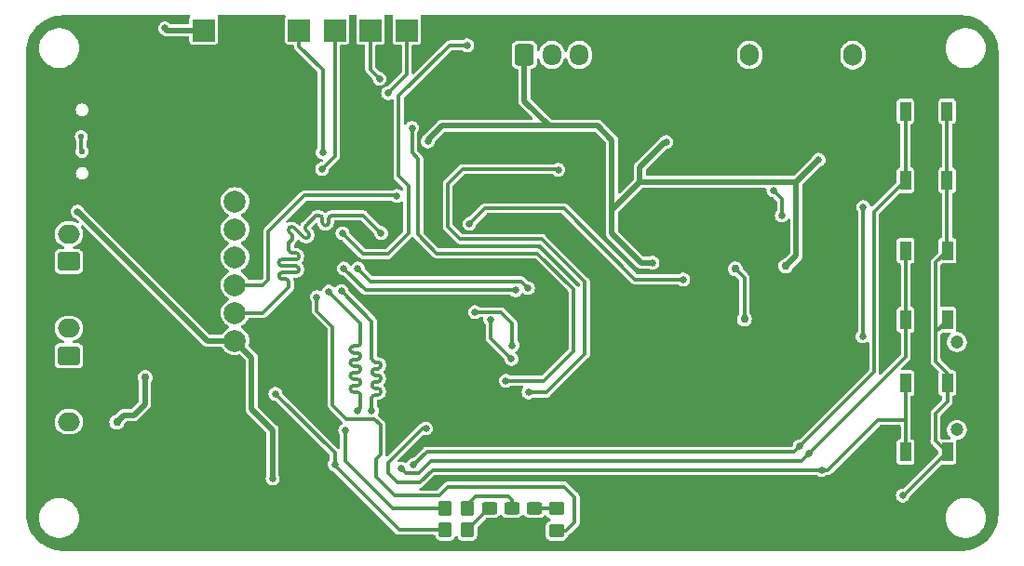
<source format=gtl>
G04 #@! TF.GenerationSoftware,KiCad,Pcbnew,7.0.1*
G04 #@! TF.CreationDate,2023-08-31T11:45:27+03:00*
G04 #@! TF.ProjectId,esp32_hotplate_digital,65737033-325f-4686-9f74-706c6174655f,rev?*
G04 #@! TF.SameCoordinates,Original*
G04 #@! TF.FileFunction,Copper,L1,Top*
G04 #@! TF.FilePolarity,Positive*
%FSLAX46Y46*%
G04 Gerber Fmt 4.6, Leading zero omitted, Abs format (unit mm)*
G04 Created by KiCad (PCBNEW 7.0.1) date 2023-08-31 11:45:27*
%MOMM*%
%LPD*%
G01*
G04 APERTURE LIST*
G04 Aperture macros list*
%AMRoundRect*
0 Rectangle with rounded corners*
0 $1 Rounding radius*
0 $2 $3 $4 $5 $6 $7 $8 $9 X,Y pos of 4 corners*
0 Add a 4 corners polygon primitive as box body*
4,1,4,$2,$3,$4,$5,$6,$7,$8,$9,$2,$3,0*
0 Add four circle primitives for the rounded corners*
1,1,$1+$1,$2,$3*
1,1,$1+$1,$4,$5*
1,1,$1+$1,$6,$7*
1,1,$1+$1,$8,$9*
0 Add four rect primitives between the rounded corners*
20,1,$1+$1,$2,$3,$4,$5,0*
20,1,$1+$1,$4,$5,$6,$7,0*
20,1,$1+$1,$6,$7,$8,$9,0*
20,1,$1+$1,$8,$9,$2,$3,0*%
G04 Aperture macros list end*
G04 #@! TA.AperFunction,SMDPad,CuDef*
%ADD10RoundRect,0.250000X-0.350000X-0.450000X0.350000X-0.450000X0.350000X0.450000X-0.350000X0.450000X0*%
G04 #@! TD*
G04 #@! TA.AperFunction,SMDPad,CuDef*
%ADD11RoundRect,0.250000X0.450000X-0.325000X0.450000X0.325000X-0.450000X0.325000X-0.450000X-0.325000X0*%
G04 #@! TD*
G04 #@! TA.AperFunction,SMDPad,CuDef*
%ADD12R,2.000000X2.000000*%
G04 #@! TD*
G04 #@! TA.AperFunction,SMDPad,CuDef*
%ADD13R,1.000000X1.700000*%
G04 #@! TD*
G04 #@! TA.AperFunction,ComponentPad*
%ADD14C,2.000000*%
G04 #@! TD*
G04 #@! TA.AperFunction,SMDPad,CuDef*
%ADD15RoundRect,0.250000X0.450000X-0.350000X0.450000X0.350000X-0.450000X0.350000X-0.450000X-0.350000X0*%
G04 #@! TD*
G04 #@! TA.AperFunction,ComponentPad*
%ADD16O,1.600000X1.000000*%
G04 #@! TD*
G04 #@! TA.AperFunction,ComponentPad*
%ADD17O,2.100000X1.000000*%
G04 #@! TD*
G04 #@! TA.AperFunction,ComponentPad*
%ADD18RoundRect,0.250000X-0.600000X-0.750000X0.600000X-0.750000X0.600000X0.750000X-0.600000X0.750000X0*%
G04 #@! TD*
G04 #@! TA.AperFunction,ComponentPad*
%ADD19O,1.700000X2.000000*%
G04 #@! TD*
G04 #@! TA.AperFunction,ComponentPad*
%ADD20RoundRect,0.250000X0.750000X-0.600000X0.750000X0.600000X-0.750000X0.600000X-0.750000X-0.600000X0*%
G04 #@! TD*
G04 #@! TA.AperFunction,ComponentPad*
%ADD21O,2.000000X1.700000*%
G04 #@! TD*
G04 #@! TA.AperFunction,ComponentPad*
%ADD22RoundRect,0.250000X-0.600000X-0.725000X0.600000X-0.725000X0.600000X0.725000X-0.600000X0.725000X0*%
G04 #@! TD*
G04 #@! TA.AperFunction,ComponentPad*
%ADD23O,1.700000X1.950000*%
G04 #@! TD*
G04 #@! TA.AperFunction,ComponentPad*
%ADD24C,1.200000*%
G04 #@! TD*
G04 #@! TA.AperFunction,HeatsinkPad*
%ADD25C,0.600000*%
G04 #@! TD*
G04 #@! TA.AperFunction,ViaPad*
%ADD26C,0.650000*%
G04 #@! TD*
G04 #@! TA.AperFunction,ViaPad*
%ADD27C,0.760000*%
G04 #@! TD*
G04 #@! TA.AperFunction,ViaPad*
%ADD28C,0.580000*%
G04 #@! TD*
G04 #@! TA.AperFunction,Conductor*
%ADD29C,0.300000*%
G04 #@! TD*
G04 #@! TA.AperFunction,Conductor*
%ADD30C,0.500000*%
G04 #@! TD*
G04 #@! TA.AperFunction,Conductor*
%ADD31C,0.310000*%
G04 #@! TD*
G04 APERTURE END LIST*
D10*
X81864200Y-96536000D03*
X83864200Y-96536000D03*
X81864200Y-98491800D03*
X83864200Y-98491800D03*
D11*
X87918800Y-98577000D03*
X87918800Y-96527000D03*
D12*
X59893200Y-52984400D03*
X78359000Y-52984400D03*
D13*
X127508000Y-60355400D03*
X127508000Y-66655400D03*
X123708000Y-60355400D03*
X123708000Y-66655400D03*
D12*
X68580000Y-52984400D03*
X75057000Y-52984400D03*
X63144400Y-52984400D03*
X71831200Y-52984400D03*
D14*
X62738000Y-68580000D03*
X62738000Y-71120000D03*
X62738000Y-73660000D03*
X62738000Y-76200000D03*
X62738000Y-78740000D03*
X62738000Y-81280000D03*
X62738000Y-83820000D03*
D11*
X85861400Y-98577000D03*
X85861400Y-96527000D03*
D15*
X91982800Y-98577400D03*
X91982800Y-96577400D03*
D13*
X127533000Y-85115400D03*
X127533000Y-91415400D03*
X123733000Y-85115400D03*
X123733000Y-91415400D03*
D11*
X89976200Y-98577000D03*
X89976200Y-96527000D03*
D13*
X127533000Y-73050400D03*
X127533000Y-79350400D03*
X123733000Y-73050400D03*
X123733000Y-79350400D03*
D16*
X45176800Y-67439000D03*
D17*
X49356800Y-67439000D03*
D16*
X45176800Y-58799000D03*
D17*
X49356800Y-58799000D03*
D18*
X116438000Y-55245000D03*
D19*
X118938000Y-55245000D03*
D20*
X47625000Y-82637000D03*
D21*
X47625000Y-80137000D03*
D22*
X89052400Y-55219600D03*
D23*
X91552400Y-55219600D03*
X94052400Y-55219600D03*
X96552400Y-55219600D03*
D24*
X128397000Y-81384600D03*
X128397000Y-89384600D03*
D20*
X47625000Y-74041000D03*
D21*
X47625000Y-71541000D03*
D18*
X107040000Y-55228000D03*
D19*
X109540000Y-55228000D03*
D25*
X78486500Y-84076000D03*
X80011500Y-84076000D03*
X77724000Y-83313500D03*
X79249000Y-83313500D03*
X80774000Y-83313500D03*
X78486500Y-82551000D03*
X80011500Y-82551000D03*
X77724000Y-81788500D03*
X79249000Y-81788500D03*
X80774000Y-81788500D03*
X78486500Y-81026000D03*
X80011500Y-81026000D03*
D20*
X47625000Y-91146000D03*
D21*
X47625000Y-88646000D03*
D26*
X112471200Y-69875400D03*
X119888000Y-69088000D03*
X100711000Y-74168000D03*
X101955600Y-63169800D03*
X80271835Y-63111165D03*
D27*
X112847500Y-74463400D03*
D26*
X115824000Y-64770000D03*
D27*
X51993800Y-88671400D03*
X54569000Y-84623000D03*
D26*
X111455200Y-89636600D03*
D27*
X48133000Y-93319600D03*
X117170200Y-77195600D03*
D26*
X86614000Y-89154000D03*
X66675000Y-87706200D03*
D27*
X55676800Y-93649800D03*
D26*
X72272162Y-97009599D03*
D27*
X51485800Y-58902600D03*
D26*
X102108000Y-86614000D03*
X112776000Y-59436000D03*
D27*
X118160800Y-95326200D03*
D26*
X101219000Y-77724000D03*
X56642000Y-71374000D03*
D27*
X49784000Y-54559200D03*
D26*
X96012000Y-86614000D03*
D27*
X74650600Y-97358200D03*
D26*
X71002162Y-98533599D03*
X117922000Y-63500000D03*
X86512400Y-71094600D03*
D27*
X47117000Y-92608400D03*
D26*
X54737000Y-63119000D03*
X65016528Y-53594000D03*
X70612000Y-67157600D03*
X94046000Y-59690000D03*
D27*
X111252000Y-96139000D03*
D26*
X66598800Y-52527200D03*
X56515000Y-80264000D03*
X61333528Y-57658000D03*
X114808000Y-60960000D03*
X108524000Y-63500000D03*
X100330000Y-87630000D03*
X58166000Y-91109800D03*
D27*
X129819400Y-94361000D03*
D26*
X51435000Y-67183000D03*
X53467000Y-86487000D03*
X122555000Y-58293000D03*
X61391800Y-56692800D03*
D27*
X118897400Y-83134200D03*
D26*
X105410000Y-60960000D03*
D27*
X129889200Y-77475000D03*
D26*
X66167000Y-93827600D03*
X48412400Y-69494400D03*
X56362600Y-52806600D03*
X111709200Y-67576500D03*
X119811800Y-80873600D03*
X72644000Y-74676000D03*
X88239600Y-76682600D03*
X73914000Y-74676000D03*
X89382600Y-76479400D03*
D28*
X48768000Y-62687200D03*
X48834869Y-64017331D03*
D27*
X108254800Y-74726800D03*
X109067600Y-79298800D03*
D26*
X123469400Y-95377000D03*
X103505000Y-75692000D03*
X84049000Y-70612400D03*
X66421000Y-86106000D03*
X71805800Y-92532200D03*
X116103400Y-93040200D03*
X80111600Y-89255600D03*
X78994000Y-92557600D03*
X114084100Y-90893900D03*
X114909600Y-91567000D03*
X77851000Y-92913200D03*
X75184000Y-87630000D03*
X72415400Y-76733400D03*
X71261747Y-76794853D03*
X73914000Y-87630000D03*
X92151200Y-65684400D03*
X89433400Y-85979000D03*
X72771000Y-89408000D03*
X84556600Y-78663800D03*
X87960200Y-81686400D03*
X70185200Y-77287200D03*
X83870800Y-54356000D03*
X72517000Y-71475600D03*
X76034900Y-71462900D03*
X70662800Y-65608200D03*
X70713600Y-64109600D03*
X77470000Y-68072000D03*
X87376000Y-84912200D03*
X78841600Y-61874400D03*
X87884000Y-82931000D03*
X85953600Y-79324200D03*
X76657200Y-58724800D03*
X75896000Y-57404000D03*
D29*
X127533000Y-79350400D02*
X127533000Y-79400800D01*
X127533000Y-79400800D02*
X126466600Y-80467200D01*
X126466600Y-80467200D02*
X126466600Y-83134200D01*
X126466600Y-74116800D02*
X126466600Y-80467200D01*
X127507000Y-85089400D02*
X127533000Y-85115400D01*
X127507000Y-84174600D02*
X127507000Y-85089400D01*
X126466600Y-83134200D02*
X127507000Y-84174600D01*
X127533000Y-73050400D02*
X126466600Y-74116800D01*
X119888000Y-80797400D02*
X119811800Y-80873600D01*
X119888000Y-69088000D02*
X119888000Y-80797400D01*
X88239600Y-76682600D02*
X88214200Y-76657200D01*
X88214200Y-76657200D02*
X74625200Y-76657200D01*
X74625200Y-76657200D02*
X72644000Y-74676000D01*
D30*
X99568000Y-65430400D02*
X99568000Y-66802000D01*
X89052400Y-59422788D02*
X91313000Y-61683388D01*
X100076000Y-66802000D02*
X113792000Y-66802000D01*
X97028000Y-69342000D02*
X97028000Y-62992000D01*
X97028000Y-71501000D02*
X97028000Y-69342000D01*
X97028000Y-69342000D02*
X99568000Y-66802000D01*
X99568000Y-66802000D02*
X100076000Y-66802000D01*
X113792000Y-73518900D02*
X113792000Y-66802000D01*
X101955600Y-63169800D02*
X101828600Y-63169800D01*
X80271835Y-62958765D02*
X80271835Y-63111165D01*
X101828600Y-63169800D02*
X99568000Y-65430400D01*
X100711000Y-74168000D02*
X99695000Y-74168000D01*
X113792000Y-66802000D02*
X115824000Y-64770000D01*
X95719388Y-61683388D02*
X91313000Y-61683388D01*
X89052400Y-55219600D02*
X89052400Y-59422788D01*
X112847500Y-74463400D02*
X113792000Y-73518900D01*
X99695000Y-74168000D02*
X97028000Y-71501000D01*
X81547212Y-61683388D02*
X80271835Y-62958765D01*
X97028000Y-62992000D02*
X95719388Y-61683388D01*
X91313000Y-61683388D02*
X81547212Y-61683388D01*
X52628800Y-88036400D02*
X53568600Y-88036400D01*
X51993800Y-88671400D02*
X52628800Y-88036400D01*
X54569000Y-87036000D02*
X54569000Y-84623000D01*
X53568600Y-88036400D02*
X54569000Y-87036000D01*
X62738000Y-84074000D02*
X62738000Y-83566000D01*
X64262000Y-82804000D02*
X62738000Y-81280000D01*
X66167000Y-93827600D02*
X66167000Y-89408000D01*
X56362600Y-52806600D02*
X56540400Y-52984400D01*
X64262000Y-87503000D02*
X64262000Y-82804000D01*
X48412400Y-69494400D02*
X48437800Y-69494400D01*
X60223400Y-81280000D02*
X62738000Y-81280000D01*
X56540400Y-52984400D02*
X59893200Y-52984400D01*
X48437800Y-69494400D02*
X60223400Y-81280000D01*
X66167000Y-89408000D02*
X64262000Y-87503000D01*
D29*
X112471200Y-68338500D02*
X111709200Y-67576500D01*
X112471200Y-69850000D02*
X112471200Y-68338500D01*
X89382600Y-76479400D02*
X88747600Y-75844400D01*
X75082400Y-75844400D02*
X73914000Y-74676000D01*
X88747600Y-75844400D02*
X75082400Y-75844400D01*
D31*
X48834869Y-64017331D02*
X48768000Y-63950462D01*
X48768000Y-63950462D02*
X48768000Y-62687200D01*
D29*
X109067600Y-79298800D02*
X109067600Y-75539600D01*
X109067600Y-75539600D02*
X108254800Y-74726800D01*
X123469400Y-95377000D02*
X123571400Y-95377000D01*
X127533000Y-91415400D02*
X127483400Y-91415400D01*
X126441200Y-87934800D02*
X126441200Y-90373200D01*
X127508000Y-73025400D02*
X127533000Y-73050400D01*
X127508000Y-60355400D02*
X127508000Y-73025400D01*
X127533000Y-85115400D02*
X127533000Y-86843000D01*
X123571400Y-95377000D02*
X127533000Y-91415400D01*
X127533000Y-86843000D02*
X126441200Y-87934800D01*
X127483400Y-91415400D02*
X126441200Y-90373200D01*
X85471800Y-69189600D02*
X92633800Y-69189600D01*
X84049000Y-70612400D02*
X85471800Y-69189600D01*
X99136200Y-75692000D02*
X103505000Y-75692000D01*
X92633800Y-69189600D02*
X99136200Y-75692000D01*
X77647800Y-98501200D02*
X81854800Y-98501200D01*
X81854800Y-98501200D02*
X81864200Y-98491800D01*
X71805800Y-91490800D02*
X71805800Y-92659200D01*
X66421000Y-86106000D02*
X71805800Y-91490800D01*
X71805800Y-92659200D02*
X77647800Y-98501200D01*
X77546200Y-94208600D02*
X79527400Y-94208600D01*
X76657200Y-93319600D02*
X77546200Y-94208600D01*
X116662200Y-93040200D02*
X121218400Y-88484000D01*
X79781400Y-89255600D02*
X76657200Y-92379800D01*
X123733000Y-88484000D02*
X123733000Y-85115400D01*
X80695800Y-93040200D02*
X116662200Y-93040200D01*
X121218400Y-88484000D02*
X123733000Y-88484000D01*
X123733000Y-91415400D02*
X123733000Y-88484000D01*
X76657200Y-92379800D02*
X76657200Y-93319600D01*
X79527400Y-94208600D02*
X80695800Y-93040200D01*
X80111600Y-89255600D02*
X79781400Y-89255600D01*
X120853200Y-69510200D02*
X120853200Y-84124800D01*
X113614200Y-91363800D02*
X80187800Y-91363800D01*
X80187800Y-91363800D02*
X78994000Y-92557600D01*
X120853200Y-84124800D02*
X113614200Y-91363800D01*
X123708000Y-66655400D02*
X120853200Y-69510200D01*
X123708000Y-66655400D02*
X123708000Y-60355400D01*
X123733000Y-82743600D02*
X123733000Y-79350400D01*
X123733000Y-79350400D02*
X123733000Y-73050400D01*
X80568800Y-92227400D02*
X114249200Y-92227400D01*
X79476600Y-93319600D02*
X80568800Y-92227400D01*
X114249200Y-92227400D02*
X123733000Y-82743600D01*
X78257400Y-93319600D02*
X79476600Y-93319600D01*
X77851000Y-92913200D02*
X78257400Y-93319600D01*
X75184000Y-79502000D02*
X75184000Y-82905600D01*
X72415400Y-76733400D02*
X75184000Y-79502000D01*
X75484000Y-84405600D02*
X75713634Y-84405600D01*
X75184000Y-86505600D02*
X75184000Y-87155600D01*
X75184000Y-87155600D02*
X75184000Y-87630000D01*
X75713634Y-83805600D02*
X75484000Y-83805600D01*
X75713644Y-86205600D02*
X75484000Y-86205600D01*
X75484000Y-83205600D02*
X75713634Y-83205600D01*
X75713634Y-85005600D02*
X75484000Y-85005600D01*
X75484000Y-85605600D02*
X75713644Y-85605600D01*
X75484000Y-85005600D02*
G75*
G03*
X75184000Y-85305600I0J-300000D01*
G01*
X76013600Y-84705600D02*
G75*
G03*
X75713634Y-84405600I-300000J0D01*
G01*
X76013600Y-83505600D02*
G75*
G03*
X75713634Y-83205600I-300000J0D01*
G01*
X76013600Y-85905600D02*
G75*
G03*
X75713644Y-85605600I-300000J0D01*
G01*
X75484000Y-83805600D02*
G75*
G03*
X75184000Y-84105600I0J-300000D01*
G01*
X75184000Y-84105600D02*
G75*
G03*
X75484000Y-84405600I300000J0D01*
G01*
X75713634Y-83805634D02*
G75*
G03*
X76013634Y-83505600I-34J300034D01*
G01*
X75713634Y-85005634D02*
G75*
G03*
X76013634Y-84705600I-34J300034D01*
G01*
X75184000Y-82905600D02*
G75*
G03*
X75484000Y-83205600I300000J0D01*
G01*
X75484000Y-86205600D02*
G75*
G03*
X75184000Y-86505600I0J-300000D01*
G01*
X75184000Y-85305600D02*
G75*
G03*
X75484000Y-85605600I300000J0D01*
G01*
X75713644Y-86205644D02*
G75*
G03*
X76013644Y-85905600I-44J300044D01*
G01*
X73868000Y-84157800D02*
X73522710Y-84157800D01*
X71261747Y-76794853D02*
X74168000Y-79701106D01*
X73522710Y-84757800D02*
X73868000Y-84757800D01*
X74168000Y-86907800D02*
X74168000Y-87376000D01*
X73868000Y-81757800D02*
X73522688Y-81757800D01*
X74168000Y-86257800D02*
X74168000Y-86907800D01*
X73868000Y-82957800D02*
X73522688Y-82957800D01*
X73522688Y-82357800D02*
X73868000Y-82357800D01*
X74168000Y-87376000D02*
X73914000Y-87630000D01*
X73868000Y-85357800D02*
X73522688Y-85357800D01*
X73522688Y-83557800D02*
X73868000Y-83557800D01*
X74168000Y-79701106D02*
X74168000Y-81457800D01*
X73522688Y-85957800D02*
X73868000Y-85957800D01*
X73868000Y-85357800D02*
G75*
G03*
X74168000Y-85057800I0J300000D01*
G01*
X74168000Y-86257800D02*
G75*
G03*
X73868000Y-85957800I-300000J0D01*
G01*
X73522710Y-84157810D02*
G75*
G03*
X73222710Y-84457800I-10J-299990D01*
G01*
X74168000Y-82657800D02*
G75*
G03*
X73868000Y-82357800I-300000J0D01*
G01*
X73222700Y-84457800D02*
G75*
G03*
X73522710Y-84757800I300000J0D01*
G01*
X73222700Y-83257800D02*
G75*
G03*
X73522688Y-83557800I300000J0D01*
G01*
X73222700Y-82057800D02*
G75*
G03*
X73522688Y-82357800I300000J0D01*
G01*
X74168000Y-85057800D02*
G75*
G03*
X73868000Y-84757800I-300000J0D01*
G01*
X73868000Y-81757800D02*
G75*
G03*
X74168000Y-81457800I0J300000D01*
G01*
X73522688Y-81757788D02*
G75*
G03*
X73222688Y-82057800I12J-300012D01*
G01*
X73222700Y-85657800D02*
G75*
G03*
X73522688Y-85957800I300000J0D01*
G01*
X73868000Y-82957800D02*
G75*
G03*
X74168000Y-82657800I0J300000D01*
G01*
X73522688Y-85357788D02*
G75*
G03*
X73222688Y-85657800I12J-300012D01*
G01*
X73868000Y-84157800D02*
G75*
G03*
X74168000Y-83857800I0J300000D01*
G01*
X73522688Y-82957788D02*
G75*
G03*
X73222688Y-83257800I12J-300012D01*
G01*
X74168000Y-83857800D02*
G75*
G03*
X73868000Y-83557800I-300000J0D01*
G01*
X82092800Y-70891400D02*
X83210400Y-72009000D01*
X81864200Y-96536000D02*
X81854800Y-96545400D01*
X94564200Y-82473800D02*
X91059000Y-85979000D01*
X72745600Y-89433400D02*
X72771000Y-89408000D01*
X92100400Y-65633600D02*
X83413600Y-65633600D01*
X94564200Y-75895200D02*
X94564200Y-82473800D01*
X77089000Y-96545400D02*
X72745600Y-92202000D01*
X91059000Y-85979000D02*
X89433400Y-85979000D01*
X81854800Y-96545400D02*
X77089000Y-96545400D01*
X83413600Y-65633600D02*
X82092800Y-66954400D01*
X82092800Y-66954400D02*
X82092800Y-70891400D01*
X83210400Y-72009000D02*
X90678000Y-72009000D01*
X72745600Y-92202000D02*
X72745600Y-89433400D01*
X90678000Y-72009000D02*
X94564200Y-75895200D01*
X92151200Y-65684400D02*
X92100400Y-65633600D01*
X84556600Y-78663800D02*
X86918800Y-78663800D01*
X87960200Y-79705200D02*
X87960200Y-81686400D01*
X86918800Y-78663800D02*
X87960200Y-79705200D01*
X81321400Y-95351600D02*
X82118200Y-94554800D01*
X72898000Y-88392000D02*
X75438000Y-88392000D01*
X75971400Y-88925400D02*
X75971400Y-91643200D01*
X70185200Y-78567200D02*
X71628000Y-80010000D01*
X93624400Y-95494600D02*
X93624400Y-97815400D01*
X70185200Y-77287200D02*
X70185200Y-78567200D01*
X75971400Y-91643200D02*
X75590400Y-92024200D01*
X75438000Y-88392000D02*
X75971400Y-88925400D01*
X71628000Y-80010000D02*
X71628000Y-87122000D01*
X92862400Y-98577400D02*
X91982800Y-98577400D01*
X75590400Y-92024200D02*
X75590400Y-93700600D01*
X82118200Y-94554800D02*
X92684600Y-94554800D01*
X92684600Y-94554800D02*
X93624400Y-95494600D01*
X75590400Y-93700600D02*
X77241400Y-95351600D01*
X77241400Y-95351600D02*
X81321400Y-95351600D01*
X71628000Y-87122000D02*
X72898000Y-88392000D01*
X93624400Y-97815400D02*
X92862400Y-98577400D01*
X78511400Y-71501000D02*
X78511400Y-67157600D01*
X74422000Y-73380600D02*
X76631800Y-73380600D01*
X78511400Y-67157600D02*
X77622400Y-66268600D01*
X72517000Y-71475600D02*
X74422000Y-73380600D01*
X77622400Y-66268600D02*
X77622400Y-58978800D01*
X77622400Y-58978800D02*
X82245200Y-54356000D01*
X76631800Y-73380600D02*
X78511400Y-71501000D01*
X82245200Y-54356000D02*
X83870800Y-54356000D01*
X68268122Y-75063800D02*
X67640200Y-75063800D01*
X76034900Y-71462900D02*
X74422000Y-69850000D01*
X67012278Y-74463800D02*
X67640200Y-74463800D01*
X69184761Y-71193504D02*
X69416668Y-71425411D01*
X67640200Y-76377800D02*
X65278000Y-78740000D01*
X68760498Y-71617770D02*
X68104370Y-70961642D01*
X67940200Y-73263800D02*
X68268122Y-73263800D01*
X67640200Y-75063800D02*
X67012278Y-75063800D01*
X69416668Y-71849675D02*
X69416668Y-71849676D01*
X67640200Y-74463800D02*
X68268122Y-74463800D01*
X70377200Y-69850000D02*
X70104000Y-69850000D01*
X67640200Y-75963800D02*
X67640200Y-76377800D01*
X68992404Y-71849676D02*
X68760498Y-71617770D01*
X67680106Y-70961642D02*
X67680105Y-70961642D01*
X70677200Y-70477922D02*
X70677200Y-70150000D01*
X67012278Y-75663800D02*
X67340200Y-75663800D01*
X67940200Y-73863800D02*
X67012278Y-73863800D01*
X68268122Y-73863800D02*
X67940200Y-73863800D01*
X69184762Y-71193504D02*
X69184761Y-71193504D01*
X71277200Y-70150000D02*
X71277200Y-70477922D01*
X67911966Y-72042031D02*
X67640200Y-72313800D01*
X67640200Y-72313800D02*
X67640200Y-72963800D01*
X67911965Y-72042032D02*
X67911966Y-72042031D01*
X65278000Y-78740000D02*
X62738000Y-78740000D01*
X74422000Y-69850000D02*
X71577200Y-69850000D01*
X70104000Y-69850000D02*
X69184762Y-70769238D01*
X67680105Y-71385906D02*
X67911966Y-71617767D01*
X67640200Y-75963800D02*
G75*
G03*
X67340200Y-75663800I-300000J0D01*
G01*
X68268122Y-75063822D02*
G75*
G03*
X68568122Y-74763800I-22J300022D01*
G01*
X70677200Y-70150000D02*
G75*
G03*
X70377200Y-69850000I-300000J0D01*
G01*
X68104369Y-70961643D02*
G75*
G03*
X67680107Y-70961643I-212131J-212131D01*
G01*
X67012278Y-75063778D02*
G75*
G03*
X66712278Y-75363800I22J-300022D01*
G01*
X68568100Y-73563800D02*
G75*
G03*
X68268122Y-73263800I-300000J0D01*
G01*
X69416625Y-71849632D02*
G75*
G03*
X69416668Y-71425411I-212125J212132D01*
G01*
X67640200Y-72963800D02*
G75*
G03*
X67940200Y-73263800I300000J0D01*
G01*
X68992405Y-71849675D02*
G75*
G03*
X69416667Y-71849675I212131J212131D01*
G01*
X68268122Y-73863822D02*
G75*
G03*
X68568122Y-73563800I-22J300022D01*
G01*
X67012278Y-73863778D02*
G75*
G03*
X66712278Y-74163800I22J-300022D01*
G01*
X70677178Y-70477922D02*
G75*
G03*
X70977200Y-70777922I300022J22D01*
G01*
X67680131Y-70961668D02*
G75*
G03*
X67680105Y-71385906I212069J-212132D01*
G01*
X71577200Y-69850000D02*
G75*
G03*
X71277200Y-70150000I0J-300000D01*
G01*
X66712300Y-75363800D02*
G75*
G03*
X67012278Y-75663800I300000J0D01*
G01*
X69184791Y-70769267D02*
G75*
G03*
X69184762Y-71193504I212109J-212133D01*
G01*
X70977200Y-70777900D02*
G75*
G03*
X71277200Y-70477922I0J300000D01*
G01*
X67911966Y-72042033D02*
G75*
G03*
X67911966Y-71617767I-212166J212133D01*
G01*
X68568100Y-74763800D02*
G75*
G03*
X68268122Y-74463800I-300000J0D01*
G01*
X66712300Y-74163800D02*
G75*
G03*
X67012278Y-74463800I300000J0D01*
G01*
X71831200Y-64439800D02*
X71831200Y-52984400D01*
X70662800Y-65608200D02*
X71831200Y-64439800D01*
X68580000Y-54483000D02*
X68580000Y-52984400D01*
X70713600Y-64109600D02*
X70713600Y-56616600D01*
X70713600Y-56616600D02*
X68580000Y-54483000D01*
X77444600Y-68046600D02*
X77470000Y-68072000D01*
X65786000Y-71297800D02*
X69037200Y-68046600D01*
X69037200Y-68046600D02*
X77444600Y-68046600D01*
X65278000Y-76200000D02*
X65786000Y-75692000D01*
X62738000Y-76200000D02*
X65278000Y-76200000D01*
X65786000Y-75692000D02*
X65786000Y-71297800D01*
X93522800Y-76581000D02*
X90246200Y-73304400D01*
X90246200Y-73304400D02*
X81102200Y-73304400D01*
X78841600Y-64135000D02*
X79400400Y-64693800D01*
X90805000Y-84912200D02*
X93522800Y-82194400D01*
X79400400Y-71602600D02*
X79400400Y-64693800D01*
X81102200Y-73304400D02*
X79400400Y-71602600D01*
X87376000Y-84912200D02*
X90805000Y-84912200D01*
X78841600Y-61874400D02*
X78841600Y-64135000D01*
X93522800Y-82194400D02*
X93522800Y-76581000D01*
X89976200Y-96527000D02*
X91932400Y-96527000D01*
X91932400Y-96527000D02*
X91982800Y-96577400D01*
X86004400Y-81051400D02*
X86004400Y-79375000D01*
X86004400Y-79375000D02*
X85953600Y-79324200D01*
X87884000Y-82931000D02*
X86004400Y-81051400D01*
X78359000Y-57023000D02*
X78359000Y-52984400D01*
X76657200Y-58724800D02*
X78359000Y-57023000D01*
X75031600Y-56539600D02*
X75031600Y-53009800D01*
X75896000Y-57404000D02*
X75031600Y-56539600D01*
X75031600Y-53009800D02*
X75057000Y-52984400D01*
X85861400Y-96527000D02*
X85829000Y-96527000D01*
X85829000Y-96527000D02*
X83864200Y-98491800D01*
X87918800Y-95799400D02*
X87588600Y-95469200D01*
X84616800Y-95469200D02*
X83864200Y-96221800D01*
X87588600Y-95469200D02*
X84616800Y-95469200D01*
X83864200Y-96221800D02*
X83864200Y-96536000D01*
X87918800Y-96527000D02*
X87918800Y-95799400D01*
G04 #@! TA.AperFunction,Conductor*
G36*
X58601061Y-51622015D02*
G01*
X58645084Y-51659615D01*
X58667239Y-51713102D01*
X58662697Y-51770818D01*
X58649527Y-51792307D01*
X58595615Y-51914409D01*
X58592700Y-51939536D01*
X58592700Y-52309900D01*
X58576087Y-52371900D01*
X58530700Y-52417287D01*
X58468700Y-52433900D01*
X56930463Y-52433900D01*
X56872837Y-52419696D01*
X56847127Y-52396919D01*
X56845502Y-52398754D01*
X56720536Y-52288044D01*
X56586032Y-52217451D01*
X56486790Y-52192990D01*
X56438549Y-52181100D01*
X56286651Y-52181100D01*
X56250299Y-52190059D01*
X56139167Y-52217451D01*
X56004663Y-52288044D01*
X55890968Y-52388768D01*
X55804678Y-52513780D01*
X55750815Y-52655808D01*
X55732505Y-52806599D01*
X55750815Y-52957391D01*
X55804678Y-53099419D01*
X55890968Y-53224431D01*
X56004664Y-53325156D01*
X56004666Y-53325157D01*
X56139166Y-53395748D01*
X56151225Y-53398720D01*
X56185978Y-53413168D01*
X56189719Y-53415442D01*
X56189720Y-53415444D01*
X56209747Y-53427622D01*
X56224826Y-53436792D01*
X56235318Y-53443932D01*
X56268058Y-53468761D01*
X56284753Y-53475344D01*
X56303692Y-53484752D01*
X56319018Y-53494072D01*
X56358581Y-53505157D01*
X56370613Y-53509203D01*
X56408836Y-53524276D01*
X56426685Y-53526111D01*
X56447446Y-53530056D01*
X56464735Y-53534900D01*
X56505818Y-53534900D01*
X56518498Y-53535549D01*
X56559372Y-53539752D01*
X56577056Y-53536703D01*
X56598125Y-53534900D01*
X58468701Y-53534900D01*
X58530701Y-53551513D01*
X58576088Y-53596900D01*
X58592701Y-53658900D01*
X58592701Y-54029267D01*
X58595614Y-54054388D01*
X58595614Y-54054390D01*
X58595615Y-54054391D01*
X58606040Y-54078001D01*
X58640995Y-54157167D01*
X58720432Y-54236604D01*
X58720433Y-54236604D01*
X58720435Y-54236606D01*
X58823209Y-54281985D01*
X58848335Y-54284900D01*
X60938064Y-54284899D01*
X60938067Y-54284899D01*
X60950627Y-54283441D01*
X60963191Y-54281985D01*
X61065965Y-54236606D01*
X61145406Y-54157165D01*
X61190785Y-54054391D01*
X61193700Y-54029265D01*
X61193699Y-51939536D01*
X61190785Y-51914409D01*
X61145406Y-51811635D01*
X61145405Y-51811634D01*
X61136872Y-51792307D01*
X61123703Y-51770818D01*
X61119161Y-51713102D01*
X61141316Y-51659615D01*
X61185339Y-51622015D01*
X61241634Y-51608500D01*
X67231566Y-51608500D01*
X67287861Y-51622015D01*
X67331884Y-51659615D01*
X67354039Y-51713102D01*
X67349497Y-51770818D01*
X67336327Y-51792307D01*
X67282415Y-51914409D01*
X67279500Y-51939536D01*
X67279500Y-54029267D01*
X67282414Y-54054388D01*
X67282414Y-54054390D01*
X67282415Y-54054391D01*
X67292840Y-54078001D01*
X67327795Y-54157167D01*
X67407232Y-54236604D01*
X67407233Y-54236604D01*
X67407235Y-54236606D01*
X67510009Y-54281985D01*
X67535135Y-54284900D01*
X68005500Y-54284900D01*
X68067500Y-54301513D01*
X68112887Y-54346900D01*
X68129500Y-54408900D01*
X68129500Y-54450738D01*
X68128720Y-54464622D01*
X68124729Y-54500034D01*
X68135356Y-54556194D01*
X68136133Y-54560766D01*
X68145550Y-54623248D01*
X68147163Y-54628148D01*
X68176687Y-54684010D01*
X68178777Y-54688150D01*
X68206184Y-54745060D01*
X68209183Y-54749287D01*
X68253846Y-54793950D01*
X68257063Y-54797289D01*
X68300043Y-54843611D01*
X68314930Y-54855034D01*
X69274808Y-55814912D01*
X70226781Y-56766884D01*
X70253661Y-56807112D01*
X70263100Y-56854565D01*
X70263100Y-63622514D01*
X70257485Y-63659404D01*
X70241150Y-63692954D01*
X70155679Y-63816780D01*
X70101815Y-63958808D01*
X70083505Y-64109600D01*
X70101815Y-64260391D01*
X70155678Y-64402419D01*
X70241968Y-64527431D01*
X70355663Y-64628155D01*
X70355664Y-64628155D01*
X70355666Y-64628157D01*
X70490166Y-64698748D01*
X70633690Y-64734123D01*
X70690358Y-64765522D01*
X70723458Y-64821215D01*
X70723952Y-64885999D01*
X70691706Y-64942190D01*
X70687523Y-64946373D01*
X70647295Y-64973258D01*
X70599835Y-64982700D01*
X70586851Y-64982700D01*
X70550499Y-64991659D01*
X70439367Y-65019051D01*
X70304863Y-65089644D01*
X70191168Y-65190368D01*
X70104878Y-65315380D01*
X70051015Y-65457408D01*
X70032705Y-65608200D01*
X70051015Y-65758991D01*
X70104878Y-65901019D01*
X70191168Y-66026031D01*
X70304863Y-66126755D01*
X70304864Y-66126755D01*
X70304866Y-66126757D01*
X70439366Y-66197348D01*
X70586851Y-66233700D01*
X70738748Y-66233700D01*
X70738749Y-66233700D01*
X70886234Y-66197348D01*
X71020734Y-66126757D01*
X71134432Y-66026030D01*
X71220721Y-65901019D01*
X71274585Y-65758991D01*
X71286767Y-65658651D01*
X71298376Y-65619318D01*
X71322179Y-65585923D01*
X72126944Y-64781157D01*
X72137293Y-64771909D01*
X72165170Y-64749679D01*
X72197391Y-64702418D01*
X72200059Y-64698659D01*
X72233993Y-64652682D01*
X72233994Y-64652677D01*
X72237581Y-64647818D01*
X72239892Y-64643241D01*
X72241670Y-64637475D01*
X72241672Y-64637473D01*
X72258530Y-64582814D01*
X72259975Y-64578426D01*
X72266594Y-64559513D01*
X72278846Y-64524499D01*
X72278846Y-64524497D01*
X72280837Y-64518808D01*
X72281700Y-64513730D01*
X72281700Y-64450538D01*
X72281787Y-64445901D01*
X72283456Y-64401287D01*
X72283924Y-64388790D01*
X72283923Y-64388789D01*
X72284149Y-64382770D01*
X72281700Y-64364165D01*
X72281700Y-54408899D01*
X72298313Y-54346899D01*
X72343700Y-54301512D01*
X72405700Y-54284899D01*
X72876067Y-54284899D01*
X72888627Y-54283441D01*
X72901191Y-54281985D01*
X73003965Y-54236606D01*
X73083406Y-54157165D01*
X73128785Y-54054391D01*
X73131700Y-54029265D01*
X73131699Y-51939536D01*
X73128785Y-51914409D01*
X73083406Y-51811635D01*
X73083405Y-51811634D01*
X73074872Y-51792307D01*
X73061703Y-51770818D01*
X73057161Y-51713102D01*
X73079316Y-51659615D01*
X73123339Y-51622015D01*
X73179634Y-51608500D01*
X73708566Y-51608500D01*
X73764861Y-51622015D01*
X73808884Y-51659615D01*
X73831039Y-51713102D01*
X73826497Y-51770818D01*
X73813327Y-51792307D01*
X73759415Y-51914409D01*
X73756500Y-51939536D01*
X73756500Y-54029267D01*
X73759414Y-54054388D01*
X73759414Y-54054390D01*
X73759415Y-54054391D01*
X73769840Y-54078001D01*
X73804795Y-54157167D01*
X73884232Y-54236604D01*
X73884233Y-54236604D01*
X73884235Y-54236606D01*
X73987009Y-54281985D01*
X74012135Y-54284900D01*
X74457100Y-54284900D01*
X74519100Y-54301513D01*
X74564487Y-54346900D01*
X74581100Y-54408900D01*
X74581100Y-56507338D01*
X74580320Y-56521222D01*
X74576329Y-56556634D01*
X74586956Y-56612794D01*
X74587733Y-56617366D01*
X74597150Y-56679848D01*
X74598763Y-56684748D01*
X74628287Y-56740610D01*
X74630377Y-56744750D01*
X74657784Y-56801660D01*
X74660783Y-56805887D01*
X74705446Y-56850550D01*
X74708663Y-56853889D01*
X74751643Y-56900211D01*
X74766530Y-56911634D01*
X75236616Y-57381720D01*
X75260422Y-57415117D01*
X75272031Y-57454453D01*
X75284215Y-57554791D01*
X75338078Y-57696819D01*
X75424368Y-57821831D01*
X75538063Y-57922555D01*
X75538064Y-57922555D01*
X75538066Y-57922557D01*
X75672566Y-57993148D01*
X75820051Y-58029500D01*
X75971948Y-58029500D01*
X75971949Y-58029500D01*
X76119434Y-57993148D01*
X76253934Y-57922557D01*
X76367632Y-57821830D01*
X76453921Y-57696819D01*
X76507785Y-57554791D01*
X76526094Y-57404000D01*
X76507785Y-57253209D01*
X76453921Y-57111181D01*
X76453921Y-57111180D01*
X76367631Y-56986168D01*
X76253936Y-56885444D01*
X76119432Y-56814851D01*
X75998462Y-56785035D01*
X75971949Y-56778500D01*
X75971948Y-56778500D01*
X75958965Y-56778500D01*
X75911512Y-56769061D01*
X75871284Y-56742181D01*
X75518419Y-56389316D01*
X75491539Y-56349088D01*
X75482100Y-56301635D01*
X75482100Y-54408899D01*
X75498713Y-54346899D01*
X75544100Y-54301512D01*
X75606100Y-54284899D01*
X76101867Y-54284899D01*
X76114427Y-54283441D01*
X76126991Y-54281985D01*
X76229765Y-54236606D01*
X76309206Y-54157165D01*
X76354585Y-54054391D01*
X76357500Y-54029265D01*
X76357499Y-51939536D01*
X76354585Y-51914409D01*
X76309206Y-51811635D01*
X76309205Y-51811634D01*
X76300672Y-51792307D01*
X76287503Y-51770818D01*
X76282961Y-51713102D01*
X76305116Y-51659615D01*
X76349139Y-51622015D01*
X76405434Y-51608500D01*
X77010566Y-51608500D01*
X77066861Y-51622015D01*
X77110884Y-51659615D01*
X77133039Y-51713102D01*
X77128497Y-51770818D01*
X77115327Y-51792307D01*
X77061415Y-51914409D01*
X77058500Y-51939536D01*
X77058500Y-54029267D01*
X77061414Y-54054388D01*
X77061414Y-54054390D01*
X77061415Y-54054391D01*
X77071840Y-54078001D01*
X77106795Y-54157167D01*
X77186232Y-54236604D01*
X77186233Y-54236604D01*
X77186235Y-54236606D01*
X77289009Y-54281985D01*
X77314135Y-54284900D01*
X77784500Y-54284900D01*
X77846500Y-54301513D01*
X77891887Y-54346900D01*
X77908500Y-54408900D01*
X77908500Y-56785035D01*
X77899061Y-56832488D01*
X77872181Y-56872716D01*
X76681916Y-58062981D01*
X76641688Y-58089861D01*
X76594235Y-58099300D01*
X76581251Y-58099300D01*
X76544900Y-58108259D01*
X76433767Y-58135651D01*
X76299263Y-58206244D01*
X76185568Y-58306968D01*
X76099278Y-58431980D01*
X76045415Y-58574008D01*
X76027105Y-58724800D01*
X76045415Y-58875591D01*
X76099278Y-59017619D01*
X76185568Y-59142631D01*
X76299263Y-59243355D01*
X76299264Y-59243355D01*
X76299266Y-59243357D01*
X76433766Y-59313948D01*
X76581251Y-59350300D01*
X76733148Y-59350300D01*
X76733149Y-59350300D01*
X76880634Y-59313948D01*
X76897140Y-59305285D01*
X76990274Y-59256405D01*
X77051645Y-59242258D01*
X77112050Y-59260084D01*
X77155906Y-59305285D01*
X77171900Y-59366201D01*
X77171900Y-66236338D01*
X77171120Y-66250222D01*
X77167129Y-66285634D01*
X77177756Y-66341794D01*
X77178533Y-66346366D01*
X77187950Y-66408848D01*
X77189563Y-66413748D01*
X77219087Y-66469610D01*
X77221177Y-66473750D01*
X77248584Y-66530660D01*
X77251583Y-66534887D01*
X77296246Y-66579550D01*
X77299463Y-66582889D01*
X77342443Y-66629211D01*
X77357330Y-66640634D01*
X78024581Y-67307884D01*
X78051461Y-67348112D01*
X78060900Y-67395565D01*
X78060900Y-67484316D01*
X78048057Y-67539272D01*
X78012188Y-67582844D01*
X77960724Y-67606006D01*
X77904324Y-67603961D01*
X77854673Y-67577131D01*
X77827936Y-67553444D01*
X77709810Y-67491447D01*
X77693434Y-67482852D01*
X77693433Y-67482851D01*
X77693432Y-67482851D01*
X77594190Y-67458390D01*
X77545949Y-67446500D01*
X77394051Y-67446500D01*
X77357700Y-67455459D01*
X77246567Y-67482851D01*
X77112063Y-67553444D01*
X77099116Y-67564915D01*
X77060860Y-67588042D01*
X77016889Y-67596100D01*
X69069462Y-67596100D01*
X69055578Y-67595320D01*
X69020163Y-67591329D01*
X68964011Y-67601954D01*
X68959441Y-67602731D01*
X68896958Y-67612149D01*
X68892051Y-67613763D01*
X68836185Y-67643290D01*
X68832047Y-67645379D01*
X68775136Y-67672786D01*
X68770912Y-67675783D01*
X68726259Y-67720436D01*
X68722922Y-67723651D01*
X68676592Y-67766639D01*
X68665167Y-67781528D01*
X65490264Y-70956431D01*
X65479898Y-70965695D01*
X65452031Y-70987918D01*
X65419824Y-71035156D01*
X65417144Y-71038932D01*
X65379633Y-71089759D01*
X65377301Y-71094378D01*
X65358674Y-71154766D01*
X65357225Y-71159169D01*
X65336369Y-71218773D01*
X65335500Y-71223890D01*
X65335500Y-71287062D01*
X65335413Y-71291699D01*
X65333050Y-71354829D01*
X65335500Y-71373435D01*
X65335500Y-75454035D01*
X65326061Y-75501488D01*
X65299181Y-75541716D01*
X65127716Y-75713181D01*
X65087488Y-75740061D01*
X65040035Y-75749500D01*
X64041868Y-75749500D01*
X63975243Y-75730081D01*
X63929486Y-75677905D01*
X63912272Y-75640990D01*
X63868568Y-75547266D01*
X63866098Y-75543739D01*
X63738046Y-75360859D01*
X63577140Y-75199953D01*
X63390732Y-75069430D01*
X63332724Y-75042380D01*
X63280549Y-74996623D01*
X63261130Y-74929997D01*
X63280550Y-74863373D01*
X63332721Y-74817619D01*
X63390734Y-74790568D01*
X63577139Y-74660047D01*
X63738047Y-74499139D01*
X63868568Y-74312734D01*
X63964739Y-74106496D01*
X64023635Y-73886692D01*
X64043468Y-73660000D01*
X64023635Y-73433308D01*
X63964739Y-73213504D01*
X63868568Y-73007266D01*
X63866098Y-73003739D01*
X63738046Y-72820859D01*
X63577140Y-72659953D01*
X63390733Y-72529431D01*
X63332725Y-72502382D01*
X63280549Y-72456625D01*
X63261129Y-72390000D01*
X63280549Y-72323375D01*
X63332725Y-72277618D01*
X63390734Y-72250568D01*
X63577139Y-72120047D01*
X63738047Y-71959139D01*
X63868568Y-71772734D01*
X63964739Y-71566496D01*
X64023635Y-71346692D01*
X64043468Y-71120000D01*
X64023635Y-70893308D01*
X63964739Y-70673504D01*
X63868568Y-70467266D01*
X63865996Y-70463593D01*
X63738046Y-70280859D01*
X63577140Y-70119953D01*
X63390733Y-69989431D01*
X63332725Y-69962382D01*
X63280549Y-69916625D01*
X63261129Y-69850000D01*
X63280549Y-69783375D01*
X63332725Y-69737618D01*
X63390734Y-69710568D01*
X63577139Y-69580047D01*
X63738047Y-69419139D01*
X63868568Y-69232734D01*
X63964739Y-69026496D01*
X64023635Y-68806692D01*
X64043468Y-68580000D01*
X64023635Y-68353308D01*
X63964739Y-68133504D01*
X63868568Y-67927266D01*
X63827993Y-67869319D01*
X63738046Y-67740859D01*
X63577140Y-67579953D01*
X63390735Y-67449432D01*
X63184497Y-67353261D01*
X62964689Y-67294364D01*
X62738000Y-67274531D01*
X62511310Y-67294364D01*
X62291502Y-67353261D01*
X62085264Y-67449432D01*
X61898859Y-67579953D01*
X61737953Y-67740859D01*
X61607432Y-67927264D01*
X61511261Y-68133502D01*
X61452364Y-68353310D01*
X61432531Y-68579999D01*
X61452364Y-68806689D01*
X61511261Y-69026497D01*
X61607432Y-69232735D01*
X61737953Y-69419140D01*
X61898859Y-69580046D01*
X62065609Y-69696804D01*
X62085266Y-69710568D01*
X62143275Y-69737618D01*
X62195450Y-69783375D01*
X62214869Y-69850000D01*
X62195450Y-69916625D01*
X62143275Y-69962382D01*
X62085263Y-69989433D01*
X61898859Y-70119953D01*
X61737953Y-70280859D01*
X61607432Y-70467264D01*
X61511261Y-70673502D01*
X61452364Y-70893310D01*
X61432531Y-71119999D01*
X61452364Y-71346689D01*
X61511261Y-71566497D01*
X61607432Y-71772735D01*
X61737953Y-71959140D01*
X61898859Y-72120046D01*
X62066320Y-72237302D01*
X62085266Y-72250568D01*
X62143275Y-72277618D01*
X62195450Y-72323375D01*
X62214869Y-72390000D01*
X62195450Y-72456625D01*
X62143275Y-72502382D01*
X62085263Y-72529433D01*
X61898859Y-72659953D01*
X61737953Y-72820859D01*
X61607432Y-73007264D01*
X61511261Y-73213502D01*
X61452364Y-73433310D01*
X61432531Y-73659999D01*
X61452364Y-73886689D01*
X61511261Y-74106497D01*
X61607432Y-74312735D01*
X61737953Y-74499140D01*
X61898859Y-74660046D01*
X61994195Y-74726800D01*
X62085266Y-74790568D01*
X62143273Y-74817617D01*
X62195449Y-74863373D01*
X62214869Y-74929997D01*
X62195451Y-74996622D01*
X62143276Y-75042380D01*
X62085266Y-75069431D01*
X61898859Y-75199953D01*
X61737953Y-75360859D01*
X61607432Y-75547264D01*
X61511261Y-75753502D01*
X61452364Y-75973310D01*
X61432531Y-76199999D01*
X61452364Y-76426689D01*
X61511261Y-76646497D01*
X61607432Y-76852735D01*
X61737953Y-77039140D01*
X61898859Y-77200046D01*
X62085263Y-77330566D01*
X62085266Y-77330568D01*
X62143275Y-77357618D01*
X62195450Y-77403375D01*
X62214869Y-77470000D01*
X62195450Y-77536625D01*
X62143275Y-77582382D01*
X62085263Y-77609433D01*
X61898859Y-77739953D01*
X61737953Y-77900859D01*
X61607432Y-78087264D01*
X61511261Y-78293502D01*
X61452364Y-78513310D01*
X61432531Y-78739999D01*
X61452364Y-78966689D01*
X61511261Y-79186497D01*
X61607432Y-79392735D01*
X61737953Y-79579140D01*
X61898859Y-79740046D01*
X62069499Y-79859528D01*
X62085266Y-79870568D01*
X62143275Y-79897618D01*
X62195450Y-79943375D01*
X62214869Y-80010000D01*
X62195450Y-80076625D01*
X62143275Y-80122382D01*
X62085263Y-80149433D01*
X61898859Y-80279953D01*
X61737953Y-80440859D01*
X61607432Y-80627264D01*
X61605418Y-80631584D01*
X61593234Y-80657715D01*
X61593145Y-80657905D01*
X61547388Y-80710081D01*
X61480763Y-80729500D01*
X60502786Y-80729500D01*
X60455333Y-80720061D01*
X60415105Y-80693181D01*
X54718547Y-74996623D01*
X49017744Y-69295819D01*
X48989484Y-69252111D01*
X48970321Y-69201581D01*
X48969451Y-69200321D01*
X48884031Y-69076568D01*
X48770336Y-68975844D01*
X48635832Y-68905251D01*
X48536590Y-68880790D01*
X48488349Y-68868900D01*
X48336451Y-68868900D01*
X48300099Y-68877859D01*
X48188967Y-68905251D01*
X48054463Y-68975844D01*
X47940768Y-69076568D01*
X47854478Y-69201580D01*
X47800615Y-69343608D01*
X47782305Y-69494400D01*
X47800615Y-69645191D01*
X47854478Y-69787219D01*
X47940768Y-69912231D01*
X48054463Y-70012955D01*
X48054464Y-70012955D01*
X48054466Y-70012957D01*
X48188966Y-70083548D01*
X48188968Y-70083549D01*
X48234306Y-70094723D01*
X48292314Y-70127439D01*
X48523458Y-70358583D01*
X48556740Y-70418991D01*
X48552601Y-70487836D01*
X48512320Y-70543820D01*
X48448359Y-70569624D01*
X48380506Y-70557265D01*
X48192386Y-70463593D01*
X47987310Y-70405243D01*
X47828195Y-70390500D01*
X47828194Y-70390500D01*
X47421806Y-70390500D01*
X47421805Y-70390500D01*
X47262689Y-70405243D01*
X47057609Y-70463595D01*
X46866747Y-70558631D01*
X46696594Y-70687126D01*
X46552947Y-70844698D01*
X46440701Y-71025982D01*
X46363679Y-71224801D01*
X46359418Y-71247594D01*
X46324500Y-71434390D01*
X46324500Y-71647610D01*
X46355205Y-71811867D01*
X46363679Y-71857198D01*
X46440324Y-72055045D01*
X46440702Y-72056019D01*
X46477796Y-72115928D01*
X46552947Y-72237301D01*
X46696594Y-72394873D01*
X46866747Y-72523368D01*
X47056827Y-72618014D01*
X47057611Y-72618405D01*
X47105354Y-72631989D01*
X47158931Y-72647234D01*
X47209936Y-72676161D01*
X47241947Y-72725288D01*
X47247807Y-72783632D01*
X47226204Y-72838144D01*
X47181970Y-72876636D01*
X47124996Y-72890500D01*
X46831898Y-72890500D01*
X46803352Y-72893928D01*
X46743432Y-72901123D01*
X46602659Y-72956638D01*
X46482077Y-73048077D01*
X46390638Y-73168659D01*
X46335123Y-73309432D01*
X46330865Y-73344893D01*
X46324500Y-73397898D01*
X46324500Y-74684102D01*
X46327355Y-74707875D01*
X46335123Y-74772567D01*
X46380148Y-74886739D01*
X46390639Y-74913342D01*
X46421787Y-74954416D01*
X46482077Y-75033922D01*
X46497170Y-75045367D01*
X46602658Y-75125361D01*
X46652182Y-75144891D01*
X46743432Y-75180876D01*
X46743434Y-75180876D01*
X46743436Y-75180877D01*
X46831898Y-75191500D01*
X48418099Y-75191500D01*
X48418102Y-75191500D01*
X48506564Y-75180877D01*
X48647342Y-75125361D01*
X48767922Y-75033922D01*
X48859361Y-74913342D01*
X48914877Y-74772564D01*
X48925500Y-74684102D01*
X48925500Y-73397898D01*
X48914877Y-73309436D01*
X48914876Y-73309434D01*
X48914876Y-73309432D01*
X48875002Y-73208320D01*
X48859361Y-73168658D01*
X48796226Y-73085402D01*
X48767922Y-73048077D01*
X48679294Y-72980869D01*
X48647342Y-72956639D01*
X48647340Y-72956638D01*
X48506567Y-72901123D01*
X48461421Y-72895702D01*
X48418102Y-72890500D01*
X48125004Y-72890500D01*
X48068030Y-72876636D01*
X48023796Y-72838144D01*
X48002193Y-72783632D01*
X48008053Y-72725288D01*
X48040064Y-72676161D01*
X48091069Y-72647234D01*
X48131931Y-72635606D01*
X48192389Y-72618405D01*
X48326226Y-72551763D01*
X48383252Y-72523368D01*
X48383255Y-72523366D01*
X48553407Y-72394872D01*
X48697052Y-72237302D01*
X48809298Y-72056019D01*
X48886321Y-71857198D01*
X48925500Y-71647610D01*
X48925500Y-71434390D01*
X48886321Y-71224802D01*
X48809298Y-71025981D01*
X48751591Y-70932781D01*
X48733317Y-70876093D01*
X48743584Y-70817420D01*
X48780026Y-70770304D01*
X48834234Y-70745617D01*
X48893699Y-70749055D01*
X48944700Y-70779825D01*
X59825978Y-81661102D01*
X59828920Y-81664146D01*
X59872720Y-81711044D01*
X59892194Y-81722886D01*
X59907825Y-81732391D01*
X59918318Y-81739532D01*
X59951058Y-81764361D01*
X59967753Y-81770944D01*
X59986690Y-81780351D01*
X60002018Y-81789672D01*
X60038606Y-81799923D01*
X60041579Y-81800756D01*
X60053615Y-81804803D01*
X60091835Y-81819876D01*
X60109683Y-81821710D01*
X60130446Y-81825656D01*
X60147735Y-81830500D01*
X60188817Y-81830500D01*
X60201497Y-81831149D01*
X60242371Y-81835352D01*
X60260055Y-81832303D01*
X60281124Y-81830500D01*
X61480763Y-81830500D01*
X61547388Y-81849919D01*
X61593145Y-81902095D01*
X61607432Y-81932735D01*
X61737953Y-82119140D01*
X61898859Y-82280046D01*
X62085264Y-82410567D01*
X62085265Y-82410567D01*
X62085266Y-82410568D01*
X62291504Y-82506739D01*
X62511308Y-82565635D01*
X62738000Y-82585468D01*
X62964692Y-82565635D01*
X63116703Y-82524904D01*
X63180886Y-82524904D01*
X63236474Y-82556998D01*
X63675181Y-82995705D01*
X63702061Y-83035933D01*
X63711500Y-83083386D01*
X63711500Y-87491478D01*
X63711428Y-87495711D01*
X63709237Y-87559826D01*
X63718963Y-87599733D01*
X63721334Y-87612207D01*
X63726930Y-87652922D01*
X63734079Y-87669380D01*
X63740819Y-87689421D01*
X63745067Y-87706853D01*
X63765206Y-87742672D01*
X63770852Y-87754039D01*
X63787220Y-87791720D01*
X63790840Y-87796169D01*
X63798542Y-87805637D01*
X63810437Y-87823116D01*
X63819232Y-87838757D01*
X63848285Y-87867810D01*
X63856793Y-87877237D01*
X63865500Y-87887940D01*
X63882722Y-87909108D01*
X63883277Y-87909500D01*
X63897378Y-87919453D01*
X63913552Y-87933077D01*
X65580181Y-89599706D01*
X65607061Y-89639934D01*
X65616500Y-89687387D01*
X65616500Y-93492489D01*
X65608442Y-93536460D01*
X65555215Y-93676808D01*
X65536905Y-93827600D01*
X65555215Y-93978391D01*
X65609078Y-94120419D01*
X65695368Y-94245431D01*
X65809063Y-94346155D01*
X65809064Y-94346155D01*
X65809066Y-94346157D01*
X65943566Y-94416748D01*
X66091051Y-94453100D01*
X66242948Y-94453100D01*
X66242949Y-94453100D01*
X66390434Y-94416748D01*
X66524934Y-94346157D01*
X66638632Y-94245430D01*
X66724921Y-94120419D01*
X66778785Y-93978391D01*
X66797094Y-93827600D01*
X66778785Y-93676809D01*
X66734014Y-93558757D01*
X66725558Y-93536460D01*
X66717500Y-93492489D01*
X66717500Y-89419522D01*
X66717572Y-89415289D01*
X66719762Y-89351174D01*
X66710301Y-89312352D01*
X66710034Y-89311259D01*
X66707665Y-89298794D01*
X66702070Y-89258080D01*
X66694920Y-89241620D01*
X66688180Y-89221578D01*
X66683933Y-89204148D01*
X66663792Y-89168327D01*
X66658149Y-89156964D01*
X66641780Y-89119280D01*
X66630456Y-89105360D01*
X66618559Y-89087880D01*
X66609766Y-89072241D01*
X66580712Y-89043187D01*
X66572205Y-89033761D01*
X66546278Y-89001892D01*
X66546277Y-89001891D01*
X66531615Y-88991541D01*
X66515444Y-88977919D01*
X64848819Y-87311294D01*
X64821939Y-87271066D01*
X64812500Y-87223613D01*
X64812500Y-86105999D01*
X65790905Y-86105999D01*
X65809215Y-86256791D01*
X65863078Y-86398819D01*
X65949368Y-86523831D01*
X66063063Y-86624555D01*
X66063064Y-86624555D01*
X66063066Y-86624557D01*
X66197566Y-86695148D01*
X66345051Y-86731500D01*
X66358034Y-86731500D01*
X66405487Y-86740939D01*
X66445715Y-86767819D01*
X71318981Y-91641084D01*
X71345861Y-91681312D01*
X71355300Y-91728765D01*
X71355300Y-92045114D01*
X71349685Y-92082004D01*
X71333350Y-92115554D01*
X71247879Y-92239380D01*
X71194015Y-92381408D01*
X71175705Y-92532200D01*
X71194015Y-92682991D01*
X71247878Y-92825019D01*
X71334168Y-92950031D01*
X71447863Y-93050755D01*
X71447864Y-93050755D01*
X71447866Y-93050757D01*
X71582366Y-93121348D01*
X71582368Y-93121349D01*
X71613136Y-93128932D01*
X71671144Y-93161648D01*
X77306430Y-98796933D01*
X77315696Y-98807301D01*
X77337920Y-98835169D01*
X77385164Y-98867380D01*
X77388945Y-98870063D01*
X77439773Y-98907576D01*
X77444368Y-98909895D01*
X77450125Y-98911670D01*
X77450127Y-98911672D01*
X77475151Y-98919390D01*
X77504780Y-98928530D01*
X77509171Y-98929974D01*
X77563101Y-98948846D01*
X77563103Y-98948846D01*
X77568790Y-98950836D01*
X77573871Y-98951700D01*
X77579898Y-98951700D01*
X77637046Y-98951700D01*
X77641683Y-98951786D01*
X77698810Y-98953925D01*
X77698810Y-98953924D01*
X77704826Y-98954150D01*
X77723438Y-98951700D01*
X80849712Y-98951700D01*
X80907385Y-98965928D01*
X80951823Y-99005349D01*
X80972827Y-99060914D01*
X80974322Y-99073363D01*
X81029838Y-99214140D01*
X81029839Y-99214142D01*
X81044519Y-99233500D01*
X81121277Y-99334722D01*
X81181567Y-99380441D01*
X81241858Y-99426161D01*
X81298986Y-99448689D01*
X81382632Y-99481676D01*
X81382634Y-99481676D01*
X81382636Y-99481677D01*
X81471098Y-99492300D01*
X82257299Y-99492300D01*
X82257302Y-99492300D01*
X82345764Y-99481677D01*
X82486542Y-99426161D01*
X82607122Y-99334722D01*
X82698561Y-99214142D01*
X82748846Y-99086630D01*
X82782707Y-99038659D01*
X82834841Y-99011646D01*
X82893559Y-99011646D01*
X82945693Y-99038659D01*
X82979554Y-99086630D01*
X83029838Y-99214140D01*
X83029839Y-99214142D01*
X83044519Y-99233500D01*
X83121277Y-99334722D01*
X83181567Y-99380441D01*
X83241858Y-99426161D01*
X83298986Y-99448689D01*
X83382632Y-99481676D01*
X83382634Y-99481676D01*
X83382636Y-99481677D01*
X83471098Y-99492300D01*
X84257299Y-99492300D01*
X84257302Y-99492300D01*
X84345764Y-99481677D01*
X84486542Y-99426161D01*
X84607122Y-99334722D01*
X84698561Y-99214142D01*
X84754077Y-99073364D01*
X84764700Y-98984902D01*
X84764700Y-98279766D01*
X84774139Y-98232313D01*
X84801019Y-98192085D01*
X85554284Y-97438819D01*
X85594512Y-97411939D01*
X85641965Y-97402500D01*
X86354499Y-97402500D01*
X86354502Y-97402500D01*
X86442964Y-97391877D01*
X86452824Y-97387989D01*
X86485555Y-97375081D01*
X86583742Y-97336361D01*
X86704322Y-97244922D01*
X86791295Y-97130230D01*
X86834940Y-97094099D01*
X86890100Y-97081155D01*
X86945260Y-97094099D01*
X86988904Y-97130230D01*
X87075877Y-97244922D01*
X87136168Y-97290641D01*
X87196458Y-97336361D01*
X87253586Y-97358889D01*
X87337232Y-97391876D01*
X87337234Y-97391876D01*
X87337236Y-97391877D01*
X87425698Y-97402500D01*
X88411899Y-97402500D01*
X88411902Y-97402500D01*
X88500364Y-97391877D01*
X88510224Y-97387989D01*
X88542955Y-97375081D01*
X88641142Y-97336361D01*
X88761722Y-97244922D01*
X88848695Y-97130230D01*
X88892340Y-97094099D01*
X88947500Y-97081155D01*
X89002660Y-97094099D01*
X89046304Y-97130230D01*
X89133277Y-97244922D01*
X89193568Y-97290641D01*
X89253858Y-97336361D01*
X89310986Y-97358889D01*
X89394632Y-97391876D01*
X89394634Y-97391876D01*
X89394636Y-97391877D01*
X89483098Y-97402500D01*
X90469299Y-97402500D01*
X90469302Y-97402500D01*
X90557764Y-97391877D01*
X90567624Y-97387989D01*
X90600355Y-97375081D01*
X90698542Y-97336361D01*
X90819122Y-97244922D01*
X90852106Y-97201425D01*
X90895750Y-97165295D01*
X90950911Y-97152350D01*
X91006071Y-97165294D01*
X91049715Y-97201425D01*
X91139877Y-97320322D01*
X91212088Y-97375081D01*
X91260458Y-97411761D01*
X91387972Y-97462046D01*
X91435939Y-97495905D01*
X91462953Y-97548040D01*
X91462954Y-97606757D01*
X91435940Y-97658891D01*
X91387970Y-97692753D01*
X91260458Y-97743038D01*
X91139877Y-97834477D01*
X91048438Y-97955059D01*
X90992923Y-98095832D01*
X90992923Y-98095836D01*
X90982300Y-98184298D01*
X90982300Y-98970502D01*
X90986485Y-99005349D01*
X90992923Y-99058967D01*
X91045679Y-99192744D01*
X91048439Y-99199742D01*
X91059359Y-99214142D01*
X91139877Y-99320322D01*
X91200168Y-99366041D01*
X91260458Y-99411761D01*
X91296974Y-99426161D01*
X91401232Y-99467276D01*
X91401234Y-99467276D01*
X91401236Y-99467277D01*
X91489698Y-99477900D01*
X92475899Y-99477900D01*
X92475902Y-99477900D01*
X92564364Y-99467277D01*
X92705142Y-99411761D01*
X92825722Y-99320322D01*
X92917161Y-99199742D01*
X92970936Y-99063376D01*
X92993895Y-99026171D01*
X93028340Y-98999247D01*
X93063445Y-98980693D01*
X93067536Y-98978627D01*
X93119042Y-98953825D01*
X93119044Y-98953822D01*
X93124478Y-98951206D01*
X93128671Y-98948231D01*
X93132933Y-98943968D01*
X93132938Y-98943966D01*
X93173401Y-98903501D01*
X93176659Y-98900362D01*
X93218594Y-98861455D01*
X93218595Y-98861453D01*
X93223013Y-98857354D01*
X93234433Y-98842469D01*
X93920144Y-98156757D01*
X93930493Y-98147509D01*
X93958370Y-98125279D01*
X93990591Y-98078018D01*
X93993259Y-98074259D01*
X93998638Y-98066971D01*
X94027193Y-98028282D01*
X94027194Y-98028277D01*
X94030781Y-98023418D01*
X94033092Y-98018841D01*
X94034870Y-98013075D01*
X94034872Y-98013073D01*
X94051730Y-97958414D01*
X94053175Y-97954026D01*
X94055182Y-97948291D01*
X94072046Y-97900099D01*
X94072046Y-97900095D01*
X94074037Y-97894406D01*
X94074900Y-97889332D01*
X94074900Y-97826154D01*
X94074987Y-97821516D01*
X94077350Y-97758373D01*
X94074900Y-97739762D01*
X94074900Y-97408999D01*
X127354783Y-97408999D01*
X127375218Y-97681687D01*
X127436069Y-97948291D01*
X127535972Y-98202839D01*
X127672699Y-98439658D01*
X127843197Y-98653455D01*
X128043650Y-98839449D01*
X128043653Y-98839451D01*
X128269592Y-98993494D01*
X128515966Y-99112142D01*
X128777272Y-99192744D01*
X129047673Y-99233500D01*
X129321127Y-99233500D01*
X129591528Y-99192744D01*
X129852834Y-99112142D01*
X130099208Y-98993494D01*
X130325147Y-98839451D01*
X130525603Y-98653455D01*
X130696100Y-98439659D01*
X130832827Y-98202841D01*
X130932731Y-97948289D01*
X130993581Y-97681690D01*
X131014016Y-97409000D01*
X131012441Y-97387989D01*
X130998440Y-97201148D01*
X130993581Y-97136310D01*
X130932731Y-96869711D01*
X130832827Y-96615159D01*
X130696100Y-96378341D01*
X130525603Y-96164545D01*
X130519517Y-96158898D01*
X130325149Y-95978550D01*
X130099205Y-95824504D01*
X129959506Y-95757229D01*
X129852834Y-95705858D01*
X129758954Y-95676900D01*
X129591527Y-95625255D01*
X129321127Y-95584500D01*
X129047673Y-95584500D01*
X128777272Y-95625255D01*
X128515966Y-95705858D01*
X128269594Y-95824504D01*
X128043650Y-95978550D01*
X127843197Y-96164544D01*
X127672699Y-96378341D01*
X127535972Y-96615160D01*
X127436069Y-96869708D01*
X127375218Y-97136312D01*
X127354783Y-97408999D01*
X94074900Y-97408999D01*
X94074900Y-95526862D01*
X94075680Y-95512978D01*
X94079670Y-95477566D01*
X94073169Y-95443206D01*
X94069032Y-95421341D01*
X94068271Y-95416862D01*
X94062263Y-95377000D01*
X122839305Y-95377000D01*
X122857615Y-95527791D01*
X122911478Y-95669819D01*
X122997768Y-95794831D01*
X123111463Y-95895555D01*
X123111464Y-95895555D01*
X123111466Y-95895557D01*
X123245966Y-95966148D01*
X123393451Y-96002500D01*
X123545348Y-96002500D01*
X123545349Y-96002500D01*
X123692834Y-95966148D01*
X123827334Y-95895557D01*
X123919778Y-95813659D01*
X123941031Y-95794831D01*
X123941032Y-95794830D01*
X124027321Y-95669819D01*
X124081185Y-95527791D01*
X124081185Y-95527788D01*
X124086087Y-95514864D01*
X124114346Y-95471156D01*
X126983284Y-92602218D01*
X127023513Y-92575338D01*
X127070966Y-92565899D01*
X128077867Y-92565899D01*
X128090427Y-92564442D01*
X128102991Y-92562985D01*
X128205765Y-92517606D01*
X128285206Y-92438165D01*
X128330585Y-92335391D01*
X128333500Y-92310265D01*
X128333499Y-90520536D01*
X128333245Y-90518348D01*
X128330585Y-90495410D01*
X128314591Y-90459185D01*
X128304431Y-90399085D01*
X128324135Y-90341404D01*
X128368943Y-90300081D01*
X128428026Y-90285100D01*
X128491643Y-90285100D01*
X128491646Y-90285100D01*
X128531726Y-90276580D01*
X128544503Y-90274556D01*
X128585256Y-90270274D01*
X128624220Y-90257612D01*
X128636741Y-90254258D01*
X128662860Y-90248707D01*
X128676799Y-90245745D01*
X128676799Y-90245744D01*
X128676803Y-90245744D01*
X128714234Y-90229077D01*
X128726324Y-90224436D01*
X128765284Y-90211779D01*
X128800753Y-90191299D01*
X128812307Y-90185411D01*
X128849730Y-90168751D01*
X128882872Y-90144671D01*
X128893734Y-90137618D01*
X128929216Y-90117133D01*
X128959654Y-90089725D01*
X128969740Y-90081558D01*
X129002871Y-90057488D01*
X129030284Y-90027041D01*
X129039441Y-90017884D01*
X129069888Y-89990471D01*
X129093958Y-89957339D01*
X129102125Y-89947254D01*
X129129533Y-89916816D01*
X129150018Y-89881334D01*
X129157071Y-89870472D01*
X129181151Y-89837330D01*
X129197811Y-89799907D01*
X129203700Y-89788353D01*
X129224179Y-89752884D01*
X129224178Y-89752884D01*
X129236836Y-89713924D01*
X129241477Y-89701834D01*
X129258144Y-89664403D01*
X129266658Y-89624341D01*
X129270016Y-89611809D01*
X129282674Y-89572856D01*
X129286956Y-89532103D01*
X129288980Y-89519326D01*
X129297500Y-89479246D01*
X129297500Y-89438292D01*
X129298179Y-89425331D01*
X129302460Y-89384600D01*
X129298178Y-89343867D01*
X129297500Y-89330908D01*
X129297500Y-89289954D01*
X129290540Y-89257209D01*
X129288985Y-89249892D01*
X129286955Y-89237085D01*
X129282674Y-89196344D01*
X129270014Y-89157382D01*
X129266660Y-89144867D01*
X129258144Y-89104797D01*
X129241483Y-89067378D01*
X129236831Y-89055258D01*
X129232909Y-89043188D01*
X129224179Y-89016316D01*
X129203696Y-88980839D01*
X129197805Y-88969277D01*
X129194913Y-88962781D01*
X129181151Y-88931870D01*
X129157078Y-88898736D01*
X129150015Y-88887860D01*
X129144795Y-88878819D01*
X129129533Y-88852384D01*
X129129532Y-88852383D01*
X129129531Y-88852381D01*
X129102127Y-88821947D01*
X129093957Y-88811858D01*
X129069889Y-88778730D01*
X129048510Y-88759480D01*
X129039442Y-88751315D01*
X129030274Y-88742146D01*
X129002871Y-88711712D01*
X128969739Y-88687641D01*
X128959662Y-88679481D01*
X128929216Y-88652067D01*
X128929215Y-88652066D01*
X128893740Y-88631584D01*
X128882860Y-88624518D01*
X128849732Y-88600450D01*
X128849728Y-88600448D01*
X128812308Y-88583787D01*
X128800755Y-88577900D01*
X128765284Y-88557421D01*
X128726331Y-88544764D01*
X128714213Y-88540112D01*
X128676805Y-88523456D01*
X128651346Y-88518045D01*
X128636739Y-88514940D01*
X128624209Y-88511582D01*
X128585255Y-88498925D01*
X128544519Y-88494643D01*
X128531706Y-88492614D01*
X128491646Y-88484100D01*
X128302354Y-88484100D01*
X128302351Y-88484100D01*
X128262292Y-88492613D01*
X128249483Y-88494642D01*
X128208744Y-88498925D01*
X128169794Y-88511581D01*
X128157258Y-88514940D01*
X128117198Y-88523454D01*
X128079780Y-88540114D01*
X128067668Y-88544763D01*
X128028715Y-88557420D01*
X127993241Y-88577901D01*
X127981681Y-88583791D01*
X127944270Y-88600448D01*
X127911137Y-88624519D01*
X127900260Y-88631583D01*
X127864782Y-88652067D01*
X127834347Y-88679471D01*
X127824264Y-88687636D01*
X127791128Y-88711711D01*
X127763722Y-88742148D01*
X127754548Y-88751322D01*
X127724111Y-88778728D01*
X127700036Y-88811864D01*
X127691871Y-88821947D01*
X127664467Y-88852382D01*
X127643983Y-88887860D01*
X127636919Y-88898737D01*
X127612848Y-88931870D01*
X127596191Y-88969281D01*
X127590301Y-88980841D01*
X127569820Y-89016315D01*
X127557163Y-89055268D01*
X127552514Y-89067380D01*
X127535854Y-89104798D01*
X127527340Y-89144858D01*
X127523981Y-89157394D01*
X127511325Y-89196344D01*
X127507042Y-89237083D01*
X127505013Y-89249892D01*
X127496500Y-89289951D01*
X127496500Y-89330908D01*
X127495821Y-89343867D01*
X127491540Y-89384600D01*
X127494987Y-89417397D01*
X127495821Y-89425331D01*
X127496500Y-89438292D01*
X127496500Y-89479245D01*
X127505014Y-89519304D01*
X127507043Y-89532119D01*
X127511325Y-89572855D01*
X127523982Y-89611809D01*
X127527342Y-89624346D01*
X127535856Y-89664405D01*
X127552512Y-89701813D01*
X127557164Y-89713931D01*
X127569821Y-89752884D01*
X127590300Y-89788355D01*
X127596187Y-89799908D01*
X127612849Y-89837330D01*
X127612850Y-89837332D01*
X127636918Y-89870460D01*
X127643984Y-89881340D01*
X127664467Y-89916816D01*
X127691867Y-89947247D01*
X127691877Y-89947257D01*
X127700041Y-89957339D01*
X127724112Y-89990471D01*
X127754544Y-90017872D01*
X127763719Y-90027047D01*
X127791524Y-90057927D01*
X127818807Y-90107553D01*
X127821179Y-90164135D01*
X127798145Y-90215870D01*
X127754510Y-90251968D01*
X127699375Y-90264900D01*
X127021365Y-90264900D01*
X126973912Y-90255461D01*
X126933684Y-90228581D01*
X126928019Y-90222916D01*
X126901139Y-90182688D01*
X126891700Y-90135235D01*
X126891700Y-88172766D01*
X126901139Y-88125313D01*
X126928019Y-88085085D01*
X127152214Y-87860890D01*
X127828749Y-87184353D01*
X127839098Y-87175105D01*
X127866970Y-87152879D01*
X127899182Y-87105630D01*
X127901820Y-87101911D01*
X127935793Y-87055883D01*
X127935795Y-87055877D01*
X127939379Y-87051021D01*
X127941694Y-87046437D01*
X127950765Y-87017029D01*
X127960323Y-86986038D01*
X127961759Y-86981672D01*
X127980646Y-86927700D01*
X127980646Y-86927695D01*
X127982637Y-86922006D01*
X127983500Y-86916932D01*
X127983500Y-86853739D01*
X127983587Y-86849102D01*
X127985949Y-86785970D01*
X127983500Y-86767365D01*
X127983500Y-86387293D01*
X127997807Y-86329471D01*
X128037426Y-86284991D01*
X128093213Y-86264118D01*
X128102991Y-86262985D01*
X128205765Y-86217606D01*
X128285206Y-86138165D01*
X128330585Y-86035391D01*
X128333500Y-86010265D01*
X128333499Y-84220536D01*
X128332908Y-84215442D01*
X128330585Y-84195411D01*
X128330585Y-84195409D01*
X128285206Y-84092635D01*
X128285204Y-84092633D01*
X128285204Y-84092632D01*
X128205767Y-84013195D01*
X128205765Y-84013194D01*
X128102991Y-83967815D01*
X128077865Y-83964900D01*
X128077864Y-83964900D01*
X127981081Y-83964900D01*
X127931486Y-83954550D01*
X127890171Y-83925228D01*
X127888672Y-83923612D01*
X127877819Y-83908316D01*
X127833164Y-83863661D01*
X127829946Y-83860321D01*
X127829925Y-83860298D01*
X127791055Y-83818406D01*
X127791053Y-83818405D01*
X127786958Y-83813991D01*
X127772067Y-83802564D01*
X126953419Y-82983916D01*
X126926539Y-82943688D01*
X126917100Y-82896235D01*
X126917100Y-80705167D01*
X126926539Y-80657715D01*
X126953418Y-80617486D01*
X127033685Y-80537218D01*
X127073914Y-80510338D01*
X127121367Y-80500899D01*
X127702437Y-80500899D01*
X127757572Y-80513831D01*
X127801208Y-80549930D01*
X127824241Y-80601666D01*
X127821868Y-80658248D01*
X127794585Y-80707874D01*
X127763722Y-80742149D01*
X127754548Y-80751322D01*
X127724111Y-80778728D01*
X127700036Y-80811864D01*
X127691871Y-80821947D01*
X127664467Y-80852382D01*
X127643983Y-80887860D01*
X127636919Y-80898737D01*
X127612848Y-80931870D01*
X127596191Y-80969281D01*
X127590301Y-80980841D01*
X127569820Y-81016315D01*
X127557163Y-81055268D01*
X127552514Y-81067380D01*
X127535854Y-81104798D01*
X127527340Y-81144858D01*
X127523981Y-81157394D01*
X127511325Y-81196344D01*
X127507042Y-81237083D01*
X127505013Y-81249892D01*
X127496500Y-81289951D01*
X127496500Y-81330908D01*
X127495821Y-81343869D01*
X127491540Y-81384599D01*
X127495821Y-81425331D01*
X127496500Y-81438292D01*
X127496500Y-81479245D01*
X127505014Y-81519304D01*
X127507043Y-81532119D01*
X127511325Y-81572855D01*
X127523982Y-81611809D01*
X127527342Y-81624346D01*
X127535856Y-81664405D01*
X127552512Y-81701813D01*
X127557164Y-81713931D01*
X127569821Y-81752884D01*
X127590300Y-81788355D01*
X127596187Y-81799908D01*
X127610611Y-81832303D01*
X127612850Y-81837332D01*
X127636918Y-81870460D01*
X127643984Y-81881340D01*
X127657896Y-81905436D01*
X127664467Y-81916816D01*
X127691867Y-81947247D01*
X127691877Y-81947257D01*
X127700041Y-81957339D01*
X127709326Y-81970119D01*
X127719325Y-81983883D01*
X127724112Y-81990471D01*
X127754544Y-82017872D01*
X127763720Y-82027047D01*
X127791130Y-82057489D01*
X127824258Y-82081557D01*
X127834347Y-82089727D01*
X127864781Y-82117131D01*
X127864783Y-82117132D01*
X127864784Y-82117133D01*
X127900266Y-82137619D01*
X127911136Y-82144678D01*
X127944270Y-82168751D01*
X127981683Y-82185408D01*
X127993239Y-82191296D01*
X128028716Y-82211779D01*
X128067666Y-82224434D01*
X128079778Y-82229083D01*
X128117197Y-82245744D01*
X128157267Y-82254260D01*
X128169782Y-82257614D01*
X128208744Y-82270274D01*
X128249485Y-82274555D01*
X128262294Y-82276585D01*
X128302354Y-82285100D01*
X128349808Y-82285100D01*
X128491643Y-82285100D01*
X128491646Y-82285100D01*
X128531726Y-82276580D01*
X128544503Y-82274556D01*
X128585256Y-82270274D01*
X128624220Y-82257612D01*
X128636741Y-82254258D01*
X128662860Y-82248707D01*
X128676799Y-82245745D01*
X128676799Y-82245744D01*
X128676803Y-82245744D01*
X128714234Y-82229077D01*
X128726324Y-82224436D01*
X128765284Y-82211779D01*
X128800757Y-82191298D01*
X128812307Y-82185411D01*
X128849730Y-82168751D01*
X128882872Y-82144671D01*
X128893734Y-82137618D01*
X128929216Y-82117133D01*
X128959654Y-82089725D01*
X128969740Y-82081558D01*
X128969741Y-82081557D01*
X129002871Y-82057488D01*
X129030284Y-82027041D01*
X129039441Y-82017884D01*
X129069888Y-81990471D01*
X129093958Y-81957339D01*
X129102125Y-81947254D01*
X129129533Y-81916816D01*
X129150018Y-81881334D01*
X129157071Y-81870472D01*
X129181151Y-81837330D01*
X129197811Y-81799907D01*
X129203700Y-81788353D01*
X129224179Y-81752884D01*
X129230837Y-81732391D01*
X129236836Y-81713924D01*
X129241477Y-81701834D01*
X129258144Y-81664403D01*
X129266658Y-81624341D01*
X129270016Y-81611809D01*
X129282674Y-81572856D01*
X129286956Y-81532103D01*
X129288980Y-81519326D01*
X129297500Y-81479246D01*
X129297500Y-81438292D01*
X129298179Y-81425331D01*
X129299579Y-81412011D01*
X129302460Y-81384600D01*
X129298178Y-81343867D01*
X129297500Y-81330908D01*
X129297500Y-81289954D01*
X129288986Y-81249900D01*
X129286955Y-81237085D01*
X129282674Y-81196344D01*
X129270014Y-81157382D01*
X129266660Y-81144867D01*
X129258144Y-81104797D01*
X129241483Y-81067378D01*
X129236831Y-81055258D01*
X129236198Y-81053310D01*
X129224179Y-81016316D01*
X129203696Y-80980839D01*
X129197805Y-80969277D01*
X129181151Y-80931870D01*
X129157078Y-80898736D01*
X129150015Y-80887860D01*
X129136699Y-80864797D01*
X129129533Y-80852384D01*
X129129532Y-80852383D01*
X129129531Y-80852381D01*
X129102127Y-80821947D01*
X129093957Y-80811858D01*
X129069889Y-80778730D01*
X129069887Y-80778728D01*
X129039442Y-80751315D01*
X129030274Y-80742146D01*
X129002871Y-80711712D01*
X128997588Y-80707874D01*
X128977365Y-80693181D01*
X128969739Y-80687641D01*
X128959662Y-80679481D01*
X128929216Y-80652067D01*
X128929215Y-80652066D01*
X128893740Y-80631584D01*
X128882860Y-80624518D01*
X128849732Y-80600450D01*
X128849730Y-80600449D01*
X128812308Y-80583787D01*
X128800755Y-80577900D01*
X128765284Y-80557421D01*
X128726331Y-80544764D01*
X128714213Y-80540112D01*
X128676805Y-80523456D01*
X128652122Y-80518210D01*
X128636739Y-80514940D01*
X128624209Y-80511582D01*
X128585255Y-80498925D01*
X128544519Y-80494643D01*
X128531706Y-80492614D01*
X128491646Y-80484100D01*
X128426525Y-80484100D01*
X128367441Y-80469119D01*
X128322634Y-80427796D01*
X128302930Y-80370115D01*
X128313090Y-80310015D01*
X128326363Y-80279953D01*
X128330585Y-80270391D01*
X128333500Y-80245265D01*
X128333499Y-78455536D01*
X128330585Y-78430409D01*
X128285206Y-78327635D01*
X128285204Y-78327633D01*
X128285204Y-78327632D01*
X128205767Y-78248195D01*
X128200728Y-78245970D01*
X128102991Y-78202815D01*
X128077865Y-78199900D01*
X128077863Y-78199900D01*
X128077823Y-78199900D01*
X127041099Y-78199900D01*
X126979100Y-78183288D01*
X126933713Y-78137901D01*
X126917100Y-78075901D01*
X126917100Y-74354767D01*
X126926539Y-74307315D01*
X126953417Y-74267087D01*
X126983284Y-74237219D01*
X127023513Y-74210338D01*
X127070967Y-74200899D01*
X128077867Y-74200899D01*
X128090427Y-74199442D01*
X128102991Y-74197985D01*
X128205765Y-74152606D01*
X128285206Y-74073165D01*
X128330585Y-73970391D01*
X128333500Y-73945265D01*
X128333499Y-72155536D01*
X128330585Y-72130409D01*
X128285206Y-72027635D01*
X128285204Y-72027633D01*
X128285204Y-72027632D01*
X128205767Y-71948195D01*
X128182487Y-71937916D01*
X128102991Y-71902815D01*
X128077865Y-71899900D01*
X128077864Y-71899900D01*
X128070744Y-71899074D01*
X128071005Y-71896820D01*
X128020500Y-71883287D01*
X127975113Y-71837900D01*
X127958500Y-71775900D01*
X127958500Y-67927293D01*
X127972807Y-67869471D01*
X128012426Y-67824991D01*
X128068213Y-67804118D01*
X128077991Y-67802985D01*
X128180765Y-67757606D01*
X128260206Y-67678165D01*
X128305585Y-67575391D01*
X128308500Y-67550265D01*
X128308499Y-65760536D01*
X128305585Y-65735409D01*
X128260206Y-65632635D01*
X128260204Y-65632633D01*
X128260204Y-65632632D01*
X128180767Y-65553195D01*
X128077990Y-65507814D01*
X128068209Y-65506680D01*
X128012422Y-65485805D01*
X127972806Y-65441326D01*
X127958500Y-65383506D01*
X127958500Y-61627293D01*
X127972807Y-61569471D01*
X128012426Y-61524991D01*
X128068213Y-61504118D01*
X128077991Y-61502985D01*
X128180765Y-61457606D01*
X128260206Y-61378165D01*
X128305585Y-61275391D01*
X128308500Y-61250265D01*
X128308499Y-59460536D01*
X128305585Y-59435409D01*
X128260206Y-59332635D01*
X128260204Y-59332633D01*
X128260204Y-59332632D01*
X128180767Y-59253195D01*
X128158486Y-59243357D01*
X128077991Y-59207815D01*
X128052865Y-59204900D01*
X128052863Y-59204900D01*
X126963132Y-59204900D01*
X126938011Y-59207814D01*
X126835232Y-59253195D01*
X126755795Y-59332632D01*
X126710415Y-59435409D01*
X126707500Y-59460536D01*
X126707500Y-61250267D01*
X126710414Y-61275388D01*
X126710414Y-61275390D01*
X126710415Y-61275391D01*
X126755794Y-61378165D01*
X126755795Y-61378167D01*
X126835232Y-61457604D01*
X126835233Y-61457604D01*
X126835235Y-61457606D01*
X126938007Y-61502984D01*
X126938009Y-61502985D01*
X126947791Y-61504120D01*
X127003578Y-61524995D01*
X127043194Y-61569474D01*
X127057500Y-61627294D01*
X127057500Y-65383507D01*
X127043193Y-65441329D01*
X127003574Y-65485809D01*
X126947786Y-65506681D01*
X126939558Y-65507635D01*
X126938008Y-65507815D01*
X126835232Y-65553195D01*
X126755795Y-65632632D01*
X126710415Y-65735409D01*
X126707500Y-65760536D01*
X126707500Y-67550267D01*
X126710414Y-67575388D01*
X126710414Y-67575390D01*
X126710415Y-67575391D01*
X126741318Y-67645379D01*
X126755795Y-67678167D01*
X126835232Y-67757604D01*
X126835233Y-67757604D01*
X126835235Y-67757606D01*
X126934179Y-67801294D01*
X126938009Y-67802985D01*
X126947791Y-67804120D01*
X127003578Y-67824995D01*
X127043194Y-67869474D01*
X127057500Y-67927294D01*
X127057500Y-71781406D01*
X127043194Y-71839226D01*
X127003578Y-71883705D01*
X126979121Y-71892856D01*
X126980173Y-71895237D01*
X126963010Y-71902814D01*
X126963009Y-71902815D01*
X126915994Y-71923574D01*
X126860232Y-71948195D01*
X126780795Y-72027632D01*
X126735415Y-72130409D01*
X126732500Y-72155536D01*
X126732500Y-73162434D01*
X126723061Y-73209887D01*
X126696181Y-73250115D01*
X126170864Y-73775431D01*
X126160498Y-73784695D01*
X126132631Y-73806918D01*
X126100424Y-73854156D01*
X126097744Y-73857932D01*
X126060233Y-73908759D01*
X126057901Y-73913378D01*
X126039274Y-73973766D01*
X126037825Y-73978169D01*
X126016969Y-74037773D01*
X126016100Y-74042890D01*
X126016100Y-74106062D01*
X126016013Y-74110699D01*
X126013650Y-74173829D01*
X126016100Y-74192435D01*
X126016100Y-80456462D01*
X126016013Y-80461099D01*
X126013650Y-80524229D01*
X126016100Y-80542835D01*
X126016100Y-83101938D01*
X126015320Y-83115822D01*
X126011329Y-83151234D01*
X126021956Y-83207394D01*
X126022733Y-83211966D01*
X126032150Y-83274448D01*
X126033763Y-83279348D01*
X126063287Y-83335210D01*
X126065377Y-83339350D01*
X126092784Y-83396260D01*
X126095783Y-83400487D01*
X126140446Y-83445150D01*
X126143663Y-83448489D01*
X126186643Y-83494811D01*
X126201530Y-83506234D01*
X126722917Y-84027621D01*
X126750159Y-84068733D01*
X126759221Y-84117212D01*
X126748670Y-84165388D01*
X126735415Y-84195406D01*
X126732500Y-84220536D01*
X126732500Y-86010267D01*
X126735414Y-86035388D01*
X126735414Y-86035390D01*
X126735415Y-86035391D01*
X126766592Y-86106000D01*
X126780795Y-86138167D01*
X126860232Y-86217604D01*
X126860233Y-86217604D01*
X126860235Y-86217606D01*
X126946313Y-86255613D01*
X126963009Y-86262985D01*
X126972791Y-86264120D01*
X127028578Y-86284995D01*
X127068194Y-86329474D01*
X127082500Y-86387294D01*
X127082500Y-86605035D01*
X127073061Y-86652488D01*
X127046181Y-86692716D01*
X126145464Y-87593431D01*
X126135098Y-87602695D01*
X126107231Y-87624918D01*
X126075024Y-87672156D01*
X126072344Y-87675932D01*
X126034833Y-87726759D01*
X126032501Y-87731378D01*
X126013874Y-87791766D01*
X126012425Y-87796169D01*
X125991569Y-87855773D01*
X125990700Y-87860890D01*
X125990700Y-87924062D01*
X125990613Y-87928699D01*
X125988250Y-87991829D01*
X125990700Y-88010435D01*
X125990700Y-90340938D01*
X125989920Y-90354822D01*
X125985929Y-90390234D01*
X125996556Y-90446394D01*
X125997333Y-90450966D01*
X126006750Y-90513448D01*
X126008363Y-90518348D01*
X126037887Y-90574210D01*
X126039977Y-90578350D01*
X126067384Y-90635260D01*
X126070383Y-90639487D01*
X126115047Y-90684151D01*
X126118264Y-90687491D01*
X126161240Y-90733808D01*
X126176130Y-90745234D01*
X126696181Y-91265285D01*
X126723061Y-91305513D01*
X126732500Y-91352966D01*
X126732500Y-91527434D01*
X126723061Y-91574887D01*
X126696181Y-91615115D01*
X123596115Y-94715181D01*
X123555887Y-94742061D01*
X123508434Y-94751500D01*
X123393451Y-94751500D01*
X123357099Y-94760459D01*
X123245967Y-94787851D01*
X123111463Y-94858444D01*
X122997768Y-94959168D01*
X122911478Y-95084180D01*
X122857615Y-95226208D01*
X122839305Y-95377000D01*
X94062263Y-95377000D01*
X94059748Y-95360313D01*
X94059747Y-95360311D01*
X94058848Y-95354344D01*
X94057238Y-95349452D01*
X94027706Y-95293577D01*
X94025614Y-95289435D01*
X94000825Y-95237958D01*
X94000823Y-95237955D01*
X93998212Y-95232534D01*
X93995218Y-95228314D01*
X93950552Y-95183648D01*
X93947334Y-95180308D01*
X93936414Y-95168539D01*
X93908455Y-95138406D01*
X93908453Y-95138405D01*
X93904358Y-95133991D01*
X93889470Y-95122566D01*
X93025968Y-94259065D01*
X93016702Y-94248697D01*
X92994479Y-94220830D01*
X92947208Y-94188600D01*
X92943470Y-94185948D01*
X92892635Y-94148429D01*
X92888024Y-94146102D01*
X92827649Y-94127479D01*
X92823244Y-94126030D01*
X92807208Y-94120419D01*
X92769299Y-94107154D01*
X92769298Y-94107153D01*
X92763623Y-94105168D01*
X92758514Y-94104300D01*
X92752502Y-94104300D01*
X92695338Y-94104300D01*
X92690701Y-94104213D01*
X92627570Y-94101850D01*
X92608965Y-94104300D01*
X82150462Y-94104300D01*
X82136578Y-94103520D01*
X82101163Y-94099529D01*
X82045011Y-94110154D01*
X82040441Y-94110931D01*
X81977958Y-94120349D01*
X81973051Y-94121963D01*
X81917185Y-94151490D01*
X81913047Y-94153579D01*
X81856136Y-94180986D01*
X81851912Y-94183983D01*
X81807259Y-94228636D01*
X81803922Y-94231851D01*
X81757592Y-94274839D01*
X81746167Y-94289728D01*
X81171116Y-94864781D01*
X81130888Y-94891661D01*
X81083435Y-94901100D01*
X79612981Y-94901100D01*
X79554358Y-94886367D01*
X79509666Y-94845671D01*
X79489523Y-94788680D01*
X79498717Y-94728937D01*
X79535062Y-94680639D01*
X79589923Y-94655263D01*
X79600607Y-94653241D01*
X79605127Y-94652472D01*
X79661687Y-94643948D01*
X79661688Y-94643947D01*
X79667668Y-94643046D01*
X79672528Y-94641446D01*
X79677867Y-94638623D01*
X79677872Y-94638623D01*
X79728445Y-94611892D01*
X79732536Y-94609827D01*
X79784042Y-94585025D01*
X79784044Y-94585022D01*
X79789478Y-94582406D01*
X79793671Y-94579431D01*
X79797933Y-94575168D01*
X79797938Y-94575166D01*
X79838401Y-94534701D01*
X79841659Y-94531562D01*
X79883594Y-94492655D01*
X79883595Y-94492653D01*
X79888013Y-94488554D01*
X79899433Y-94473669D01*
X80846084Y-93527018D01*
X80886312Y-93500139D01*
X80933765Y-93490700D01*
X115621618Y-93490700D01*
X115665589Y-93498758D01*
X115703844Y-93521883D01*
X115745466Y-93558757D01*
X115879966Y-93629348D01*
X116027451Y-93665700D01*
X116179348Y-93665700D01*
X116179349Y-93665700D01*
X116326834Y-93629348D01*
X116461334Y-93558757D01*
X116502955Y-93521883D01*
X116541211Y-93498758D01*
X116585182Y-93490700D01*
X116629938Y-93490700D01*
X116643822Y-93491480D01*
X116679233Y-93495470D01*
X116679233Y-93495469D01*
X116679235Y-93495470D01*
X116735428Y-93484836D01*
X116739926Y-93484072D01*
X116796487Y-93475548D01*
X116796488Y-93475547D01*
X116802468Y-93474646D01*
X116807328Y-93473046D01*
X116812667Y-93470223D01*
X116812672Y-93470223D01*
X116863245Y-93443492D01*
X116867336Y-93441427D01*
X116918842Y-93416625D01*
X116918844Y-93416622D01*
X116924278Y-93414006D01*
X116928471Y-93411031D01*
X116932733Y-93406768D01*
X116932738Y-93406766D01*
X116973202Y-93366300D01*
X116976460Y-93363162D01*
X117018394Y-93324255D01*
X117018395Y-93324253D01*
X117022813Y-93320154D01*
X117034233Y-93305269D01*
X121368683Y-88970819D01*
X121408912Y-88943939D01*
X121456365Y-88934500D01*
X123158500Y-88934500D01*
X123220500Y-88951113D01*
X123265887Y-88996500D01*
X123282500Y-89058500D01*
X123282500Y-90143507D01*
X123268193Y-90201329D01*
X123228574Y-90245809D01*
X123172786Y-90266681D01*
X123164558Y-90267635D01*
X123163008Y-90267815D01*
X123060232Y-90313195D01*
X122980795Y-90392632D01*
X122935415Y-90495409D01*
X122932500Y-90520536D01*
X122932500Y-92310267D01*
X122935414Y-92335388D01*
X122935414Y-92335390D01*
X122935415Y-92335391D01*
X122980794Y-92438165D01*
X122980795Y-92438167D01*
X123060232Y-92517604D01*
X123060233Y-92517604D01*
X123060235Y-92517606D01*
X123163009Y-92562985D01*
X123188135Y-92565900D01*
X124277864Y-92565899D01*
X124277867Y-92565899D01*
X124290427Y-92564442D01*
X124302991Y-92562985D01*
X124405765Y-92517606D01*
X124485206Y-92438165D01*
X124530585Y-92335391D01*
X124533500Y-92310265D01*
X124533499Y-90520536D01*
X124533245Y-90518348D01*
X124530585Y-90495411D01*
X124530585Y-90495410D01*
X124530585Y-90495409D01*
X124485206Y-90392635D01*
X124485204Y-90392633D01*
X124485204Y-90392632D01*
X124405767Y-90313195D01*
X124302990Y-90267814D01*
X124293209Y-90266680D01*
X124237422Y-90245805D01*
X124197806Y-90201326D01*
X124183500Y-90143506D01*
X124183500Y-88548732D01*
X124186609Y-88521139D01*
X124187315Y-88518045D01*
X124183847Y-88471770D01*
X124183500Y-88462503D01*
X124183500Y-86387293D01*
X124197807Y-86329471D01*
X124237426Y-86284991D01*
X124293213Y-86264118D01*
X124302991Y-86262985D01*
X124405765Y-86217606D01*
X124485206Y-86138165D01*
X124530585Y-86035391D01*
X124533500Y-86010265D01*
X124533499Y-84220536D01*
X124532908Y-84215442D01*
X124530585Y-84195411D01*
X124530585Y-84195409D01*
X124485206Y-84092635D01*
X124485204Y-84092633D01*
X124485204Y-84092632D01*
X124405767Y-84013195D01*
X124405765Y-84013194D01*
X124302991Y-83967815D01*
X124277864Y-83964900D01*
X123448163Y-83964900D01*
X123391868Y-83951385D01*
X123347845Y-83913785D01*
X123325690Y-83860298D01*
X123330232Y-83802582D01*
X123360480Y-83753221D01*
X124028744Y-83084957D01*
X124039093Y-83075709D01*
X124066970Y-83053479D01*
X124099191Y-83006218D01*
X124101859Y-83002459D01*
X124106844Y-82995705D01*
X124135793Y-82956482D01*
X124135794Y-82956477D01*
X124139381Y-82951618D01*
X124141692Y-82947041D01*
X124143470Y-82941275D01*
X124143472Y-82941273D01*
X124160330Y-82886614D01*
X124161775Y-82882226D01*
X124180646Y-82828299D01*
X124180646Y-82828295D01*
X124182637Y-82822606D01*
X124183500Y-82817532D01*
X124183500Y-82754354D01*
X124183587Y-82749716D01*
X124185950Y-82686573D01*
X124183500Y-82667962D01*
X124183500Y-80622293D01*
X124197807Y-80564471D01*
X124237426Y-80519991D01*
X124293213Y-80499118D01*
X124302991Y-80497985D01*
X124405765Y-80452606D01*
X124485206Y-80373165D01*
X124530585Y-80270391D01*
X124533500Y-80245265D01*
X124533499Y-78455536D01*
X124530585Y-78430409D01*
X124485206Y-78327635D01*
X124485204Y-78327633D01*
X124485204Y-78327632D01*
X124405767Y-78248195D01*
X124400723Y-78245968D01*
X124337167Y-78217905D01*
X124302990Y-78202814D01*
X124293209Y-78201680D01*
X124237422Y-78180805D01*
X124197806Y-78136326D01*
X124183500Y-78078506D01*
X124183500Y-74322293D01*
X124197807Y-74264471D01*
X124237426Y-74219991D01*
X124293213Y-74199118D01*
X124302991Y-74197985D01*
X124405765Y-74152606D01*
X124485206Y-74073165D01*
X124530585Y-73970391D01*
X124533500Y-73945265D01*
X124533499Y-72155536D01*
X124530585Y-72130409D01*
X124485206Y-72027635D01*
X124485204Y-72027633D01*
X124485204Y-72027632D01*
X124405767Y-71948195D01*
X124382487Y-71937916D01*
X124302991Y-71902815D01*
X124277865Y-71899900D01*
X124277863Y-71899900D01*
X123188132Y-71899900D01*
X123163011Y-71902814D01*
X123060232Y-71948195D01*
X122980795Y-72027632D01*
X122935415Y-72130409D01*
X122932500Y-72155536D01*
X122932500Y-73945267D01*
X122935414Y-73970388D01*
X122935414Y-73970390D01*
X122935415Y-73970391D01*
X122980794Y-74073165D01*
X122980795Y-74073167D01*
X123060232Y-74152604D01*
X123060233Y-74152604D01*
X123060235Y-74152606D01*
X123163008Y-74197984D01*
X123163009Y-74197985D01*
X123172791Y-74199120D01*
X123228578Y-74219995D01*
X123268194Y-74264474D01*
X123282500Y-74322294D01*
X123282500Y-78078507D01*
X123268193Y-78136329D01*
X123228574Y-78180809D01*
X123172786Y-78201681D01*
X123164558Y-78202635D01*
X123163008Y-78202815D01*
X123060232Y-78248195D01*
X122980795Y-78327632D01*
X122935415Y-78430409D01*
X122932500Y-78455536D01*
X122932500Y-80245267D01*
X122935414Y-80270388D01*
X122935414Y-80270390D01*
X122935415Y-80270391D01*
X122939637Y-80279953D01*
X122980795Y-80373167D01*
X123060232Y-80452604D01*
X123060233Y-80452604D01*
X123060235Y-80452606D01*
X123150845Y-80492614D01*
X123163009Y-80497985D01*
X123172791Y-80499120D01*
X123228578Y-80519995D01*
X123268194Y-80564474D01*
X123282500Y-80622294D01*
X123282500Y-82505635D01*
X123273061Y-82553088D01*
X123246181Y-82593316D01*
X121507832Y-84331664D01*
X121450448Y-84364225D01*
X121384486Y-84362743D01*
X121328621Y-84327639D01*
X121298670Y-84268850D01*
X121301411Y-84228229D01*
X121300147Y-84228182D01*
X121300556Y-84217234D01*
X121303700Y-84198730D01*
X121303700Y-84135538D01*
X121303787Y-84130901D01*
X121305372Y-84088548D01*
X121305924Y-84073790D01*
X121305923Y-84073789D01*
X121306149Y-84067770D01*
X121303700Y-84049165D01*
X121303700Y-69748166D01*
X121313139Y-69700713D01*
X121340019Y-69660485D01*
X123158284Y-67842218D01*
X123198512Y-67815338D01*
X123245965Y-67805899D01*
X124252867Y-67805899D01*
X124265427Y-67804441D01*
X124277991Y-67802985D01*
X124380765Y-67757606D01*
X124460206Y-67678165D01*
X124505585Y-67575391D01*
X124508500Y-67550265D01*
X124508499Y-65760536D01*
X124505585Y-65735409D01*
X124460206Y-65632635D01*
X124460204Y-65632633D01*
X124460204Y-65632632D01*
X124380767Y-65553195D01*
X124277990Y-65507814D01*
X124268209Y-65506680D01*
X124212422Y-65485805D01*
X124172806Y-65441326D01*
X124158500Y-65383506D01*
X124158500Y-61627293D01*
X124172807Y-61569471D01*
X124212426Y-61524991D01*
X124268213Y-61504118D01*
X124277991Y-61502985D01*
X124380765Y-61457606D01*
X124460206Y-61378165D01*
X124505585Y-61275391D01*
X124508500Y-61250265D01*
X124508499Y-59460536D01*
X124505585Y-59435409D01*
X124460206Y-59332635D01*
X124460204Y-59332633D01*
X124460204Y-59332632D01*
X124380767Y-59253195D01*
X124358486Y-59243357D01*
X124277991Y-59207815D01*
X124252865Y-59204900D01*
X124252863Y-59204900D01*
X123163132Y-59204900D01*
X123138011Y-59207814D01*
X123035232Y-59253195D01*
X122955795Y-59332632D01*
X122910415Y-59435409D01*
X122907500Y-59460536D01*
X122907500Y-61250267D01*
X122910414Y-61275388D01*
X122910414Y-61275390D01*
X122910415Y-61275391D01*
X122955794Y-61378165D01*
X122955795Y-61378167D01*
X123035232Y-61457604D01*
X123035233Y-61457604D01*
X123035235Y-61457606D01*
X123138007Y-61502984D01*
X123138009Y-61502985D01*
X123147791Y-61504120D01*
X123203578Y-61524995D01*
X123243194Y-61569474D01*
X123257500Y-61627294D01*
X123257500Y-65383507D01*
X123243193Y-65441329D01*
X123203574Y-65485809D01*
X123147786Y-65506681D01*
X123139558Y-65507635D01*
X123138008Y-65507815D01*
X123035232Y-65553195D01*
X122955795Y-65632632D01*
X122910415Y-65735409D01*
X122907500Y-65760536D01*
X122907500Y-66767433D01*
X122898061Y-66814886D01*
X122871181Y-66855114D01*
X120711188Y-69015107D01*
X120651359Y-69048258D01*
X120583056Y-69044642D01*
X120527060Y-69005362D01*
X120500411Y-68942368D01*
X120499785Y-68937209D01*
X120454961Y-68819017D01*
X120445921Y-68795180D01*
X120359631Y-68670168D01*
X120245936Y-68569444D01*
X120111432Y-68498851D01*
X120012190Y-68474390D01*
X119963949Y-68462500D01*
X119812051Y-68462500D01*
X119775700Y-68471459D01*
X119664567Y-68498851D01*
X119530063Y-68569444D01*
X119416368Y-68670168D01*
X119330078Y-68795180D01*
X119276215Y-68937208D01*
X119257905Y-69088000D01*
X119276215Y-69238791D01*
X119330079Y-69380819D01*
X119415550Y-69504646D01*
X119431885Y-69538196D01*
X119437500Y-69575086D01*
X119437500Y-80313734D01*
X119426576Y-80364625D01*
X119395728Y-80406548D01*
X119371744Y-80427796D01*
X119340166Y-80455771D01*
X119253878Y-80580780D01*
X119200015Y-80722808D01*
X119181705Y-80873600D01*
X119200015Y-81024391D01*
X119253878Y-81166419D01*
X119340168Y-81291431D01*
X119453863Y-81392155D01*
X119453864Y-81392155D01*
X119453866Y-81392157D01*
X119588366Y-81462748D01*
X119735851Y-81499100D01*
X119887748Y-81499100D01*
X119887749Y-81499100D01*
X120035234Y-81462748D01*
X120169734Y-81392157D01*
X120183872Y-81379632D01*
X120196473Y-81368469D01*
X120246124Y-81341639D01*
X120302524Y-81339594D01*
X120353988Y-81362756D01*
X120389857Y-81406328D01*
X120402700Y-81461284D01*
X120402700Y-83886834D01*
X120393261Y-83934287D01*
X120366381Y-83974515D01*
X114108816Y-90232081D01*
X114068588Y-90258961D01*
X114021135Y-90268400D01*
X114008151Y-90268400D01*
X113980425Y-90275234D01*
X113860667Y-90304751D01*
X113726163Y-90375344D01*
X113612468Y-90476068D01*
X113526178Y-90601080D01*
X113472315Y-90743108D01*
X113464891Y-90804248D01*
X113443845Y-90859741D01*
X113399420Y-90899097D01*
X113341795Y-90913300D01*
X80220062Y-90913300D01*
X80206178Y-90912520D01*
X80170763Y-90908529D01*
X80114611Y-90919154D01*
X80110041Y-90919931D01*
X80047558Y-90929349D01*
X80042651Y-90930963D01*
X79986785Y-90960490D01*
X79982647Y-90962579D01*
X79925736Y-90989986D01*
X79921512Y-90992983D01*
X79876859Y-91037636D01*
X79873522Y-91040851D01*
X79827192Y-91083839D01*
X79815767Y-91098728D01*
X79018716Y-91895781D01*
X78978488Y-91922661D01*
X78931035Y-91932100D01*
X78918051Y-91932100D01*
X78888024Y-91939501D01*
X78770567Y-91968451D01*
X78636063Y-92039044D01*
X78522368Y-92139768D01*
X78436078Y-92264781D01*
X78405793Y-92344638D01*
X78372078Y-92393483D01*
X78319525Y-92421064D01*
X78260175Y-92421064D01*
X78222459Y-92401268D01*
X78222265Y-92401640D01*
X78208934Y-92394643D01*
X78074434Y-92324052D01*
X78074433Y-92324051D01*
X78074432Y-92324051D01*
X77975190Y-92299590D01*
X77926949Y-92287700D01*
X77775051Y-92287700D01*
X77745024Y-92295101D01*
X77691160Y-92308377D01*
X77627466Y-92307222D01*
X77572750Y-92274595D01*
X77541456Y-92219107D01*
X77541840Y-92155404D01*
X77573803Y-92100300D01*
X79791533Y-89882568D01*
X79845915Y-89850805D01*
X79908882Y-89849854D01*
X80035651Y-89881100D01*
X80187548Y-89881100D01*
X80187549Y-89881100D01*
X80335034Y-89844748D01*
X80469534Y-89774157D01*
X80583232Y-89673430D01*
X80669521Y-89548419D01*
X80723385Y-89406391D01*
X80741694Y-89255600D01*
X80723385Y-89104809D01*
X80684354Y-89001892D01*
X80669521Y-88962780D01*
X80583231Y-88837768D01*
X80469536Y-88737044D01*
X80335032Y-88666451D01*
X80235790Y-88641990D01*
X80187549Y-88630100D01*
X80035651Y-88630100D01*
X79999300Y-88639059D01*
X79888167Y-88666451D01*
X79753662Y-88737044D01*
X79687677Y-88795502D01*
X79659248Y-88814408D01*
X79654079Y-88816897D01*
X79636249Y-88822764D01*
X79580365Y-88852299D01*
X79576230Y-88854386D01*
X79519348Y-88881780D01*
X79515107Y-88884789D01*
X79470446Y-88929449D01*
X79467109Y-88932663D01*
X79420794Y-88975637D01*
X79409368Y-88990526D01*
X76633581Y-91766315D01*
X76584218Y-91796565D01*
X76526502Y-91801107D01*
X76473015Y-91778952D01*
X76435415Y-91734929D01*
X76421900Y-91678634D01*
X76421900Y-91653939D01*
X76421987Y-91649302D01*
X76424349Y-91586170D01*
X76421900Y-91567565D01*
X76421900Y-88957662D01*
X76422680Y-88943778D01*
X76426670Y-88908365D01*
X76423090Y-88889443D01*
X76416035Y-88852161D01*
X76415264Y-88847617D01*
X76405850Y-88785152D01*
X76404239Y-88780256D01*
X76401424Y-88774929D01*
X76374694Y-88724356D01*
X76372615Y-88720235D01*
X76345215Y-88663337D01*
X76342220Y-88659117D01*
X76297564Y-88614461D01*
X76294346Y-88611121D01*
X76284443Y-88600448D01*
X76255455Y-88569206D01*
X76255453Y-88569205D01*
X76251358Y-88564791D01*
X76236467Y-88553364D01*
X75779368Y-88096265D01*
X75770101Y-88085896D01*
X75769454Y-88085085D01*
X75752059Y-88063272D01*
X75728783Y-88016325D01*
X75726976Y-87963954D01*
X75737929Y-87937407D01*
X75736582Y-87936897D01*
X75763129Y-87866898D01*
X75795785Y-87780791D01*
X75814094Y-87630000D01*
X75795785Y-87479209D01*
X75741921Y-87337181D01*
X75691426Y-87264026D01*
X75656450Y-87213354D01*
X75640115Y-87179804D01*
X75634500Y-87142914D01*
X75634500Y-86780138D01*
X75651110Y-86718143D01*
X75696490Y-86672757D01*
X75758482Y-86656138D01*
X75760059Y-86656137D01*
X75787625Y-86656134D01*
X75932612Y-86627275D01*
X76069183Y-86570688D01*
X76192092Y-86488546D01*
X76296617Y-86384007D01*
X76378740Y-86261086D01*
X76435307Y-86124506D01*
X76464145Y-85979515D01*
X76464144Y-85905600D01*
X76464144Y-85846291D01*
X76464144Y-85831911D01*
X76463408Y-85828209D01*
X76435264Y-85686707D01*
X76378700Y-85550136D01*
X76296582Y-85427222D01*
X76282657Y-85413295D01*
X76262664Y-85393298D01*
X76230576Y-85337712D01*
X76230577Y-85273530D01*
X76262666Y-85217948D01*
X76296602Y-85184009D01*
X76378728Y-85061088D01*
X76435297Y-84924507D01*
X76464135Y-84779516D01*
X76464134Y-84705600D01*
X76464134Y-84646291D01*
X76464134Y-84631861D01*
X76461652Y-84619380D01*
X76435263Y-84486703D01*
X76398727Y-84398491D01*
X76378697Y-84350129D01*
X76296575Y-84227213D01*
X76262666Y-84193300D01*
X76230576Y-84137714D01*
X76230577Y-84073531D01*
X76262666Y-84017948D01*
X76296602Y-83984009D01*
X76378728Y-83861088D01*
X76435297Y-83724507D01*
X76464135Y-83579516D01*
X76464134Y-83505600D01*
X76464134Y-83446291D01*
X76464134Y-83431861D01*
X76464100Y-83431688D01*
X76435263Y-83286703D01*
X76378697Y-83150129D01*
X76296575Y-83027213D01*
X76192053Y-82922679D01*
X76069147Y-82840544D01*
X76069144Y-82840542D01*
X76069143Y-82840542D01*
X75932580Y-82783962D01*
X75787561Y-82755100D01*
X75781536Y-82755100D01*
X75758500Y-82755100D01*
X75696500Y-82738487D01*
X75651113Y-82693100D01*
X75634500Y-82631100D01*
X75634500Y-79534262D01*
X75635280Y-79520378D01*
X75639270Y-79484965D01*
X75637383Y-79474991D01*
X75628635Y-79428761D01*
X75627864Y-79424217D01*
X75618450Y-79361752D01*
X75616839Y-79356856D01*
X75614024Y-79351529D01*
X75587294Y-79300956D01*
X75585215Y-79296835D01*
X75557815Y-79239937D01*
X75554820Y-79235717D01*
X75510164Y-79191061D01*
X75506946Y-79187721D01*
X75494629Y-79174446D01*
X75468055Y-79145806D01*
X75468053Y-79145805D01*
X75463958Y-79141391D01*
X75449067Y-79129964D01*
X74982902Y-78663799D01*
X83926505Y-78663799D01*
X83944815Y-78814591D01*
X83998678Y-78956619D01*
X84084968Y-79081631D01*
X84198663Y-79182355D01*
X84198664Y-79182355D01*
X84198666Y-79182357D01*
X84333166Y-79252948D01*
X84480651Y-79289300D01*
X84632548Y-79289300D01*
X84632549Y-79289300D01*
X84780034Y-79252948D01*
X84914534Y-79182357D01*
X84956155Y-79145483D01*
X84994411Y-79122358D01*
X85038382Y-79114300D01*
X85209025Y-79114300D01*
X85275299Y-79133496D01*
X85321053Y-79185142D01*
X85332121Y-79253246D01*
X85323505Y-79324199D01*
X85341815Y-79474991D01*
X85395678Y-79617019D01*
X85481968Y-79742031D01*
X85512127Y-79768749D01*
X85542976Y-79810673D01*
X85553900Y-79861564D01*
X85553900Y-81019138D01*
X85553120Y-81033022D01*
X85549129Y-81068434D01*
X85556010Y-81104796D01*
X85558766Y-81119366D01*
X85559756Y-81124594D01*
X85560533Y-81129166D01*
X85569950Y-81191648D01*
X85571563Y-81196548D01*
X85601087Y-81252410D01*
X85603177Y-81256550D01*
X85630584Y-81313460D01*
X85633583Y-81317687D01*
X85678246Y-81362350D01*
X85681463Y-81365689D01*
X85724443Y-81412011D01*
X85739330Y-81423434D01*
X86484647Y-82168751D01*
X87224616Y-82908719D01*
X87248422Y-82942116D01*
X87260031Y-82981452D01*
X87272215Y-83081791D01*
X87326078Y-83223819D01*
X87412368Y-83348831D01*
X87526063Y-83449555D01*
X87526064Y-83449555D01*
X87526066Y-83449557D01*
X87660566Y-83520148D01*
X87808051Y-83556500D01*
X87959948Y-83556500D01*
X87959949Y-83556500D01*
X88107434Y-83520148D01*
X88241934Y-83449557D01*
X88355632Y-83348830D01*
X88441921Y-83223819D01*
X88495785Y-83081791D01*
X88514094Y-82931000D01*
X88495785Y-82780209D01*
X88459406Y-82684286D01*
X88441921Y-82638180D01*
X88355633Y-82513171D01*
X88347755Y-82506192D01*
X88257673Y-82426386D01*
X88223960Y-82377544D01*
X88216806Y-82318626D01*
X88237852Y-82263133D01*
X88282277Y-82223776D01*
X88318134Y-82204957D01*
X88417244Y-82117154D01*
X88431831Y-82104231D01*
X88441843Y-82089727D01*
X88518121Y-81979219D01*
X88571985Y-81837191D01*
X88590294Y-81686400D01*
X88571985Y-81535609D01*
X88518121Y-81393581D01*
X88482268Y-81341639D01*
X88432650Y-81269754D01*
X88416315Y-81236204D01*
X88410700Y-81199314D01*
X88410700Y-79737462D01*
X88411480Y-79723578D01*
X88415470Y-79688166D01*
X88411512Y-79667249D01*
X88404835Y-79631961D01*
X88404064Y-79627420D01*
X88403794Y-79625626D01*
X88395548Y-79570913D01*
X88395547Y-79570911D01*
X88394648Y-79564946D01*
X88393042Y-79560064D01*
X88390223Y-79554731D01*
X88390223Y-79554728D01*
X88363482Y-79504133D01*
X88361420Y-79500047D01*
X88343507Y-79462850D01*
X88336625Y-79448558D01*
X88334014Y-79443136D01*
X88331018Y-79438914D01*
X88286352Y-79394248D01*
X88283134Y-79390908D01*
X88256081Y-79361752D01*
X88244255Y-79349006D01*
X88244253Y-79349005D01*
X88240158Y-79344591D01*
X88225270Y-79333166D01*
X87260168Y-78368065D01*
X87250902Y-78357697D01*
X87228679Y-78329830D01*
X87181408Y-78297600D01*
X87177670Y-78294948D01*
X87170288Y-78289500D01*
X87143977Y-78270081D01*
X87126835Y-78257429D01*
X87122224Y-78255102D01*
X87092618Y-78245970D01*
X87061845Y-78236477D01*
X87057444Y-78235030D01*
X86997823Y-78214168D01*
X86992714Y-78213300D01*
X86986702Y-78213300D01*
X86929538Y-78213300D01*
X86924901Y-78213213D01*
X86861770Y-78210850D01*
X86843165Y-78213300D01*
X85038382Y-78213300D01*
X84994411Y-78205242D01*
X84956155Y-78182116D01*
X84914534Y-78145243D01*
X84780032Y-78074651D01*
X84680790Y-78050190D01*
X84632549Y-78038300D01*
X84480651Y-78038300D01*
X84444299Y-78047259D01*
X84333167Y-78074651D01*
X84198663Y-78145244D01*
X84084968Y-78245968D01*
X83998678Y-78370980D01*
X83944815Y-78513008D01*
X83926505Y-78663799D01*
X74982902Y-78663799D01*
X73074782Y-76755679D01*
X73050976Y-76722281D01*
X73039367Y-76682944D01*
X73027185Y-76582609D01*
X72993748Y-76494444D01*
X72973321Y-76440580D01*
X72887031Y-76315568D01*
X72773336Y-76214844D01*
X72638832Y-76144251D01*
X72537661Y-76119315D01*
X72491349Y-76107900D01*
X72339451Y-76107900D01*
X72313469Y-76114304D01*
X72191967Y-76144251D01*
X72057463Y-76214844D01*
X71943767Y-76315570D01*
X71917120Y-76354175D01*
X71863674Y-76397812D01*
X71795180Y-76406128D01*
X71732844Y-76376549D01*
X71619683Y-76276297D01*
X71494422Y-76210555D01*
X71485181Y-76205705D01*
X71485180Y-76205704D01*
X71485179Y-76205704D01*
X71355267Y-76173684D01*
X71337696Y-76169353D01*
X71185798Y-76169353D01*
X71168227Y-76173684D01*
X71038314Y-76205704D01*
X70903810Y-76276297D01*
X70790115Y-76377021D01*
X70703825Y-76502033D01*
X70644623Y-76658140D01*
X70642705Y-76657412D01*
X70629946Y-76691051D01*
X70585521Y-76730404D01*
X70527897Y-76744606D01*
X70470273Y-76730402D01*
X70408636Y-76698052D01*
X70310310Y-76673817D01*
X70261149Y-76661700D01*
X70109251Y-76661700D01*
X70075905Y-76669919D01*
X69961767Y-76698051D01*
X69827263Y-76768644D01*
X69713568Y-76869368D01*
X69627278Y-76994380D01*
X69573415Y-77136408D01*
X69555105Y-77287200D01*
X69573415Y-77437991D01*
X69627279Y-77580019D01*
X69712750Y-77703846D01*
X69729085Y-77737396D01*
X69734700Y-77774286D01*
X69734700Y-78534938D01*
X69733920Y-78548822D01*
X69729929Y-78584234D01*
X69740556Y-78640394D01*
X69741333Y-78644966D01*
X69750750Y-78707448D01*
X69752363Y-78712348D01*
X69781887Y-78768210D01*
X69783977Y-78772350D01*
X69811384Y-78829260D01*
X69814383Y-78833487D01*
X69859046Y-78878150D01*
X69862263Y-78881489D01*
X69905243Y-78927811D01*
X69920130Y-78939234D01*
X70540960Y-79560064D01*
X71141181Y-80160284D01*
X71168061Y-80200512D01*
X71177500Y-80247965D01*
X71177500Y-87089738D01*
X71176720Y-87103622D01*
X71172729Y-87139034D01*
X71174750Y-87149713D01*
X71183025Y-87193449D01*
X71183356Y-87195194D01*
X71184133Y-87199766D01*
X71193550Y-87262248D01*
X71195163Y-87267148D01*
X71224687Y-87323010D01*
X71226777Y-87327150D01*
X71254184Y-87384060D01*
X71257183Y-87388287D01*
X71301846Y-87432950D01*
X71305063Y-87436289D01*
X71348043Y-87482611D01*
X71362930Y-87494034D01*
X71954792Y-88085896D01*
X72520336Y-88651439D01*
X72550470Y-88700446D01*
X72555243Y-88757777D01*
X72533630Y-88811093D01*
X72490281Y-88848916D01*
X72413066Y-88889442D01*
X72299368Y-88990168D01*
X72213078Y-89115180D01*
X72159215Y-89257208D01*
X72140905Y-89408000D01*
X72159215Y-89558791D01*
X72213079Y-89700819D01*
X72273150Y-89787847D01*
X72289485Y-89821397D01*
X72295100Y-89858287D01*
X72295100Y-91039861D01*
X72281160Y-91096982D01*
X72242475Y-91141259D01*
X72187742Y-91162739D01*
X72129267Y-91156592D01*
X72107162Y-91141999D01*
X72106037Y-91143949D01*
X72096543Y-91138467D01*
X72070867Y-91118764D01*
X67080382Y-86128279D01*
X67056576Y-86094881D01*
X67044967Y-86055544D01*
X67042945Y-86038888D01*
X67032785Y-85955209D01*
X66991416Y-85846127D01*
X66978921Y-85813180D01*
X66892631Y-85688168D01*
X66778936Y-85587444D01*
X66644432Y-85516851D01*
X66545190Y-85492390D01*
X66496949Y-85480500D01*
X66345051Y-85480500D01*
X66308700Y-85489459D01*
X66197567Y-85516851D01*
X66063063Y-85587444D01*
X65949368Y-85688168D01*
X65863078Y-85813180D01*
X65809215Y-85955208D01*
X65790905Y-86105999D01*
X64812500Y-86105999D01*
X64812500Y-82815522D01*
X64812572Y-82811289D01*
X64814762Y-82747174D01*
X64811683Y-82734541D01*
X64805034Y-82707259D01*
X64802665Y-82694794D01*
X64797070Y-82654080D01*
X64789920Y-82637620D01*
X64783180Y-82617578D01*
X64778933Y-82600148D01*
X64778931Y-82600144D01*
X64758796Y-82564333D01*
X64753148Y-82552963D01*
X64750876Y-82547732D01*
X64736780Y-82515280D01*
X64725454Y-82501359D01*
X64713556Y-82483877D01*
X64711321Y-82479902D01*
X64704765Y-82468241D01*
X64704761Y-82468237D01*
X64675711Y-82439185D01*
X64667214Y-82429770D01*
X64641278Y-82397892D01*
X64641277Y-82397891D01*
X64641276Y-82397890D01*
X64626613Y-82387540D01*
X64610441Y-82373917D01*
X64014998Y-81778474D01*
X63982904Y-81722886D01*
X63982904Y-81658703D01*
X64023635Y-81506692D01*
X64043468Y-81280000D01*
X64023635Y-81053308D01*
X63964739Y-80833504D01*
X63868568Y-80627266D01*
X63849791Y-80600450D01*
X63738046Y-80440859D01*
X63577140Y-80279953D01*
X63390736Y-80149433D01*
X63332723Y-80122381D01*
X63280548Y-80076623D01*
X63261129Y-80009997D01*
X63280549Y-79943372D01*
X63332721Y-79897619D01*
X63390734Y-79870568D01*
X63577139Y-79740047D01*
X63738047Y-79579139D01*
X63868568Y-79392734D01*
X63929486Y-79262093D01*
X63975243Y-79209919D01*
X64041868Y-79190500D01*
X65245738Y-79190500D01*
X65259622Y-79191280D01*
X65295033Y-79195270D01*
X65295033Y-79195269D01*
X65295035Y-79195270D01*
X65351228Y-79184636D01*
X65355726Y-79183872D01*
X65412287Y-79175348D01*
X65412288Y-79175347D01*
X65418268Y-79174446D01*
X65423128Y-79172846D01*
X65428467Y-79170023D01*
X65428472Y-79170023D01*
X65479045Y-79143292D01*
X65483136Y-79141227D01*
X65534642Y-79116425D01*
X65534644Y-79116422D01*
X65540078Y-79113806D01*
X65544271Y-79110831D01*
X65548533Y-79106568D01*
X65548538Y-79106566D01*
X65589001Y-79066101D01*
X65592259Y-79062962D01*
X65634194Y-79024055D01*
X65634195Y-79024053D01*
X65638613Y-79019954D01*
X65650033Y-79005069D01*
X67935944Y-76719157D01*
X67946293Y-76709909D01*
X67974170Y-76687679D01*
X68006391Y-76640418D01*
X68009059Y-76636659D01*
X68010027Y-76635348D01*
X68042993Y-76590682D01*
X68042994Y-76590677D01*
X68046581Y-76585818D01*
X68048892Y-76581241D01*
X68050670Y-76575475D01*
X68050672Y-76575473D01*
X68067534Y-76520802D01*
X68068961Y-76516469D01*
X68087846Y-76462500D01*
X68087846Y-76462496D01*
X68089837Y-76456807D01*
X68090700Y-76451732D01*
X68090700Y-76388539D01*
X68090787Y-76383902D01*
X68091930Y-76353365D01*
X68092924Y-76326790D01*
X68092923Y-76326789D01*
X68093149Y-76320770D01*
X68090700Y-76302165D01*
X68090700Y-75889880D01*
X68061859Y-75744888D01*
X68037364Y-75685753D01*
X68028522Y-75626146D01*
X68048823Y-75569409D01*
X68093472Y-75528942D01*
X68151925Y-75514300D01*
X68192582Y-75514300D01*
X68192620Y-75514304D01*
X68208843Y-75514303D01*
X68208846Y-75514304D01*
X68216769Y-75514303D01*
X68216882Y-75514325D01*
X68268155Y-75514321D01*
X68268155Y-75514322D01*
X68342072Y-75514316D01*
X68487062Y-75485466D01*
X68623639Y-75428886D01*
X68746554Y-75346748D01*
X68851084Y-75242211D01*
X68933212Y-75119290D01*
X68989782Y-74982709D01*
X69018622Y-74837716D01*
X69018622Y-74763800D01*
X69018622Y-74704491D01*
X69018622Y-74689999D01*
X69018375Y-74688757D01*
X69015838Y-74676000D01*
X72013905Y-74676000D01*
X72032215Y-74826791D01*
X72086078Y-74968819D01*
X72172368Y-75093831D01*
X72286063Y-75194555D01*
X72286064Y-75194555D01*
X72286066Y-75194557D01*
X72420566Y-75265148D01*
X72568051Y-75301500D01*
X72581034Y-75301500D01*
X72628487Y-75310939D01*
X72668715Y-75337819D01*
X74283830Y-76952933D01*
X74293096Y-76963301D01*
X74315321Y-76991170D01*
X74320031Y-76994381D01*
X74362564Y-77023380D01*
X74366341Y-77026060D01*
X74384063Y-77039140D01*
X74417173Y-77063576D01*
X74421768Y-77065895D01*
X74427525Y-77067670D01*
X74427527Y-77067672D01*
X74452551Y-77075390D01*
X74482180Y-77084530D01*
X74486571Y-77085974D01*
X74540501Y-77104846D01*
X74540502Y-77104846D01*
X74546189Y-77106836D01*
X74551273Y-77107700D01*
X74557298Y-77107700D01*
X74614462Y-77107700D01*
X74619099Y-77107787D01*
X74676210Y-77109924D01*
X74676210Y-77109923D01*
X74682229Y-77110149D01*
X74700835Y-77107700D01*
X87729147Y-77107700D01*
X87773118Y-77115758D01*
X87811373Y-77138883D01*
X87881666Y-77201157D01*
X88016166Y-77271748D01*
X88163651Y-77308100D01*
X88315548Y-77308100D01*
X88315549Y-77308100D01*
X88463034Y-77271748D01*
X88597534Y-77201157D01*
X88693930Y-77115758D01*
X88711231Y-77100431D01*
X88721740Y-77085207D01*
X88794550Y-76979722D01*
X88847996Y-76936086D01*
X88916491Y-76927769D01*
X88978827Y-76957348D01*
X89024663Y-76997955D01*
X89024664Y-76997955D01*
X89024666Y-76997957D01*
X89159166Y-77068548D01*
X89306651Y-77104900D01*
X89458548Y-77104900D01*
X89458549Y-77104900D01*
X89606034Y-77068548D01*
X89740534Y-76997957D01*
X89854232Y-76897230D01*
X89940521Y-76772219D01*
X89994385Y-76630191D01*
X90012694Y-76479400D01*
X89994385Y-76328609D01*
X89953388Y-76220508D01*
X89940521Y-76186580D01*
X89854231Y-76061568D01*
X89740536Y-75960844D01*
X89606032Y-75890251D01*
X89506790Y-75865790D01*
X89458549Y-75853900D01*
X89458548Y-75853900D01*
X89445565Y-75853900D01*
X89398112Y-75844461D01*
X89357884Y-75817581D01*
X89088968Y-75548665D01*
X89079702Y-75538297D01*
X89076840Y-75534708D01*
X89057479Y-75510430D01*
X89010208Y-75478200D01*
X89006470Y-75475548D01*
X88955635Y-75438029D01*
X88951024Y-75435702D01*
X88890649Y-75417079D01*
X88886244Y-75415630D01*
X88856759Y-75405313D01*
X88832299Y-75396754D01*
X88832298Y-75396753D01*
X88826623Y-75394768D01*
X88821514Y-75393900D01*
X88815502Y-75393900D01*
X88758338Y-75393900D01*
X88753701Y-75393813D01*
X88690570Y-75391450D01*
X88671965Y-75393900D01*
X75320365Y-75393900D01*
X75272912Y-75384461D01*
X75232684Y-75357581D01*
X74573382Y-74698279D01*
X74549576Y-74664881D01*
X74537967Y-74625544D01*
X74525785Y-74525209D01*
X74481422Y-74408232D01*
X74471921Y-74383180D01*
X74385631Y-74258168D01*
X74271936Y-74157444D01*
X74174864Y-74106497D01*
X74137434Y-74086852D01*
X74137433Y-74086851D01*
X74137432Y-74086851D01*
X74038190Y-74062390D01*
X73989949Y-74050500D01*
X73838051Y-74050500D01*
X73801699Y-74059459D01*
X73690567Y-74086851D01*
X73556063Y-74157444D01*
X73442368Y-74258169D01*
X73381050Y-74347004D01*
X73336626Y-74386361D01*
X73279000Y-74400564D01*
X73221374Y-74386361D01*
X73176950Y-74347004D01*
X73146855Y-74303404D01*
X73115632Y-74258170D01*
X73072537Y-74219991D01*
X73001936Y-74157444D01*
X72904864Y-74106497D01*
X72867434Y-74086852D01*
X72867433Y-74086851D01*
X72867432Y-74086851D01*
X72768190Y-74062390D01*
X72719949Y-74050500D01*
X72568051Y-74050500D01*
X72531699Y-74059459D01*
X72420567Y-74086851D01*
X72286063Y-74157444D01*
X72172368Y-74258168D01*
X72086078Y-74383180D01*
X72032215Y-74525208D01*
X72013905Y-74676000D01*
X69015838Y-74676000D01*
X68989761Y-74544897D01*
X68933192Y-74408320D01*
X68851066Y-74285403D01*
X68837895Y-74272231D01*
X68817159Y-74251493D01*
X68785068Y-74195906D01*
X68785068Y-74131721D01*
X68817159Y-74076138D01*
X68851084Y-74042211D01*
X68933212Y-73919290D01*
X68989782Y-73782709D01*
X69003335Y-73714570D01*
X69018622Y-73637718D01*
X69018622Y-73489999D01*
X69018600Y-73489886D01*
X68989761Y-73344897D01*
X68933192Y-73208320D01*
X68851066Y-73085403D01*
X68803385Y-73037718D01*
X68746540Y-72980868D01*
X68623628Y-72898733D01*
X68487060Y-72842156D01*
X68487056Y-72842155D01*
X68342069Y-72813305D01*
X68342067Y-72813304D01*
X68342042Y-72813300D01*
X68336024Y-72813300D01*
X68268155Y-72813300D01*
X68268144Y-72813299D01*
X68214691Y-72813296D01*
X68152695Y-72796680D01*
X68107311Y-72751293D01*
X68090700Y-72689296D01*
X68090700Y-72551763D01*
X68100139Y-72504311D01*
X68127018Y-72464083D01*
X68134476Y-72456625D01*
X68175724Y-72415376D01*
X68175753Y-72415354D01*
X68188604Y-72402500D01*
X68188606Y-72402500D01*
X68226289Y-72364812D01*
X68254391Y-72336710D01*
X68254390Y-72336710D01*
X68261620Y-72329481D01*
X68261646Y-72329449D01*
X68282802Y-72308291D01*
X68364923Y-72185374D01*
X68389407Y-72126257D01*
X68425301Y-72077856D01*
X68479775Y-72052089D01*
X68539963Y-72055045D01*
X68591650Y-72086025D01*
X68655778Y-72150153D01*
X68726105Y-72220484D01*
X68811613Y-72277618D01*
X68849042Y-72302627D01*
X68985624Y-72359201D01*
X69013832Y-72364812D01*
X69130617Y-72388043D01*
X69130618Y-72388043D01*
X69278454Y-72388043D01*
X69278455Y-72388043D01*
X69336583Y-72376480D01*
X69423448Y-72359201D01*
X69560030Y-72302627D01*
X69682951Y-72220494D01*
X69712401Y-72191043D01*
X69722751Y-72181793D01*
X69750638Y-72159555D01*
X69758544Y-72147957D01*
X69773314Y-72130131D01*
X69777157Y-72126289D01*
X69777158Y-72126286D01*
X69787263Y-72116182D01*
X69787430Y-72115931D01*
X69787434Y-72115928D01*
X69869563Y-71993025D01*
X69926138Y-71856461D01*
X69954988Y-71711485D01*
X69955003Y-71563667D01*
X69926183Y-71418685D01*
X69869635Y-71282110D01*
X69787531Y-71159190D01*
X69787491Y-71159130D01*
X69732946Y-71104585D01*
X69732944Y-71104582D01*
X69697404Y-71069030D01*
X69665322Y-71013444D01*
X69665327Y-70949264D01*
X69697417Y-70893685D01*
X70031549Y-70559553D01*
X70089096Y-70526953D01*
X70155219Y-70528574D01*
X70211102Y-70563958D01*
X70240844Y-70623037D01*
X70255534Y-70696864D01*
X70312113Y-70833438D01*
X70394251Y-70956354D01*
X70479776Y-71041872D01*
X70498789Y-71060884D01*
X70587268Y-71120000D01*
X70621710Y-71143012D01*
X70758291Y-71199582D01*
X70903282Y-71228422D01*
X70903284Y-71228422D01*
X70917891Y-71228422D01*
X70977200Y-71228422D01*
X71036509Y-71228422D01*
X71051001Y-71228422D01*
X71051112Y-71228400D01*
X71051114Y-71228400D01*
X71196103Y-71199561D01*
X71332680Y-71142992D01*
X71455597Y-71060866D01*
X71560131Y-70956340D01*
X71642266Y-70833428D01*
X71698845Y-70696856D01*
X71727695Y-70551869D01*
X71727695Y-70551866D01*
X71727700Y-70551841D01*
X71727700Y-70473825D01*
X71727701Y-70461608D01*
X71727703Y-70424489D01*
X71744318Y-70362496D01*
X71789705Y-70317112D01*
X71851703Y-70300500D01*
X74184034Y-70300500D01*
X74231487Y-70309939D01*
X74271715Y-70336819D01*
X75375516Y-71440619D01*
X75399322Y-71474016D01*
X75410931Y-71513352D01*
X75423115Y-71613691D01*
X75476978Y-71755719D01*
X75563268Y-71880731D01*
X75676963Y-71981455D01*
X75676964Y-71981455D01*
X75676966Y-71981457D01*
X75811466Y-72052048D01*
X75958951Y-72088400D01*
X76110848Y-72088400D01*
X76110849Y-72088400D01*
X76258334Y-72052048D01*
X76392834Y-71981457D01*
X76490157Y-71895237D01*
X76506531Y-71880731D01*
X76510324Y-71875237D01*
X76592821Y-71755719D01*
X76646685Y-71613691D01*
X76664994Y-71462900D01*
X76646685Y-71312109D01*
X76606325Y-71205689D01*
X76592821Y-71170080D01*
X76506531Y-71045068D01*
X76392836Y-70944344D01*
X76258332Y-70873751D01*
X76122099Y-70840173D01*
X76110849Y-70837400D01*
X76110848Y-70837400D01*
X76097866Y-70837400D01*
X76050413Y-70827961D01*
X76010185Y-70801081D01*
X74763368Y-69554265D01*
X74754102Y-69543897D01*
X74731879Y-69516030D01*
X74684608Y-69483800D01*
X74680870Y-69481148D01*
X74678214Y-69479188D01*
X74650528Y-69458754D01*
X74630035Y-69443629D01*
X74625424Y-69441302D01*
X74617471Y-69438849D01*
X74565045Y-69422677D01*
X74560644Y-69421230D01*
X74557060Y-69419976D01*
X74506699Y-69402354D01*
X74506698Y-69402353D01*
X74501023Y-69400368D01*
X74495914Y-69399500D01*
X74489902Y-69399500D01*
X74432738Y-69399500D01*
X74428101Y-69399413D01*
X74364970Y-69397050D01*
X74346365Y-69399500D01*
X71503280Y-69399500D01*
X71358288Y-69428340D01*
X71221704Y-69484916D01*
X71098782Y-69567050D01*
X71064880Y-69600952D01*
X71009293Y-69633045D01*
X70945107Y-69633045D01*
X70889520Y-69600952D01*
X70855617Y-69567050D01*
X70853963Y-69565945D01*
X70732695Y-69484916D01*
X70719419Y-69479417D01*
X70596111Y-69428340D01*
X70451120Y-69399500D01*
X70451118Y-69399500D01*
X70445102Y-69399500D01*
X70136262Y-69399500D01*
X70122379Y-69398720D01*
X70117926Y-69398218D01*
X70086964Y-69394729D01*
X70030784Y-69405358D01*
X70026219Y-69406134D01*
X69963761Y-69415549D01*
X69958834Y-69417170D01*
X69902964Y-69446699D01*
X69898825Y-69448789D01*
X69841949Y-69476179D01*
X69837708Y-69479188D01*
X69793046Y-69523849D01*
X69789709Y-69527063D01*
X69743394Y-69570037D01*
X69731968Y-69584926D01*
X68873142Y-70443753D01*
X68873143Y-70443754D01*
X68866228Y-70450668D01*
X68866226Y-70450670D01*
X68836101Y-70480794D01*
X68835744Y-70481207D01*
X68813988Y-70502961D01*
X68731852Y-70625870D01*
X68707336Y-70685046D01*
X68671437Y-70733443D01*
X68616965Y-70759203D01*
X68556780Y-70756245D01*
X68505097Y-70725266D01*
X68422921Y-70643090D01*
X68399048Y-70619217D01*
X68399047Y-70619216D01*
X68395080Y-70615249D01*
X68395065Y-70615235D01*
X68392064Y-70612234D01*
X68370653Y-70590824D01*
X68370649Y-70590821D01*
X68247734Y-70508692D01*
X68233898Y-70502961D01*
X68163558Y-70473825D01*
X68111148Y-70452116D01*
X67966157Y-70423275D01*
X67966156Y-70423275D01*
X67818320Y-70423275D01*
X67818319Y-70423275D01*
X67673324Y-70452116D01*
X67558669Y-70499608D01*
X67491819Y-70507520D01*
X67430685Y-70479337D01*
X67393286Y-70423365D01*
X67390643Y-70356100D01*
X67423533Y-70297369D01*
X69187484Y-68533418D01*
X69227712Y-68506539D01*
X69275165Y-68497100D01*
X76959547Y-68497100D01*
X77003518Y-68505158D01*
X77041773Y-68528283D01*
X77112066Y-68590557D01*
X77246566Y-68661148D01*
X77394051Y-68697500D01*
X77545948Y-68697500D01*
X77545949Y-68697500D01*
X77693434Y-68661148D01*
X77827934Y-68590557D01*
X77835911Y-68583489D01*
X77854673Y-68566869D01*
X77904324Y-68540039D01*
X77960724Y-68537994D01*
X78012188Y-68561156D01*
X78048057Y-68604728D01*
X78060900Y-68659684D01*
X78060900Y-71263034D01*
X78051461Y-71310487D01*
X78024581Y-71350715D01*
X76481516Y-72893781D01*
X76441288Y-72920661D01*
X76393835Y-72930100D01*
X74659966Y-72930100D01*
X74612513Y-72920661D01*
X74572285Y-72893781D01*
X73176382Y-71497879D01*
X73152576Y-71464481D01*
X73140967Y-71425144D01*
X73140183Y-71418685D01*
X73128785Y-71324809D01*
X73092222Y-71228400D01*
X73074921Y-71182780D01*
X72988631Y-71057768D01*
X72874936Y-70957044D01*
X72776192Y-70905219D01*
X72740434Y-70886452D01*
X72740433Y-70886451D01*
X72740432Y-70886451D01*
X72629617Y-70859138D01*
X72592949Y-70850100D01*
X72441051Y-70850100D01*
X72404699Y-70859059D01*
X72293567Y-70886451D01*
X72159063Y-70957044D01*
X72045368Y-71057768D01*
X71959078Y-71182780D01*
X71905215Y-71324808D01*
X71886905Y-71475600D01*
X71905215Y-71626391D01*
X71959078Y-71768419D01*
X72045368Y-71893431D01*
X72159063Y-71994155D01*
X72159064Y-71994155D01*
X72159066Y-71994157D01*
X72293566Y-72064748D01*
X72441051Y-72101100D01*
X72454034Y-72101100D01*
X72501487Y-72110539D01*
X72541715Y-72137419D01*
X74080630Y-73676333D01*
X74089896Y-73686701D01*
X74112120Y-73714569D01*
X74159364Y-73746780D01*
X74163141Y-73749460D01*
X74208344Y-73782822D01*
X74213973Y-73786976D01*
X74218568Y-73789295D01*
X74224325Y-73791070D01*
X74224327Y-73791072D01*
X74249351Y-73798790D01*
X74278980Y-73807930D01*
X74283371Y-73809374D01*
X74337301Y-73828246D01*
X74337303Y-73828246D01*
X74342990Y-73830236D01*
X74348071Y-73831100D01*
X74354098Y-73831100D01*
X74411246Y-73831100D01*
X74415883Y-73831186D01*
X74473010Y-73833325D01*
X74473010Y-73833324D01*
X74479026Y-73833550D01*
X74497638Y-73831100D01*
X76599538Y-73831100D01*
X76613422Y-73831880D01*
X76648833Y-73835870D01*
X76648833Y-73835869D01*
X76648835Y-73835870D01*
X76705028Y-73825236D01*
X76709526Y-73824472D01*
X76766087Y-73815948D01*
X76766088Y-73815947D01*
X76772068Y-73815046D01*
X76776928Y-73813446D01*
X76782267Y-73810623D01*
X76782272Y-73810623D01*
X76832845Y-73783892D01*
X76836936Y-73781827D01*
X76888442Y-73757025D01*
X76888444Y-73757022D01*
X76893878Y-73754406D01*
X76898071Y-73751431D01*
X76902333Y-73747168D01*
X76902338Y-73747166D01*
X76942801Y-73706701D01*
X76946059Y-73703562D01*
X76987994Y-73664655D01*
X76987995Y-73664653D01*
X76992413Y-73660554D01*
X77003833Y-73645669D01*
X78807144Y-71842357D01*
X78817493Y-71833109D01*
X78836025Y-71818330D01*
X78885742Y-71794390D01*
X78940925Y-71794391D01*
X78990644Y-71818334D01*
X79025051Y-71861478D01*
X79026583Y-71864659D01*
X79029583Y-71868887D01*
X79074246Y-71913550D01*
X79077463Y-71916889D01*
X79120443Y-71963211D01*
X79135330Y-71974634D01*
X80760830Y-73600133D01*
X80770096Y-73610501D01*
X80792320Y-73638369D01*
X80839564Y-73670580D01*
X80843345Y-73673263D01*
X80894173Y-73710776D01*
X80898768Y-73713095D01*
X80904525Y-73714870D01*
X80904527Y-73714872D01*
X80929551Y-73722590D01*
X80959180Y-73731730D01*
X80963571Y-73733174D01*
X81017501Y-73752046D01*
X81017503Y-73752046D01*
X81023190Y-73754036D01*
X81028271Y-73754900D01*
X81034298Y-73754900D01*
X81091446Y-73754900D01*
X81096083Y-73754986D01*
X81153210Y-73757125D01*
X81153210Y-73757124D01*
X81159226Y-73757350D01*
X81177838Y-73754900D01*
X90008234Y-73754900D01*
X90055687Y-73764339D01*
X90095915Y-73791219D01*
X93035981Y-76731284D01*
X93062861Y-76771512D01*
X93072300Y-76818965D01*
X93072300Y-81956435D01*
X93062861Y-82003888D01*
X93035981Y-82044116D01*
X90654716Y-84425381D01*
X90614488Y-84452261D01*
X90567035Y-84461700D01*
X87857782Y-84461700D01*
X87813811Y-84453642D01*
X87775555Y-84430516D01*
X87768502Y-84424268D01*
X87733934Y-84393643D01*
X87599434Y-84323052D01*
X87599433Y-84323051D01*
X87599432Y-84323051D01*
X87500190Y-84298590D01*
X87451949Y-84286700D01*
X87300051Y-84286700D01*
X87263699Y-84295659D01*
X87152567Y-84323051D01*
X87018063Y-84393644D01*
X86904368Y-84494368D01*
X86818078Y-84619380D01*
X86764215Y-84761408D01*
X86745905Y-84912200D01*
X86764215Y-85062991D01*
X86818078Y-85205019D01*
X86904368Y-85330031D01*
X87018063Y-85430755D01*
X87018064Y-85430755D01*
X87018066Y-85430757D01*
X87152566Y-85501348D01*
X87300051Y-85537700D01*
X87451948Y-85537700D01*
X87451949Y-85537700D01*
X87599434Y-85501348D01*
X87733934Y-85430757D01*
X87775555Y-85393883D01*
X87813811Y-85370758D01*
X87857782Y-85362700D01*
X88862500Y-85362700D01*
X88926650Y-85380583D01*
X88972297Y-85429074D01*
X88986274Y-85494187D01*
X88964550Y-85557140D01*
X88875478Y-85686180D01*
X88821615Y-85828208D01*
X88803305Y-85978999D01*
X88821615Y-86129791D01*
X88875478Y-86271819D01*
X88961768Y-86396831D01*
X89075463Y-86497555D01*
X89075464Y-86497555D01*
X89075466Y-86497557D01*
X89209966Y-86568148D01*
X89357451Y-86604500D01*
X89509348Y-86604500D01*
X89509349Y-86604500D01*
X89656834Y-86568148D01*
X89791334Y-86497557D01*
X89832955Y-86460683D01*
X89871211Y-86437558D01*
X89915182Y-86429500D01*
X91026738Y-86429500D01*
X91040622Y-86430280D01*
X91076033Y-86434270D01*
X91076033Y-86434269D01*
X91076035Y-86434270D01*
X91132228Y-86423636D01*
X91136726Y-86422872D01*
X91193287Y-86414348D01*
X91193288Y-86414347D01*
X91199268Y-86413446D01*
X91204128Y-86411846D01*
X91209467Y-86409023D01*
X91209472Y-86409023D01*
X91260045Y-86382292D01*
X91264136Y-86380227D01*
X91315642Y-86355425D01*
X91315644Y-86355422D01*
X91321078Y-86352806D01*
X91325271Y-86349831D01*
X91329533Y-86345568D01*
X91329538Y-86345566D01*
X91370002Y-86305100D01*
X91373260Y-86301962D01*
X91415194Y-86263055D01*
X91415195Y-86263053D01*
X91419613Y-86258954D01*
X91431033Y-86244069D01*
X94859949Y-82815153D01*
X94870298Y-82805905D01*
X94898170Y-82783679D01*
X94930382Y-82736430D01*
X94933020Y-82732711D01*
X94966993Y-82686683D01*
X94966995Y-82686677D01*
X94970579Y-82681821D01*
X94972894Y-82677237D01*
X94980037Y-82654080D01*
X94991523Y-82616838D01*
X94992959Y-82612472D01*
X95011846Y-82558500D01*
X95011846Y-82558495D01*
X95013837Y-82552806D01*
X95014700Y-82547732D01*
X95014700Y-82484539D01*
X95014787Y-82479902D01*
X95015714Y-82455128D01*
X95016924Y-82422790D01*
X95016923Y-82422789D01*
X95017149Y-82416770D01*
X95014700Y-82398165D01*
X95014700Y-75927462D01*
X95015480Y-75913578D01*
X95019470Y-75878165D01*
X95012777Y-75842791D01*
X95008835Y-75821961D01*
X95008064Y-75817417D01*
X94998650Y-75754952D01*
X94997039Y-75750056D01*
X94994224Y-75744729D01*
X94967494Y-75694156D01*
X94965415Y-75690035D01*
X94938015Y-75633137D01*
X94935020Y-75628917D01*
X94890364Y-75584261D01*
X94887146Y-75580921D01*
X94848255Y-75539006D01*
X94848253Y-75539005D01*
X94844158Y-75534591D01*
X94829267Y-75523164D01*
X91019368Y-71713265D01*
X91010102Y-71702897D01*
X90987879Y-71675030D01*
X90940608Y-71642800D01*
X90936870Y-71640148D01*
X90886035Y-71602629D01*
X90881424Y-71600302D01*
X90873095Y-71597733D01*
X90821045Y-71581677D01*
X90816644Y-71580230D01*
X90769303Y-71563665D01*
X90762699Y-71561354D01*
X90762698Y-71561353D01*
X90757023Y-71559368D01*
X90751914Y-71558500D01*
X90745902Y-71558500D01*
X90688738Y-71558500D01*
X90684101Y-71558413D01*
X90620970Y-71556050D01*
X90602365Y-71558500D01*
X83448366Y-71558500D01*
X83400913Y-71549061D01*
X83360685Y-71522181D01*
X82579619Y-70741116D01*
X82552739Y-70700888D01*
X82543300Y-70653435D01*
X82543300Y-70612400D01*
X83418905Y-70612400D01*
X83437215Y-70763191D01*
X83491078Y-70905219D01*
X83577368Y-71030231D01*
X83691063Y-71130955D01*
X83691064Y-71130955D01*
X83691066Y-71130957D01*
X83825566Y-71201548D01*
X83973051Y-71237900D01*
X84124948Y-71237900D01*
X84124949Y-71237900D01*
X84272434Y-71201548D01*
X84406934Y-71130957D01*
X84507491Y-71041872D01*
X84520631Y-71030231D01*
X84532219Y-71013444D01*
X84606921Y-70905219D01*
X84660785Y-70763191D01*
X84672967Y-70662851D01*
X84684576Y-70623518D01*
X84708379Y-70590123D01*
X85622084Y-69676418D01*
X85662312Y-69649539D01*
X85709765Y-69640100D01*
X92395834Y-69640100D01*
X92443287Y-69649539D01*
X92483515Y-69676419D01*
X98794830Y-75987733D01*
X98804096Y-75998101D01*
X98826320Y-76025969D01*
X98873564Y-76058180D01*
X98877341Y-76060860D01*
X98910649Y-76085443D01*
X98928173Y-76098376D01*
X98932764Y-76100694D01*
X98938525Y-76102471D01*
X98938527Y-76102472D01*
X98993183Y-76119330D01*
X98997542Y-76120765D01*
X99051500Y-76139646D01*
X99051503Y-76139646D01*
X99057191Y-76141636D01*
X99062271Y-76142500D01*
X99068298Y-76142500D01*
X99125461Y-76142500D01*
X99130098Y-76142587D01*
X99187210Y-76144724D01*
X99187210Y-76144723D01*
X99193229Y-76144949D01*
X99211835Y-76142500D01*
X103023218Y-76142500D01*
X103067189Y-76150558D01*
X103105444Y-76173683D01*
X103147066Y-76210557D01*
X103281566Y-76281148D01*
X103429051Y-76317500D01*
X103580948Y-76317500D01*
X103580949Y-76317500D01*
X103728434Y-76281148D01*
X103862934Y-76210557D01*
X103976632Y-76109830D01*
X104062921Y-75984819D01*
X104116785Y-75842791D01*
X104135094Y-75692000D01*
X104134855Y-75690035D01*
X104127947Y-75633137D01*
X104116785Y-75541209D01*
X104069580Y-75416739D01*
X104062921Y-75399180D01*
X103976631Y-75274168D01*
X103862936Y-75173444D01*
X103728432Y-75102851D01*
X103629190Y-75078390D01*
X103580949Y-75066500D01*
X103429051Y-75066500D01*
X103392699Y-75075459D01*
X103281567Y-75102851D01*
X103147065Y-75173443D01*
X103105445Y-75210316D01*
X103067189Y-75233442D01*
X103023218Y-75241500D01*
X99374165Y-75241500D01*
X99326712Y-75232061D01*
X99286484Y-75205181D01*
X92975168Y-68893865D01*
X92965902Y-68883497D01*
X92954261Y-68868900D01*
X92943679Y-68855630D01*
X92896408Y-68823400D01*
X92892670Y-68820748D01*
X92841835Y-68783229D01*
X92837224Y-68780902D01*
X92776849Y-68762279D01*
X92772444Y-68760830D01*
X92756208Y-68755149D01*
X92718499Y-68741954D01*
X92718498Y-68741953D01*
X92712823Y-68739968D01*
X92707714Y-68739100D01*
X92701702Y-68739100D01*
X92644538Y-68739100D01*
X92639901Y-68739013D01*
X92576770Y-68736650D01*
X92558165Y-68739100D01*
X85504062Y-68739100D01*
X85490178Y-68738320D01*
X85454763Y-68734329D01*
X85398611Y-68744954D01*
X85394041Y-68745731D01*
X85331558Y-68755149D01*
X85326650Y-68756764D01*
X85270765Y-68786299D01*
X85266630Y-68788386D01*
X85209748Y-68815780D01*
X85205507Y-68818789D01*
X85160846Y-68863449D01*
X85157509Y-68866663D01*
X85111194Y-68909637D01*
X85099768Y-68924526D01*
X84073716Y-69950581D01*
X84033488Y-69977461D01*
X83986035Y-69986900D01*
X83973051Y-69986900D01*
X83936699Y-69995859D01*
X83825567Y-70023251D01*
X83691063Y-70093844D01*
X83577368Y-70194568D01*
X83491078Y-70319580D01*
X83437215Y-70461608D01*
X83418905Y-70612400D01*
X82543300Y-70612400D01*
X82543300Y-67192366D01*
X82552739Y-67144913D01*
X82579619Y-67104685D01*
X83563884Y-66120419D01*
X83604112Y-66093539D01*
X83651565Y-66084100D01*
X91612077Y-66084100D01*
X91656048Y-66092158D01*
X91694304Y-66115285D01*
X91793263Y-66202955D01*
X91793264Y-66202955D01*
X91793266Y-66202957D01*
X91927766Y-66273548D01*
X92075251Y-66309900D01*
X92227148Y-66309900D01*
X92227149Y-66309900D01*
X92374634Y-66273548D01*
X92509134Y-66202957D01*
X92622832Y-66102230D01*
X92709121Y-65977219D01*
X92762985Y-65835191D01*
X92781294Y-65684400D01*
X92762985Y-65533609D01*
X92709121Y-65391581D01*
X92709121Y-65391580D01*
X92622831Y-65266568D01*
X92509136Y-65165844D01*
X92374632Y-65095251D01*
X92275390Y-65070790D01*
X92227149Y-65058900D01*
X92075251Y-65058900D01*
X92026089Y-65071017D01*
X91927764Y-65095252D01*
X91787449Y-65168896D01*
X91729823Y-65183100D01*
X83445862Y-65183100D01*
X83431978Y-65182320D01*
X83396563Y-65178329D01*
X83340411Y-65188954D01*
X83335841Y-65189731D01*
X83273358Y-65199149D01*
X83268451Y-65200763D01*
X83212585Y-65230290D01*
X83208447Y-65232379D01*
X83151536Y-65259786D01*
X83147312Y-65262783D01*
X83102659Y-65307436D01*
X83099322Y-65310651D01*
X83052992Y-65353639D01*
X83041567Y-65368528D01*
X81797064Y-66613031D01*
X81786698Y-66622295D01*
X81758831Y-66644518D01*
X81726624Y-66691756D01*
X81723944Y-66695532D01*
X81686433Y-66746359D01*
X81684101Y-66750978D01*
X81665474Y-66811366D01*
X81664025Y-66815769D01*
X81643169Y-66875373D01*
X81642300Y-66880490D01*
X81642300Y-66943662D01*
X81642213Y-66948299D01*
X81639850Y-67011429D01*
X81642300Y-67030035D01*
X81642300Y-70859138D01*
X81641520Y-70873022D01*
X81637529Y-70908434D01*
X81642137Y-70932784D01*
X81646308Y-70954831D01*
X81648156Y-70964594D01*
X81648933Y-70969166D01*
X81658350Y-71031648D01*
X81659963Y-71036548D01*
X81689487Y-71092410D01*
X81691577Y-71096550D01*
X81718984Y-71153460D01*
X81721983Y-71157687D01*
X81766646Y-71202350D01*
X81769863Y-71205689D01*
X81812843Y-71252011D01*
X81827730Y-71263434D01*
X82869030Y-72304733D01*
X82878296Y-72315101D01*
X82895517Y-72336696D01*
X82900521Y-72342970D01*
X82931040Y-72363777D01*
X82947764Y-72375180D01*
X82951541Y-72377860D01*
X82974592Y-72394873D01*
X83002373Y-72415376D01*
X83006968Y-72417695D01*
X83012725Y-72419470D01*
X83012727Y-72419472D01*
X83037751Y-72427190D01*
X83067380Y-72436330D01*
X83071771Y-72437774D01*
X83125701Y-72456646D01*
X83125702Y-72456646D01*
X83131389Y-72458636D01*
X83136473Y-72459500D01*
X83142498Y-72459500D01*
X83199662Y-72459500D01*
X83204299Y-72459587D01*
X83261410Y-72461724D01*
X83261410Y-72461723D01*
X83267429Y-72461949D01*
X83286035Y-72459500D01*
X90440034Y-72459500D01*
X90487487Y-72468939D01*
X90527715Y-72495819D01*
X94077381Y-76045484D01*
X94104261Y-76085712D01*
X94113700Y-76133165D01*
X94113700Y-76235434D01*
X94100185Y-76291729D01*
X94062586Y-76335752D01*
X94009099Y-76357907D01*
X93951383Y-76353365D01*
X93902020Y-76323116D01*
X93848965Y-76270062D01*
X93845746Y-76266721D01*
X93802758Y-76220391D01*
X93787867Y-76208964D01*
X90587568Y-73008665D01*
X90578302Y-72998297D01*
X90556079Y-72970430D01*
X90508808Y-72938200D01*
X90505070Y-72935548D01*
X90497688Y-72930100D01*
X90462990Y-72904491D01*
X90454235Y-72898029D01*
X90449624Y-72895702D01*
X90432759Y-72890500D01*
X90389245Y-72877077D01*
X90384844Y-72875630D01*
X90325223Y-72854768D01*
X90320114Y-72853900D01*
X90314102Y-72853900D01*
X90256938Y-72853900D01*
X90252301Y-72853813D01*
X90189170Y-72851450D01*
X90170565Y-72853900D01*
X81340165Y-72853900D01*
X81292712Y-72844461D01*
X81252484Y-72817581D01*
X79887219Y-71452316D01*
X79860339Y-71412088D01*
X79850900Y-71364635D01*
X79850900Y-64726062D01*
X79851680Y-64712178D01*
X79855670Y-64676765D01*
X79849327Y-64643241D01*
X79845035Y-64620561D01*
X79844264Y-64616017D01*
X79843709Y-64612337D01*
X79835748Y-64559513D01*
X79834850Y-64553552D01*
X79833239Y-64548656D01*
X79825034Y-64533131D01*
X79803694Y-64492756D01*
X79801615Y-64488635D01*
X79774215Y-64431737D01*
X79771220Y-64427517D01*
X79726564Y-64382861D01*
X79723346Y-64379521D01*
X79680358Y-64333191D01*
X79665467Y-64321764D01*
X79328419Y-63984716D01*
X79301539Y-63944488D01*
X79292100Y-63897035D01*
X79292100Y-63111165D01*
X79641740Y-63111165D01*
X79660050Y-63261956D01*
X79713913Y-63403984D01*
X79800203Y-63528996D01*
X79913898Y-63629720D01*
X79913899Y-63629720D01*
X79913901Y-63629722D01*
X80048401Y-63700313D01*
X80195886Y-63736665D01*
X80347783Y-63736665D01*
X80347784Y-63736665D01*
X80495269Y-63700313D01*
X80629769Y-63629722D01*
X80743467Y-63528995D01*
X80829756Y-63403984D01*
X80883620Y-63261956D01*
X80897320Y-63149119D01*
X80908928Y-63109787D01*
X80932731Y-63076392D01*
X81738916Y-62270207D01*
X81779145Y-62243327D01*
X81826598Y-62233888D01*
X91237335Y-62233888D01*
X91278418Y-62233888D01*
X91291098Y-62234537D01*
X91331972Y-62238740D01*
X91349656Y-62235691D01*
X91370725Y-62233888D01*
X95440001Y-62233888D01*
X95487454Y-62243327D01*
X95527682Y-62270207D01*
X96441181Y-63183706D01*
X96468061Y-63223934D01*
X96477500Y-63271387D01*
X96477500Y-69307418D01*
X96476850Y-69320099D01*
X96472647Y-69360972D01*
X96475697Y-69378656D01*
X96477500Y-69399725D01*
X96477500Y-71489478D01*
X96477428Y-71493711D01*
X96475237Y-71557826D01*
X96484963Y-71597733D01*
X96487334Y-71610207D01*
X96492930Y-71650922D01*
X96500079Y-71667380D01*
X96506819Y-71687421D01*
X96511067Y-71704853D01*
X96531206Y-71740672D01*
X96536852Y-71752039D01*
X96553220Y-71789720D01*
X96559798Y-71797805D01*
X96564542Y-71803637D01*
X96576437Y-71821116D01*
X96585232Y-71836757D01*
X96614285Y-71865810D01*
X96622793Y-71875237D01*
X96645228Y-71902814D01*
X96648722Y-71907108D01*
X96660184Y-71915199D01*
X96663378Y-71917453D01*
X96679552Y-71931077D01*
X99297592Y-74549117D01*
X99300534Y-74552161D01*
X99319458Y-74572424D01*
X99344320Y-74599044D01*
X99379434Y-74620397D01*
X99389914Y-74627530D01*
X99422658Y-74652361D01*
X99439354Y-74658945D01*
X99458281Y-74668345D01*
X99473618Y-74677672D01*
X99473620Y-74677672D01*
X99473621Y-74677673D01*
X99513181Y-74688757D01*
X99525213Y-74692803D01*
X99563436Y-74707876D01*
X99581285Y-74709711D01*
X99602046Y-74713656D01*
X99619335Y-74718500D01*
X99660418Y-74718500D01*
X99673098Y-74719149D01*
X99713972Y-74723352D01*
X99731656Y-74720303D01*
X99752725Y-74718500D01*
X100383364Y-74718500D01*
X100440989Y-74732703D01*
X100487565Y-74757148D01*
X100550111Y-74772564D01*
X100635051Y-74793500D01*
X100786948Y-74793500D01*
X100786949Y-74793500D01*
X100934434Y-74757148D01*
X100992257Y-74726800D01*
X107569301Y-74726800D01*
X107589221Y-74890850D01*
X107647821Y-75045367D01*
X107715821Y-75143882D01*
X107741697Y-75181369D01*
X107865393Y-75290954D01*
X107865395Y-75290955D01*
X107998585Y-75360859D01*
X108011719Y-75367752D01*
X108172172Y-75407300D01*
X108246834Y-75407300D01*
X108294287Y-75416739D01*
X108334515Y-75443619D01*
X108580781Y-75689884D01*
X108607661Y-75730112D01*
X108617100Y-75777565D01*
X108617100Y-78732962D01*
X108606176Y-78783853D01*
X108575328Y-78825776D01*
X108571396Y-78829260D01*
X108554496Y-78844232D01*
X108460621Y-78980232D01*
X108402021Y-79134749D01*
X108382101Y-79298800D01*
X108402021Y-79462850D01*
X108460621Y-79617367D01*
X108517003Y-79699049D01*
X108554497Y-79753369D01*
X108678193Y-79862954D01*
X108824519Y-79939752D01*
X108984972Y-79979300D01*
X109150227Y-79979300D01*
X109150228Y-79979300D01*
X109310681Y-79939752D01*
X109457007Y-79862954D01*
X109580703Y-79753369D01*
X109674578Y-79617367D01*
X109733179Y-79462850D01*
X109753098Y-79298800D01*
X109733179Y-79134750D01*
X109683996Y-79005065D01*
X109674578Y-78980232D01*
X109606420Y-78881489D01*
X109580703Y-78844231D01*
X109559871Y-78825776D01*
X109529024Y-78783853D01*
X109518100Y-78732962D01*
X109518100Y-75571862D01*
X109518880Y-75557978D01*
X109522870Y-75522565D01*
X109520574Y-75510430D01*
X109512235Y-75466361D01*
X109511464Y-75461817D01*
X109502050Y-75399352D01*
X109500439Y-75394456D01*
X109497624Y-75389129D01*
X109470894Y-75338556D01*
X109468815Y-75334435D01*
X109441415Y-75277537D01*
X109438420Y-75273317D01*
X109393764Y-75228661D01*
X109390546Y-75225321D01*
X109351655Y-75183406D01*
X109351653Y-75183405D01*
X109347558Y-75178991D01*
X109332667Y-75167564D01*
X108977243Y-74812140D01*
X108953437Y-74778742D01*
X108941828Y-74739405D01*
X108940297Y-74726802D01*
X108940298Y-74726800D01*
X108920379Y-74562750D01*
X108861778Y-74408233D01*
X108861778Y-74408232D01*
X108800041Y-74318791D01*
X108767903Y-74272231D01*
X108644207Y-74162646D01*
X108644205Y-74162645D01*
X108644204Y-74162644D01*
X108497882Y-74085848D01*
X108417654Y-74066074D01*
X108337428Y-74046300D01*
X108172172Y-74046300D01*
X108118687Y-74059482D01*
X108011717Y-74085848D01*
X107865395Y-74162644D01*
X107741696Y-74272232D01*
X107647821Y-74408232D01*
X107589221Y-74562749D01*
X107569301Y-74726800D01*
X100992257Y-74726800D01*
X101068934Y-74686557D01*
X101182632Y-74585830D01*
X101268921Y-74460819D01*
X101322785Y-74318791D01*
X101341094Y-74168000D01*
X101322785Y-74017209D01*
X101285649Y-73919289D01*
X101268921Y-73875180D01*
X101182631Y-73750168D01*
X101068936Y-73649444D01*
X100964369Y-73594563D01*
X100934434Y-73578852D01*
X100934433Y-73578851D01*
X100934432Y-73578851D01*
X100805709Y-73547124D01*
X100786949Y-73542500D01*
X100635051Y-73542500D01*
X100616291Y-73547124D01*
X100487565Y-73578851D01*
X100440989Y-73603297D01*
X100383364Y-73617500D01*
X99974387Y-73617500D01*
X99926934Y-73608061D01*
X99886706Y-73581181D01*
X97614819Y-71309294D01*
X97587939Y-71269066D01*
X97578500Y-71221613D01*
X97578500Y-69621387D01*
X97587939Y-69573934D01*
X97614819Y-69533706D01*
X99759705Y-67388819D01*
X99799933Y-67361939D01*
X99847386Y-67352500D01*
X100000335Y-67352500D01*
X100113658Y-67352500D01*
X110966337Y-67352500D01*
X111032611Y-67371696D01*
X111078365Y-67423342D01*
X111089433Y-67491446D01*
X111079105Y-67576499D01*
X111097415Y-67727291D01*
X111151278Y-67869319D01*
X111237568Y-67994331D01*
X111351263Y-68095055D01*
X111351264Y-68095055D01*
X111351266Y-68095057D01*
X111485766Y-68165648D01*
X111633251Y-68202000D01*
X111646234Y-68202000D01*
X111693687Y-68211439D01*
X111733915Y-68238319D01*
X111984381Y-68488784D01*
X112011261Y-68529012D01*
X112020700Y-68576465D01*
X112020700Y-69388314D01*
X112015085Y-69425204D01*
X111998750Y-69458754D01*
X111913279Y-69582580D01*
X111859415Y-69724608D01*
X111841105Y-69875400D01*
X111859415Y-70026191D01*
X111913278Y-70168219D01*
X111999568Y-70293231D01*
X112113263Y-70393955D01*
X112113264Y-70393955D01*
X112113266Y-70393957D01*
X112247766Y-70464548D01*
X112395251Y-70500900D01*
X112547148Y-70500900D01*
X112547149Y-70500900D01*
X112694634Y-70464548D01*
X112829134Y-70393957D01*
X112942832Y-70293230D01*
X113015449Y-70188025D01*
X113062544Y-70147308D01*
X113123491Y-70134610D01*
X113182927Y-70153131D01*
X113225872Y-70198203D01*
X113241500Y-70258465D01*
X113241500Y-73239513D01*
X113232061Y-73286966D01*
X113205181Y-73327194D01*
X112768881Y-73763492D01*
X112710877Y-73796207D01*
X112604419Y-73822447D01*
X112458095Y-73899244D01*
X112334396Y-74008832D01*
X112240521Y-74144832D01*
X112181921Y-74299349D01*
X112162001Y-74463399D01*
X112181921Y-74627450D01*
X112240521Y-74781967D01*
X112279004Y-74837718D01*
X112334397Y-74917969D01*
X112458093Y-75027554D01*
X112604419Y-75104352D01*
X112764872Y-75143900D01*
X112930127Y-75143900D01*
X112930128Y-75143900D01*
X113090581Y-75104352D01*
X113236907Y-75027554D01*
X113360603Y-74917969D01*
X113454478Y-74781967D01*
X113513079Y-74627450D01*
X113514983Y-74611759D01*
X113526591Y-74572424D01*
X113550395Y-74539028D01*
X114173145Y-73916278D01*
X114176129Y-73913394D01*
X114223044Y-73869580D01*
X114244398Y-73834462D01*
X114251532Y-73823982D01*
X114276361Y-73791242D01*
X114282945Y-73774543D01*
X114292344Y-73755619D01*
X114301672Y-73740282D01*
X114312760Y-73700705D01*
X114316800Y-73688692D01*
X114331876Y-73650464D01*
X114333711Y-73632611D01*
X114337658Y-73611844D01*
X114342500Y-73594565D01*
X114342500Y-73553482D01*
X114343150Y-73540801D01*
X114347352Y-73499927D01*
X114344303Y-73482244D01*
X114342500Y-73461175D01*
X114342500Y-67081387D01*
X114351939Y-67033934D01*
X114378819Y-66993706D01*
X114762230Y-66610295D01*
X115977794Y-65394729D01*
X116035800Y-65362015D01*
X116047434Y-65359148D01*
X116181934Y-65288557D01*
X116295632Y-65187830D01*
X116381921Y-65062819D01*
X116435785Y-64920791D01*
X116454094Y-64770000D01*
X116435785Y-64619209D01*
X116388865Y-64495490D01*
X116381921Y-64477180D01*
X116295631Y-64352168D01*
X116181936Y-64251444D01*
X116047432Y-64180851D01*
X115948190Y-64156390D01*
X115899949Y-64144500D01*
X115748051Y-64144500D01*
X115711699Y-64153459D01*
X115600567Y-64180851D01*
X115466063Y-64251444D01*
X115352368Y-64352168D01*
X115266079Y-64477180D01*
X115231397Y-64568628D01*
X115203136Y-64612337D01*
X113600294Y-66215181D01*
X113560066Y-66242061D01*
X113512613Y-66251500D01*
X100242500Y-66251500D01*
X100180500Y-66234887D01*
X100135113Y-66189500D01*
X100118500Y-66127500D01*
X100118500Y-65709787D01*
X100127939Y-65662334D01*
X100154819Y-65622106D01*
X101945305Y-63831619D01*
X101985533Y-63804739D01*
X102025534Y-63796782D01*
X102031547Y-63795300D01*
X102031549Y-63795300D01*
X102179034Y-63758948D01*
X102313534Y-63688357D01*
X102427232Y-63587630D01*
X102513521Y-63462619D01*
X102567385Y-63320591D01*
X102585694Y-63169800D01*
X102567385Y-63019009D01*
X102513521Y-62876981D01*
X102513521Y-62876980D01*
X102427231Y-62751968D01*
X102313536Y-62651244D01*
X102179032Y-62580651D01*
X102079790Y-62556190D01*
X102031549Y-62544300D01*
X101879651Y-62544300D01*
X101830489Y-62556417D01*
X101732164Y-62580652D01*
X101597666Y-62651242D01*
X101571051Y-62674820D01*
X101541767Y-62693483D01*
X101525957Y-62706346D01*
X101508483Y-62718238D01*
X101492841Y-62727033D01*
X101463785Y-62756088D01*
X101454364Y-62764591D01*
X101422491Y-62790522D01*
X101412140Y-62805186D01*
X101398519Y-62821355D01*
X99186880Y-65032993D01*
X99183837Y-65035934D01*
X99136956Y-65079719D01*
X99115605Y-65114827D01*
X99108466Y-65125316D01*
X99083638Y-65158058D01*
X99077054Y-65174754D01*
X99067654Y-65193680D01*
X99062608Y-65201979D01*
X99058328Y-65209018D01*
X99052064Y-65231373D01*
X99047242Y-65248581D01*
X99043197Y-65260607D01*
X99028123Y-65298834D01*
X99026288Y-65316685D01*
X99022342Y-65337448D01*
X99017500Y-65354733D01*
X99017500Y-65395818D01*
X99016850Y-65408499D01*
X99012647Y-65449372D01*
X99015697Y-65467056D01*
X99017500Y-65488125D01*
X99017500Y-66522614D01*
X99008061Y-66570067D01*
X98981181Y-66610295D01*
X97790181Y-67801294D01*
X97740818Y-67831544D01*
X97683102Y-67836086D01*
X97629615Y-67813931D01*
X97592015Y-67769908D01*
X97578500Y-67713613D01*
X97578500Y-63003522D01*
X97578572Y-62999289D01*
X97580762Y-62935174D01*
X97571035Y-62895262D01*
X97568665Y-62882794D01*
X97563070Y-62842080D01*
X97555920Y-62825620D01*
X97549180Y-62805578D01*
X97544933Y-62788148D01*
X97524792Y-62752327D01*
X97519149Y-62740964D01*
X97502780Y-62703280D01*
X97491456Y-62689360D01*
X97479559Y-62671880D01*
X97470765Y-62656240D01*
X97441713Y-62627188D01*
X97433205Y-62617761D01*
X97407277Y-62585891D01*
X97392615Y-62575541D01*
X97376444Y-62561919D01*
X96116794Y-61302269D01*
X96113880Y-61299255D01*
X96070068Y-61252344D01*
X96070067Y-61252343D01*
X96070066Y-61252342D01*
X96034962Y-61230995D01*
X96024467Y-61223852D01*
X96019299Y-61219933D01*
X95991730Y-61199027D01*
X95991728Y-61199026D01*
X95975032Y-61192441D01*
X95956102Y-61183038D01*
X95940772Y-61173716D01*
X95910312Y-61165181D01*
X95901202Y-61162628D01*
X95889183Y-61158587D01*
X95850952Y-61143512D01*
X95850951Y-61143511D01*
X95850949Y-61143511D01*
X95833103Y-61141676D01*
X95812340Y-61137730D01*
X95795056Y-61132888D01*
X95795053Y-61132888D01*
X95753970Y-61132888D01*
X95741289Y-61132238D01*
X95700415Y-61128035D01*
X95682732Y-61131085D01*
X95661663Y-61132888D01*
X91592386Y-61132888D01*
X91544933Y-61123449D01*
X91504705Y-61096569D01*
X89639219Y-59231082D01*
X89612339Y-59190854D01*
X89602900Y-59143401D01*
X89602900Y-56616221D01*
X89617129Y-56558547D01*
X89656549Y-56514109D01*
X89712115Y-56493106D01*
X89783964Y-56484477D01*
X89801631Y-56477510D01*
X89924742Y-56428961D01*
X90045322Y-56337522D01*
X90136761Y-56216942D01*
X90192277Y-56076164D01*
X90202900Y-55987702D01*
X90202900Y-55694604D01*
X90216764Y-55637630D01*
X90255256Y-55593396D01*
X90309768Y-55571793D01*
X90368112Y-55577653D01*
X90417239Y-55609664D01*
X90446166Y-55660669D01*
X90474995Y-55761990D01*
X90570031Y-55952852D01*
X90698526Y-56123005D01*
X90698528Y-56123007D01*
X90856098Y-56266652D01*
X91037381Y-56378898D01*
X91236202Y-56455921D01*
X91445790Y-56495100D01*
X91659008Y-56495100D01*
X91659010Y-56495100D01*
X91868598Y-56455921D01*
X92067419Y-56378898D01*
X92248702Y-56266652D01*
X92406272Y-56123007D01*
X92534766Y-55952855D01*
X92534766Y-55952853D01*
X92534768Y-55952852D01*
X92603453Y-55814912D01*
X92629805Y-55761989D01*
X92683133Y-55574561D01*
X92715533Y-55520008D01*
X92770676Y-55488623D01*
X92834124Y-55488623D01*
X92889267Y-55520008D01*
X92921666Y-55574561D01*
X92974995Y-55761990D01*
X93070031Y-55952852D01*
X93198526Y-56123005D01*
X93198528Y-56123007D01*
X93356098Y-56266652D01*
X93537381Y-56378898D01*
X93736202Y-56455921D01*
X93945790Y-56495100D01*
X94159008Y-56495100D01*
X94159010Y-56495100D01*
X94368598Y-56455921D01*
X94567419Y-56378898D01*
X94748702Y-56266652D01*
X94906272Y-56123007D01*
X95034766Y-55952855D01*
X95034766Y-55952853D01*
X95034768Y-55952852D01*
X95103453Y-55814912D01*
X95129805Y-55761989D01*
X95188156Y-55556910D01*
X95199805Y-55431195D01*
X108389500Y-55431195D01*
X108404243Y-55590310D01*
X108462595Y-55795390D01*
X108557631Y-55986252D01*
X108660905Y-56123007D01*
X108686128Y-56156407D01*
X108843698Y-56300052D01*
X109024981Y-56412298D01*
X109223802Y-56489321D01*
X109433390Y-56528500D01*
X109646608Y-56528500D01*
X109646610Y-56528500D01*
X109856198Y-56489321D01*
X110055019Y-56412298D01*
X110236302Y-56300052D01*
X110393872Y-56156407D01*
X110522366Y-55986255D01*
X110522366Y-55986253D01*
X110522368Y-55986252D01*
X110598428Y-55833500D01*
X110617405Y-55795389D01*
X110675756Y-55590310D01*
X110688925Y-55448195D01*
X117787500Y-55448195D01*
X117802243Y-55607310D01*
X117860595Y-55812390D01*
X117955631Y-56003252D01*
X118071290Y-56156407D01*
X118084128Y-56173407D01*
X118241698Y-56317052D01*
X118422981Y-56429298D01*
X118621802Y-56506321D01*
X118831390Y-56545500D01*
X119044608Y-56545500D01*
X119044610Y-56545500D01*
X119254198Y-56506321D01*
X119453019Y-56429298D01*
X119634302Y-56317052D01*
X119791872Y-56173407D01*
X119920366Y-56003255D01*
X119920366Y-56003253D01*
X119920368Y-56003252D01*
X120004893Y-55833500D01*
X120015405Y-55812389D01*
X120073756Y-55607310D01*
X120088500Y-55448194D01*
X120088500Y-55041806D01*
X120080046Y-54950576D01*
X120073756Y-54882689D01*
X120034464Y-54744596D01*
X120015405Y-54677611D01*
X120006939Y-54660609D01*
X119981739Y-54610000D01*
X127354783Y-54610000D01*
X127375218Y-54882687D01*
X127436069Y-55149291D01*
X127535972Y-55403839D01*
X127672699Y-55640658D01*
X127843197Y-55854455D01*
X128043650Y-56040449D01*
X128043653Y-56040451D01*
X128269592Y-56194494D01*
X128515966Y-56313142D01*
X128777272Y-56393744D01*
X129047673Y-56434500D01*
X129321127Y-56434500D01*
X129591528Y-56393744D01*
X129852834Y-56313142D01*
X130099208Y-56194494D01*
X130325147Y-56040451D01*
X130525603Y-55854455D01*
X130696100Y-55640659D01*
X130832827Y-55403841D01*
X130932731Y-55149289D01*
X130993581Y-54882690D01*
X131014016Y-54610000D01*
X131010326Y-54560766D01*
X130995509Y-54363036D01*
X130993581Y-54337310D01*
X130932731Y-54070711D01*
X130928802Y-54060701D01*
X130886151Y-53952028D01*
X130832827Y-53816159D01*
X130696100Y-53579341D01*
X130525603Y-53365545D01*
X130448814Y-53294295D01*
X130325149Y-53179550D01*
X130099205Y-53025504D01*
X129957766Y-52957391D01*
X129852834Y-52906858D01*
X129772230Y-52881995D01*
X129591527Y-52826255D01*
X129321127Y-52785500D01*
X129047673Y-52785500D01*
X128777272Y-52826255D01*
X128515966Y-52906858D01*
X128269594Y-53025504D01*
X128043650Y-53179550D01*
X127843197Y-53365544D01*
X127672699Y-53579341D01*
X127535972Y-53816160D01*
X127436069Y-54070708D01*
X127375218Y-54337312D01*
X127354783Y-54610000D01*
X119981739Y-54610000D01*
X119920368Y-54486747D01*
X119791873Y-54316594D01*
X119634301Y-54172947D01*
X119519196Y-54101677D01*
X119453019Y-54060702D01*
X119453017Y-54060701D01*
X119254198Y-53983679D01*
X119246211Y-53982186D01*
X119044610Y-53944500D01*
X118831390Y-53944500D01*
X118691664Y-53970619D01*
X118621801Y-53983679D01*
X118422982Y-54060701D01*
X118241698Y-54172947D01*
X118084126Y-54316594D01*
X117955631Y-54486747D01*
X117860595Y-54677609D01*
X117802243Y-54882689D01*
X117787500Y-55041805D01*
X117787500Y-55448195D01*
X110688925Y-55448195D01*
X110690500Y-55431194D01*
X110690500Y-55024806D01*
X110687367Y-54991000D01*
X110675756Y-54865689D01*
X110641301Y-54744596D01*
X110617405Y-54660611D01*
X110598801Y-54623248D01*
X110522368Y-54469747D01*
X110393873Y-54299594D01*
X110377753Y-54284899D01*
X110236302Y-54155948D01*
X110236301Y-54155947D01*
X110098635Y-54070708D01*
X110055019Y-54043702D01*
X110055017Y-54043701D01*
X109856198Y-53966679D01*
X109646610Y-53927500D01*
X109433390Y-53927500D01*
X109342449Y-53944500D01*
X109223801Y-53966679D01*
X109024982Y-54043701D01*
X108843698Y-54155947D01*
X108686126Y-54299594D01*
X108557631Y-54469747D01*
X108462595Y-54660609D01*
X108404243Y-54865689D01*
X108389500Y-55024805D01*
X108389500Y-55431195D01*
X95199805Y-55431195D01*
X95202900Y-55397794D01*
X95202900Y-55041406D01*
X95188156Y-54882290D01*
X95185955Y-54874556D01*
X95163021Y-54793950D01*
X95129805Y-54677211D01*
X95099967Y-54617287D01*
X95034768Y-54486347D01*
X94906273Y-54316194D01*
X94748701Y-54172547D01*
X94634242Y-54101677D01*
X94567419Y-54060302D01*
X94567417Y-54060301D01*
X94368598Y-53983279D01*
X94348783Y-53979575D01*
X94159010Y-53944100D01*
X93945790Y-53944100D01*
X93825004Y-53966679D01*
X93736201Y-53983279D01*
X93537382Y-54060301D01*
X93356098Y-54172547D01*
X93198526Y-54316194D01*
X93070031Y-54486347D01*
X92974995Y-54677209D01*
X92921666Y-54864638D01*
X92889267Y-54919191D01*
X92834124Y-54950576D01*
X92770676Y-54950576D01*
X92715533Y-54919191D01*
X92683134Y-54864638D01*
X92632326Y-54686072D01*
X92629805Y-54677211D01*
X92599967Y-54617287D01*
X92534768Y-54486347D01*
X92406273Y-54316194D01*
X92248701Y-54172547D01*
X92134242Y-54101677D01*
X92067419Y-54060302D01*
X92067417Y-54060301D01*
X91868598Y-53983279D01*
X91848783Y-53979575D01*
X91659010Y-53944100D01*
X91445790Y-53944100D01*
X91325004Y-53966679D01*
X91236201Y-53983279D01*
X91037382Y-54060301D01*
X90856098Y-54172547D01*
X90698526Y-54316194D01*
X90570031Y-54486347D01*
X90474995Y-54677209D01*
X90446166Y-54778531D01*
X90417239Y-54829536D01*
X90368112Y-54861547D01*
X90309768Y-54867407D01*
X90255256Y-54845804D01*
X90216764Y-54801570D01*
X90202900Y-54744596D01*
X90202900Y-54451501D01*
X90202900Y-54451498D01*
X90192277Y-54363036D01*
X90192276Y-54363034D01*
X90192276Y-54363032D01*
X90136761Y-54222259D01*
X90136761Y-54222258D01*
X90086476Y-54155947D01*
X90045322Y-54101677D01*
X89949829Y-54029263D01*
X89924742Y-54010239D01*
X89924740Y-54010238D01*
X89783967Y-53954723D01*
X89739732Y-53949411D01*
X89695502Y-53944100D01*
X88409298Y-53944100D01*
X88371385Y-53948652D01*
X88320832Y-53954723D01*
X88180059Y-54010238D01*
X88059477Y-54101677D01*
X87968038Y-54222259D01*
X87912523Y-54363032D01*
X87907015Y-54408900D01*
X87901900Y-54451498D01*
X87901900Y-55987702D01*
X87903768Y-56003255D01*
X87912523Y-56076167D01*
X87959187Y-56194495D01*
X87968039Y-56216942D01*
X87988987Y-56244566D01*
X88059477Y-56337522D01*
X88081914Y-56354536D01*
X88180058Y-56428961D01*
X88248421Y-56455920D01*
X88320835Y-56484477D01*
X88392685Y-56493106D01*
X88448251Y-56514109D01*
X88487671Y-56558547D01*
X88501900Y-56616221D01*
X88501900Y-59411266D01*
X88501828Y-59415499D01*
X88499637Y-59479614D01*
X88509363Y-59519521D01*
X88511734Y-59531995D01*
X88517330Y-59572710D01*
X88524479Y-59589168D01*
X88531219Y-59609209D01*
X88535467Y-59626641D01*
X88555606Y-59662460D01*
X88561252Y-59673827D01*
X88577620Y-59711508D01*
X88585409Y-59721082D01*
X88588942Y-59725425D01*
X88600837Y-59742904D01*
X88609632Y-59758545D01*
X88638685Y-59787598D01*
X88647193Y-59797025D01*
X88673121Y-59828895D01*
X88687778Y-59839241D01*
X88703952Y-59852865D01*
X89772295Y-60921207D01*
X89802545Y-60970570D01*
X89807087Y-61028286D01*
X89784932Y-61081773D01*
X89740909Y-61119373D01*
X89684614Y-61132888D01*
X81558734Y-61132888D01*
X81554501Y-61132816D01*
X81490385Y-61130625D01*
X81450467Y-61140353D01*
X81437996Y-61142723D01*
X81397290Y-61148318D01*
X81380824Y-61155470D01*
X81360790Y-61162206D01*
X81343362Y-61166453D01*
X81307545Y-61186591D01*
X81296182Y-61192235D01*
X81258489Y-61208608D01*
X81244570Y-61219933D01*
X81227095Y-61231827D01*
X81211451Y-61240623D01*
X81182396Y-61269677D01*
X81172975Y-61278180D01*
X81141103Y-61304110D01*
X81130752Y-61318774D01*
X81117131Y-61334943D01*
X79890715Y-62561358D01*
X79887672Y-62564299D01*
X79840791Y-62608084D01*
X79819440Y-62643192D01*
X79812301Y-62653681D01*
X79787473Y-62686423D01*
X79780889Y-62703119D01*
X79771488Y-62722046D01*
X79761076Y-62739169D01*
X79745181Y-62773047D01*
X79713913Y-62818346D01*
X79660050Y-62960373D01*
X79641740Y-63111165D01*
X79292100Y-63111165D01*
X79292100Y-62361486D01*
X79297715Y-62324596D01*
X79314050Y-62291046D01*
X79353503Y-62233888D01*
X79399521Y-62167219D01*
X79453385Y-62025191D01*
X79471694Y-61874400D01*
X79453385Y-61723609D01*
X79411388Y-61612872D01*
X79399521Y-61581580D01*
X79313231Y-61456568D01*
X79199536Y-61355844D01*
X79065032Y-61285251D01*
X78965790Y-61260790D01*
X78917549Y-61248900D01*
X78765651Y-61248900D01*
X78729300Y-61257859D01*
X78618167Y-61285251D01*
X78483663Y-61355844D01*
X78369968Y-61456569D01*
X78298950Y-61559457D01*
X78251856Y-61600174D01*
X78190909Y-61612872D01*
X78131473Y-61594351D01*
X78088528Y-61549279D01*
X78072900Y-61489017D01*
X78072900Y-59216766D01*
X78082339Y-59169313D01*
X78109219Y-59129085D01*
X82395485Y-54842819D01*
X82435713Y-54815939D01*
X82483166Y-54806500D01*
X83389018Y-54806500D01*
X83432989Y-54814558D01*
X83471244Y-54837683D01*
X83512866Y-54874557D01*
X83647366Y-54945148D01*
X83794851Y-54981500D01*
X83946748Y-54981500D01*
X83946749Y-54981500D01*
X84094234Y-54945148D01*
X84228734Y-54874557D01*
X84342432Y-54773830D01*
X84428721Y-54648819D01*
X84482585Y-54506791D01*
X84500894Y-54356000D01*
X84482585Y-54205209D01*
X84439244Y-54090928D01*
X84428721Y-54063180D01*
X84342431Y-53938168D01*
X84228736Y-53837444D01*
X84094232Y-53766851D01*
X83994990Y-53742390D01*
X83946749Y-53730500D01*
X83794851Y-53730500D01*
X83758500Y-53739459D01*
X83647367Y-53766851D01*
X83512865Y-53837443D01*
X83471245Y-53874316D01*
X83432989Y-53897442D01*
X83389018Y-53905500D01*
X82277462Y-53905500D01*
X82263578Y-53904720D01*
X82228163Y-53900729D01*
X82172011Y-53911354D01*
X82167441Y-53912131D01*
X82104958Y-53921549D01*
X82100051Y-53923163D01*
X82044185Y-53952690D01*
X82040047Y-53954779D01*
X81983136Y-53982186D01*
X81978912Y-53985183D01*
X81934259Y-54029836D01*
X81930922Y-54033051D01*
X81884592Y-54076039D01*
X81873167Y-54090928D01*
X79021181Y-56942915D01*
X78971818Y-56973165D01*
X78914102Y-56977707D01*
X78860615Y-56955552D01*
X78823015Y-56911529D01*
X78809500Y-56855234D01*
X78809500Y-54408899D01*
X78826113Y-54346899D01*
X78871500Y-54301512D01*
X78933500Y-54284899D01*
X79403867Y-54284899D01*
X79416427Y-54283441D01*
X79428991Y-54281985D01*
X79531765Y-54236606D01*
X79611206Y-54157165D01*
X79656585Y-54054391D01*
X79659500Y-54029265D01*
X79659499Y-51939536D01*
X79656585Y-51914409D01*
X79611206Y-51811635D01*
X79611205Y-51811634D01*
X79602672Y-51792307D01*
X79589503Y-51770818D01*
X79584961Y-51713102D01*
X79607116Y-51659615D01*
X79651139Y-51622015D01*
X79707434Y-51608500D01*
X128755805Y-51608500D01*
X128800154Y-51608500D01*
X128806644Y-51608670D01*
X129150481Y-51626690D01*
X129163389Y-51628047D01*
X129500254Y-51681401D01*
X129512918Y-51684092D01*
X129842380Y-51772371D01*
X129854712Y-51776378D01*
X130173123Y-51898604D01*
X130184965Y-51903876D01*
X130488876Y-52058727D01*
X130500091Y-52065203D01*
X130734535Y-52217452D01*
X130786130Y-52250958D01*
X130796631Y-52258587D01*
X131061687Y-52473226D01*
X131071332Y-52481911D01*
X131312488Y-52723067D01*
X131321173Y-52732712D01*
X131535812Y-52997768D01*
X131543441Y-53008269D01*
X131729193Y-53294302D01*
X131735675Y-53305529D01*
X131852878Y-53535550D01*
X131890518Y-53609423D01*
X131895797Y-53621281D01*
X132018020Y-53939684D01*
X132022031Y-53952028D01*
X132110303Y-54281465D01*
X132113001Y-54294160D01*
X132166352Y-54631010D01*
X132167709Y-54643918D01*
X132185730Y-54987756D01*
X132185900Y-54994246D01*
X132185900Y-97024754D01*
X132185730Y-97031244D01*
X132167709Y-97375081D01*
X132166352Y-97387989D01*
X132113001Y-97724839D01*
X132110303Y-97737534D01*
X132022031Y-98066971D01*
X132018020Y-98079315D01*
X131895797Y-98397718D01*
X131890518Y-98409576D01*
X131735679Y-98713464D01*
X131729189Y-98724704D01*
X131543441Y-99010730D01*
X131535812Y-99021231D01*
X131321173Y-99286287D01*
X131312488Y-99295932D01*
X131071332Y-99537088D01*
X131061687Y-99545773D01*
X130796631Y-99760412D01*
X130786130Y-99768041D01*
X130500104Y-99953789D01*
X130488864Y-99960279D01*
X130184976Y-100115118D01*
X130173118Y-100120397D01*
X129854715Y-100242620D01*
X129842371Y-100246631D01*
X129512934Y-100334903D01*
X129500239Y-100337601D01*
X129163389Y-100390952D01*
X129150481Y-100392309D01*
X128806644Y-100410330D01*
X128800154Y-100410500D01*
X47120246Y-100410500D01*
X47113756Y-100410330D01*
X46769918Y-100392309D01*
X46757010Y-100390952D01*
X46420160Y-100337601D01*
X46407465Y-100334903D01*
X46078028Y-100246631D01*
X46065684Y-100242620D01*
X45747281Y-100120397D01*
X45735423Y-100115118D01*
X45697735Y-100095915D01*
X45431529Y-99960275D01*
X45420302Y-99953793D01*
X45134269Y-99768041D01*
X45123768Y-99760412D01*
X44858712Y-99545773D01*
X44849067Y-99537088D01*
X44607911Y-99295932D01*
X44599226Y-99286287D01*
X44384587Y-99021231D01*
X44376958Y-99010730D01*
X44375848Y-99009020D01*
X44191203Y-98724691D01*
X44184727Y-98713476D01*
X44029876Y-98409565D01*
X44024602Y-98397718D01*
X44004847Y-98346255D01*
X43902378Y-98079312D01*
X43898371Y-98066980D01*
X43810092Y-97737518D01*
X43807401Y-97724854D01*
X43757375Y-97408999D01*
X44906383Y-97408999D01*
X44926818Y-97681687D01*
X44987669Y-97948291D01*
X45087572Y-98202839D01*
X45224299Y-98439658D01*
X45394797Y-98653455D01*
X45595250Y-98839449D01*
X45595253Y-98839451D01*
X45821192Y-98993494D01*
X46067566Y-99112142D01*
X46328872Y-99192744D01*
X46599273Y-99233500D01*
X46872727Y-99233500D01*
X47143128Y-99192744D01*
X47404434Y-99112142D01*
X47650808Y-98993494D01*
X47876747Y-98839451D01*
X48077203Y-98653455D01*
X48247700Y-98439659D01*
X48384427Y-98202841D01*
X48484331Y-97948289D01*
X48545181Y-97681690D01*
X48565616Y-97409000D01*
X48564041Y-97387989D01*
X48550040Y-97201148D01*
X48545181Y-97136310D01*
X48484331Y-96869711D01*
X48384427Y-96615159D01*
X48247700Y-96378341D01*
X48077203Y-96164545D01*
X48071117Y-96158898D01*
X47876749Y-95978550D01*
X47650805Y-95824504D01*
X47511106Y-95757229D01*
X47404434Y-95705858D01*
X47310554Y-95676900D01*
X47143127Y-95625255D01*
X46872727Y-95584500D01*
X46599273Y-95584500D01*
X46328872Y-95625255D01*
X46067566Y-95705858D01*
X45821194Y-95824504D01*
X45595250Y-95978550D01*
X45394797Y-96164544D01*
X45224299Y-96378341D01*
X45087572Y-96615160D01*
X44987669Y-96869708D01*
X44926818Y-97136312D01*
X44906383Y-97408999D01*
X43757375Y-97408999D01*
X43754047Y-97387989D01*
X43752690Y-97375081D01*
X43734670Y-97031244D01*
X43734500Y-97024754D01*
X43734500Y-88752610D01*
X46324500Y-88752610D01*
X46358010Y-88931870D01*
X46363679Y-88962198D01*
X46439297Y-89157394D01*
X46440702Y-89161019D01*
X46478193Y-89221569D01*
X46552947Y-89342301D01*
X46696594Y-89499873D01*
X46866747Y-89628368D01*
X47014248Y-89701813D01*
X47057611Y-89723405D01*
X47161217Y-89752884D01*
X47262689Y-89781756D01*
X47421805Y-89796500D01*
X47421806Y-89796500D01*
X47828194Y-89796500D01*
X47828195Y-89796500D01*
X47987310Y-89781756D01*
X48014024Y-89774155D01*
X48192389Y-89723405D01*
X48310890Y-89664399D01*
X48383252Y-89628368D01*
X48396999Y-89617987D01*
X48553407Y-89499872D01*
X48697052Y-89342302D01*
X48809298Y-89161019D01*
X48886321Y-88962198D01*
X48925500Y-88752610D01*
X48925500Y-88671399D01*
X51308301Y-88671399D01*
X51328221Y-88835450D01*
X51386821Y-88989967D01*
X51436160Y-89061446D01*
X51480697Y-89125969D01*
X51604393Y-89235554D01*
X51750719Y-89312352D01*
X51911172Y-89351900D01*
X52076427Y-89351900D01*
X52076428Y-89351900D01*
X52236881Y-89312352D01*
X52383207Y-89235554D01*
X52506903Y-89125969D01*
X52600778Y-88989967D01*
X52659379Y-88835450D01*
X52661283Y-88819759D01*
X52672892Y-88780424D01*
X52696692Y-88747031D01*
X52820508Y-88623216D01*
X52860735Y-88596339D01*
X52908187Y-88586900D01*
X53557078Y-88586900D01*
X53561311Y-88586972D01*
X53625424Y-88589162D01*
X53625424Y-88589161D01*
X53625426Y-88589162D01*
X53665351Y-88579431D01*
X53677796Y-88577066D01*
X53718520Y-88571470D01*
X53734983Y-88564318D01*
X53755019Y-88557580D01*
X53772452Y-88553333D01*
X53808295Y-88533178D01*
X53819615Y-88527557D01*
X53857320Y-88511180D01*
X53871235Y-88499858D01*
X53888711Y-88487963D01*
X53904359Y-88479166D01*
X53933413Y-88450110D01*
X53942830Y-88441611D01*
X53974708Y-88415678D01*
X53985061Y-88401010D01*
X53998673Y-88384850D01*
X54950130Y-87433392D01*
X54953115Y-87430507D01*
X55000044Y-87386680D01*
X55021397Y-87351563D01*
X55028531Y-87341082D01*
X55053361Y-87308342D01*
X55059943Y-87291648D01*
X55069344Y-87272719D01*
X55078672Y-87257382D01*
X55089760Y-87217805D01*
X55093800Y-87205792D01*
X55108876Y-87167564D01*
X55110711Y-87149711D01*
X55114658Y-87128944D01*
X55119500Y-87111665D01*
X55119500Y-87070583D01*
X55120150Y-87057902D01*
X55124352Y-87017028D01*
X55121303Y-86999345D01*
X55119500Y-86978276D01*
X55119500Y-85062030D01*
X55125115Y-85025140D01*
X55141450Y-84991590D01*
X55175978Y-84941567D01*
X55182448Y-84924507D01*
X55234579Y-84787050D01*
X55254498Y-84623000D01*
X55234579Y-84458950D01*
X55188032Y-84336216D01*
X55175978Y-84304432D01*
X55118068Y-84220536D01*
X55082103Y-84168431D01*
X54958407Y-84058846D01*
X54958405Y-84058845D01*
X54958404Y-84058844D01*
X54812082Y-83982048D01*
X54700517Y-83954550D01*
X54651628Y-83942500D01*
X54486372Y-83942500D01*
X54450324Y-83951385D01*
X54325917Y-83982048D01*
X54179595Y-84058844D01*
X54055896Y-84168432D01*
X53962021Y-84304432D01*
X53903421Y-84458949D01*
X53883501Y-84623000D01*
X53903421Y-84787050D01*
X53962021Y-84941567D01*
X53996550Y-84991590D01*
X54012885Y-85025140D01*
X54018500Y-85062030D01*
X54018500Y-86756614D01*
X54009061Y-86804067D01*
X53982181Y-86844295D01*
X53376894Y-87449581D01*
X53336666Y-87476461D01*
X53289213Y-87485900D01*
X52640341Y-87485900D01*
X52636107Y-87485828D01*
X52571972Y-87483636D01*
X52532048Y-87493365D01*
X52519580Y-87495735D01*
X52478879Y-87501330D01*
X52462417Y-87508480D01*
X52442384Y-87515216D01*
X52424947Y-87519465D01*
X52389118Y-87539610D01*
X52377754Y-87545255D01*
X52340077Y-87561621D01*
X52326162Y-87572942D01*
X52308689Y-87584834D01*
X52293040Y-87593633D01*
X52263979Y-87622693D01*
X52254558Y-87631196D01*
X52222690Y-87657123D01*
X52212343Y-87671781D01*
X52198722Y-87687951D01*
X51915181Y-87971492D01*
X51857177Y-88004207D01*
X51750719Y-88030447D01*
X51604395Y-88107244D01*
X51547273Y-88157850D01*
X51495139Y-88204037D01*
X51480696Y-88216832D01*
X51386821Y-88352832D01*
X51328221Y-88507349D01*
X51308301Y-88671399D01*
X48925500Y-88671399D01*
X48925500Y-88539390D01*
X48886321Y-88329802D01*
X48809298Y-88130981D01*
X48697052Y-87949698D01*
X48553407Y-87792128D01*
X48553406Y-87792127D01*
X48553405Y-87792126D01*
X48383252Y-87663631D01*
X48192390Y-87568595D01*
X47987310Y-87510243D01*
X47828195Y-87495500D01*
X47828194Y-87495500D01*
X47421806Y-87495500D01*
X47421805Y-87495500D01*
X47262689Y-87510243D01*
X47057609Y-87568595D01*
X46866747Y-87663631D01*
X46696594Y-87792126D01*
X46552947Y-87949698D01*
X46440701Y-88130982D01*
X46407443Y-88216832D01*
X46363679Y-88329802D01*
X46324500Y-88539390D01*
X46324500Y-88752610D01*
X43734500Y-88752610D01*
X43734500Y-83280099D01*
X46324500Y-83280099D01*
X46335123Y-83368567D01*
X46387864Y-83502305D01*
X46390639Y-83509342D01*
X46400730Y-83522649D01*
X46482077Y-83629922D01*
X46493901Y-83638888D01*
X46602658Y-83721361D01*
X46640300Y-83736205D01*
X46743432Y-83776876D01*
X46743434Y-83776876D01*
X46743436Y-83776877D01*
X46831898Y-83787500D01*
X48418099Y-83787500D01*
X48418102Y-83787500D01*
X48506564Y-83776877D01*
X48647342Y-83721361D01*
X48767922Y-83629922D01*
X48859361Y-83509342D01*
X48908783Y-83384017D01*
X48914876Y-83368567D01*
X48914876Y-83368566D01*
X48914877Y-83368564D01*
X48925500Y-83280102D01*
X48925500Y-81993898D01*
X48914877Y-81905436D01*
X48914876Y-81905434D01*
X48914876Y-81905432D01*
X48875193Y-81804804D01*
X48859361Y-81764658D01*
X48783332Y-81664399D01*
X48767922Y-81644077D01*
X48674002Y-81572856D01*
X48647342Y-81552639D01*
X48647340Y-81552638D01*
X48506567Y-81497123D01*
X48462332Y-81491811D01*
X48418102Y-81486500D01*
X48125004Y-81486500D01*
X48068030Y-81472636D01*
X48023796Y-81434144D01*
X48002193Y-81379632D01*
X48008053Y-81321288D01*
X48040064Y-81272161D01*
X48091069Y-81243234D01*
X48131931Y-81231606D01*
X48192389Y-81214405D01*
X48332060Y-81144858D01*
X48383252Y-81119368D01*
X48402547Y-81104797D01*
X48553407Y-80990872D01*
X48697052Y-80833302D01*
X48809298Y-80652019D01*
X48886321Y-80453198D01*
X48925500Y-80243610D01*
X48925500Y-80030390D01*
X48886321Y-79820802D01*
X48809298Y-79621981D01*
X48697052Y-79440698D01*
X48553407Y-79283128D01*
X48553406Y-79283127D01*
X48553405Y-79283126D01*
X48383252Y-79154631D01*
X48192390Y-79059595D01*
X47987310Y-79001243D01*
X47828195Y-78986500D01*
X47828194Y-78986500D01*
X47421806Y-78986500D01*
X47421805Y-78986500D01*
X47262689Y-79001243D01*
X47057609Y-79059595D01*
X46866747Y-79154631D01*
X46696594Y-79283126D01*
X46552947Y-79440698D01*
X46440701Y-79621982D01*
X46368251Y-79809000D01*
X46363679Y-79820802D01*
X46324500Y-80030390D01*
X46324500Y-80243610D01*
X46337609Y-80313734D01*
X46363679Y-80453198D01*
X46432785Y-80631584D01*
X46440702Y-80652019D01*
X46444559Y-80658248D01*
X46552947Y-80833301D01*
X46607811Y-80893483D01*
X46687448Y-80980841D01*
X46696594Y-80990873D01*
X46866747Y-81119368D01*
X47011908Y-81191648D01*
X47057611Y-81214405D01*
X47105354Y-81227989D01*
X47158931Y-81243234D01*
X47209936Y-81272161D01*
X47241947Y-81321288D01*
X47247807Y-81379632D01*
X47226204Y-81434144D01*
X47181970Y-81472636D01*
X47124996Y-81486500D01*
X46831898Y-81486500D01*
X46793985Y-81491052D01*
X46743432Y-81497123D01*
X46602659Y-81552638D01*
X46482077Y-81644077D01*
X46390638Y-81764659D01*
X46335123Y-81905432D01*
X46324500Y-81993901D01*
X46324500Y-83280099D01*
X43734500Y-83280099D01*
X43734500Y-66008999D01*
X48246333Y-66008999D01*
X48266112Y-66159235D01*
X48298050Y-66236338D01*
X48324102Y-66299233D01*
X48416349Y-66419451D01*
X48536567Y-66511698D01*
X48592550Y-66534887D01*
X48676564Y-66569687D01*
X48789079Y-66584500D01*
X48789080Y-66584500D01*
X48864520Y-66584500D01*
X48864521Y-66584500D01*
X48920777Y-66577093D01*
X48977036Y-66569687D01*
X49117033Y-66511698D01*
X49237251Y-66419451D01*
X49329498Y-66299233D01*
X49387487Y-66159236D01*
X49407266Y-66009000D01*
X49387487Y-65858764D01*
X49329498Y-65718767D01*
X49237251Y-65598549D01*
X49117033Y-65506302D01*
X49113651Y-65504901D01*
X48977035Y-65448312D01*
X48864521Y-65433500D01*
X48864520Y-65433500D01*
X48789080Y-65433500D01*
X48789079Y-65433500D01*
X48676564Y-65448312D01*
X48536568Y-65506301D01*
X48416349Y-65598549D01*
X48324101Y-65718768D01*
X48266112Y-65858764D01*
X48246333Y-66008999D01*
X43734500Y-66008999D01*
X43734500Y-62687200D01*
X48172404Y-62687200D01*
X48192699Y-62841350D01*
X48252199Y-62984998D01*
X48286876Y-63030189D01*
X48305919Y-63065816D01*
X48312500Y-63105675D01*
X48312500Y-63710727D01*
X48303061Y-63758180D01*
X48259568Y-63863180D01*
X48239273Y-64017330D01*
X48256016Y-64144500D01*
X48259568Y-64171482D01*
X48319069Y-64315129D01*
X48413720Y-64438480D01*
X48537071Y-64533131D01*
X48680718Y-64592632D01*
X48834869Y-64612926D01*
X48989020Y-64592632D01*
X49132667Y-64533131D01*
X49256018Y-64438480D01*
X49350669Y-64315129D01*
X49410170Y-64171482D01*
X49430464Y-64017331D01*
X49410170Y-63863180D01*
X49350669Y-63719534D01*
X49350669Y-63719533D01*
X49249124Y-63587197D01*
X49230081Y-63551569D01*
X49223500Y-63511711D01*
X49223500Y-63105675D01*
X49230081Y-63065816D01*
X49249124Y-63030189D01*
X49283800Y-62984998D01*
X49283799Y-62984998D01*
X49343301Y-62841351D01*
X49363595Y-62687200D01*
X49343301Y-62533049D01*
X49283800Y-62389403D01*
X49283800Y-62389402D01*
X49189150Y-62266052D01*
X49189149Y-62266051D01*
X49065798Y-62171400D01*
X49055704Y-62167219D01*
X49010817Y-62148626D01*
X48922151Y-62111899D01*
X48904217Y-62109537D01*
X48768000Y-62091604D01*
X48613849Y-62111899D01*
X48470202Y-62171399D01*
X48346850Y-62266050D01*
X48252199Y-62389402D01*
X48192699Y-62533049D01*
X48172404Y-62687200D01*
X43734500Y-62687200D01*
X43734500Y-60229000D01*
X48246333Y-60229000D01*
X48266112Y-60379235D01*
X48324101Y-60519231D01*
X48324102Y-60519233D01*
X48416349Y-60639451D01*
X48536567Y-60731698D01*
X48676564Y-60789687D01*
X48789079Y-60804500D01*
X48789080Y-60804500D01*
X48864520Y-60804500D01*
X48864521Y-60804500D01*
X48920777Y-60797093D01*
X48977036Y-60789687D01*
X49117033Y-60731698D01*
X49237251Y-60639451D01*
X49329498Y-60519233D01*
X49387487Y-60379236D01*
X49407266Y-60229000D01*
X49387487Y-60078764D01*
X49329498Y-59938767D01*
X49237251Y-59818549D01*
X49117033Y-59726302D01*
X49114916Y-59725425D01*
X48977035Y-59668312D01*
X48864521Y-59653500D01*
X48864520Y-59653500D01*
X48789080Y-59653500D01*
X48789079Y-59653500D01*
X48676564Y-59668312D01*
X48536568Y-59726301D01*
X48416349Y-59818549D01*
X48324101Y-59938768D01*
X48266112Y-60078764D01*
X48246333Y-60229000D01*
X43734500Y-60229000D01*
X43734500Y-54994246D01*
X43734670Y-54987756D01*
X43740176Y-54882689D01*
X43752690Y-54643916D01*
X43754047Y-54631010D01*
X43754995Y-54625026D01*
X43757375Y-54609999D01*
X44906383Y-54609999D01*
X44926818Y-54882687D01*
X44987669Y-55149291D01*
X45087572Y-55403839D01*
X45224299Y-55640658D01*
X45394797Y-55854455D01*
X45595250Y-56040449D01*
X45595253Y-56040451D01*
X45821192Y-56194494D01*
X46067566Y-56313142D01*
X46328872Y-56393744D01*
X46599273Y-56434500D01*
X46872727Y-56434500D01*
X47143128Y-56393744D01*
X47404434Y-56313142D01*
X47650808Y-56194494D01*
X47876747Y-56040451D01*
X48077203Y-55854455D01*
X48247700Y-55640659D01*
X48384427Y-55403841D01*
X48484331Y-55149289D01*
X48545181Y-54882690D01*
X48565616Y-54610000D01*
X48561926Y-54560766D01*
X48547109Y-54363036D01*
X48545181Y-54337310D01*
X48484331Y-54070711D01*
X48480402Y-54060701D01*
X48437751Y-53952028D01*
X48384427Y-53816159D01*
X48247700Y-53579341D01*
X48077203Y-53365545D01*
X48000414Y-53294295D01*
X47876749Y-53179550D01*
X47650805Y-53025504D01*
X47509366Y-52957391D01*
X47404434Y-52906858D01*
X47323830Y-52881995D01*
X47143127Y-52826255D01*
X46872727Y-52785500D01*
X46599273Y-52785500D01*
X46328872Y-52826255D01*
X46067566Y-52906858D01*
X45821194Y-53025504D01*
X45595250Y-53179550D01*
X45394797Y-53365544D01*
X45224299Y-53579341D01*
X45087572Y-53816160D01*
X44987669Y-54070708D01*
X44926818Y-54337312D01*
X44906383Y-54609999D01*
X43757375Y-54609999D01*
X43807401Y-54294141D01*
X43810091Y-54281484D01*
X43898372Y-53952013D01*
X43902376Y-53939692D01*
X44024607Y-53621269D01*
X44029872Y-53609441D01*
X44184731Y-53305514D01*
X44191197Y-53294316D01*
X44376965Y-53008258D01*
X44384579Y-52997777D01*
X44599234Y-52732703D01*
X44607901Y-52723077D01*
X44849077Y-52481901D01*
X44858703Y-52473234D01*
X45123777Y-52258579D01*
X45134258Y-52250965D01*
X45420316Y-52065197D01*
X45431514Y-52058731D01*
X45735441Y-51903872D01*
X45747269Y-51898607D01*
X46065692Y-51776376D01*
X46078013Y-51772372D01*
X46407484Y-51684091D01*
X46420141Y-51681401D01*
X46757012Y-51628046D01*
X46769916Y-51626690D01*
X47113756Y-51608669D01*
X47120246Y-51608500D01*
X47164595Y-51608500D01*
X58544766Y-51608500D01*
X58601061Y-51622015D01*
G37*
G04 #@! TD.AperFunction*
M02*

</source>
